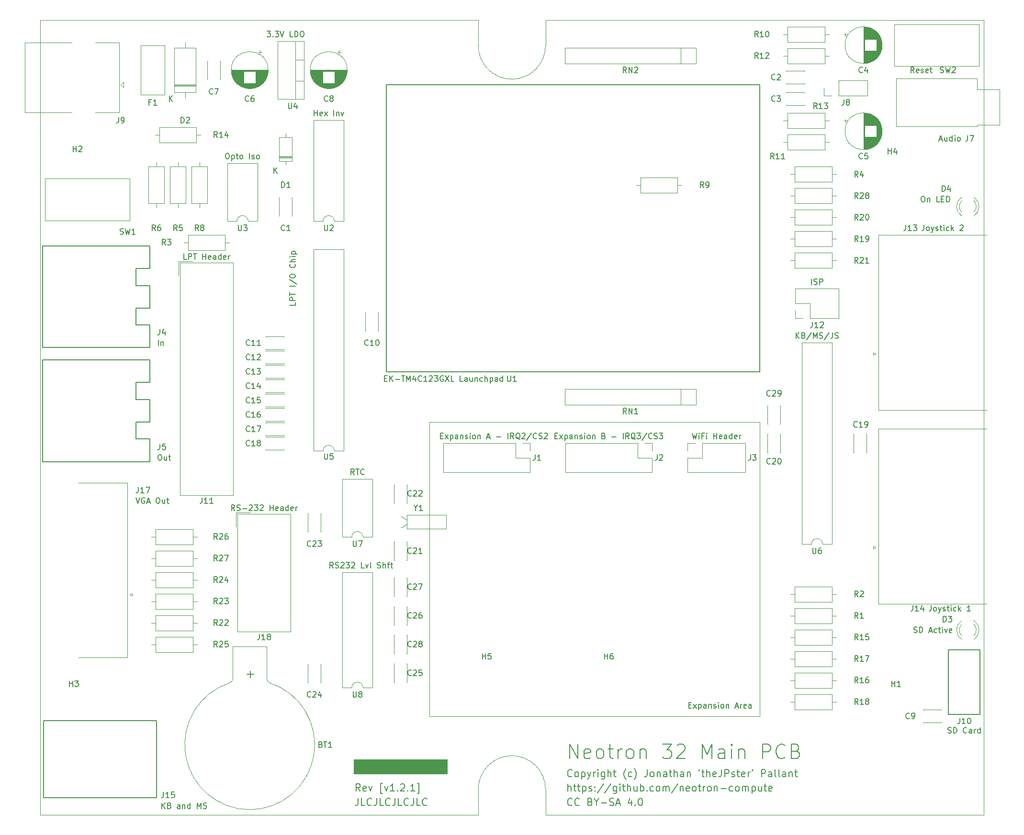
<source format=gbr>
G04 #@! TF.GenerationSoftware,KiCad,Pcbnew,5.0.1-33cea8e~67~ubuntu18.04.1*
G04 #@! TF.CreationDate,2020-01-20T06:57:41+00:00*
G04 #@! TF.ProjectId,neotron-32,6E656F74726F6E2D33322E6B69636164,[v1.2.1]*
G04 #@! TF.SameCoordinates,Original*
G04 #@! TF.FileFunction,Legend,Top*
G04 #@! TF.FilePolarity,Positive*
%FSLAX46Y46*%
G04 Gerber Fmt 4.6, Leading zero omitted, Abs format (unit mm)*
G04 Created by KiCad (PCBNEW 5.0.1-33cea8e~67~ubuntu18.04.1) date Mon Jan 20 06:57:41 2020*
%MOMM*%
%LPD*%
G01*
G04 APERTURE LIST*
%ADD10C,0.150000*%
%ADD11C,0.120000*%
%ADD12C,0.100000*%
%ADD13C,0.050000*%
G04 APERTURE END LIST*
D10*
X225456904Y-27122380D02*
X225123571Y-26646190D01*
X224885476Y-27122380D02*
X224885476Y-26122380D01*
X225266428Y-26122380D01*
X225361666Y-26170000D01*
X225409285Y-26217619D01*
X225456904Y-26312857D01*
X225456904Y-26455714D01*
X225409285Y-26550952D01*
X225361666Y-26598571D01*
X225266428Y-26646190D01*
X224885476Y-26646190D01*
X226266428Y-27074761D02*
X226171190Y-27122380D01*
X225980714Y-27122380D01*
X225885476Y-27074761D01*
X225837857Y-26979523D01*
X225837857Y-26598571D01*
X225885476Y-26503333D01*
X225980714Y-26455714D01*
X226171190Y-26455714D01*
X226266428Y-26503333D01*
X226314047Y-26598571D01*
X226314047Y-26693809D01*
X225837857Y-26789047D01*
X226695000Y-27074761D02*
X226790238Y-27122380D01*
X226980714Y-27122380D01*
X227075952Y-27074761D01*
X227123571Y-26979523D01*
X227123571Y-26931904D01*
X227075952Y-26836666D01*
X226980714Y-26789047D01*
X226837857Y-26789047D01*
X226742619Y-26741428D01*
X226695000Y-26646190D01*
X226695000Y-26598571D01*
X226742619Y-26503333D01*
X226837857Y-26455714D01*
X226980714Y-26455714D01*
X227075952Y-26503333D01*
X227933095Y-27074761D02*
X227837857Y-27122380D01*
X227647380Y-27122380D01*
X227552142Y-27074761D01*
X227504523Y-26979523D01*
X227504523Y-26598571D01*
X227552142Y-26503333D01*
X227647380Y-26455714D01*
X227837857Y-26455714D01*
X227933095Y-26503333D01*
X227980714Y-26598571D01*
X227980714Y-26693809D01*
X227504523Y-26789047D01*
X228266428Y-26455714D02*
X228647380Y-26455714D01*
X228409285Y-26122380D02*
X228409285Y-26979523D01*
X228456904Y-27074761D01*
X228552142Y-27122380D01*
X228647380Y-27122380D01*
X111014285Y-19772380D02*
X111633333Y-19772380D01*
X111300000Y-20153333D01*
X111442857Y-20153333D01*
X111538095Y-20200952D01*
X111585714Y-20248571D01*
X111633333Y-20343809D01*
X111633333Y-20581904D01*
X111585714Y-20677142D01*
X111538095Y-20724761D01*
X111442857Y-20772380D01*
X111157142Y-20772380D01*
X111061904Y-20724761D01*
X111014285Y-20677142D01*
X112061904Y-20677142D02*
X112109523Y-20724761D01*
X112061904Y-20772380D01*
X112014285Y-20724761D01*
X112061904Y-20677142D01*
X112061904Y-20772380D01*
X112442857Y-19772380D02*
X113061904Y-19772380D01*
X112728571Y-20153333D01*
X112871428Y-20153333D01*
X112966666Y-20200952D01*
X113014285Y-20248571D01*
X113061904Y-20343809D01*
X113061904Y-20581904D01*
X113014285Y-20677142D01*
X112966666Y-20724761D01*
X112871428Y-20772380D01*
X112585714Y-20772380D01*
X112490476Y-20724761D01*
X112442857Y-20677142D01*
X113347619Y-19772380D02*
X113680952Y-20772380D01*
X114014285Y-19772380D01*
X115585714Y-20772380D02*
X115109523Y-20772380D01*
X115109523Y-19772380D01*
X115919047Y-20772380D02*
X115919047Y-19772380D01*
X116157142Y-19772380D01*
X116300000Y-19820000D01*
X116395238Y-19915238D01*
X116442857Y-20010476D01*
X116490476Y-20200952D01*
X116490476Y-20343809D01*
X116442857Y-20534285D01*
X116395238Y-20629523D01*
X116300000Y-20724761D01*
X116157142Y-20772380D01*
X115919047Y-20772380D01*
X117109523Y-19772380D02*
X117300000Y-19772380D01*
X117395238Y-19820000D01*
X117490476Y-19915238D01*
X117538095Y-20105714D01*
X117538095Y-20439047D01*
X117490476Y-20629523D01*
X117395238Y-20724761D01*
X117300000Y-20772380D01*
X117109523Y-20772380D01*
X117014285Y-20724761D01*
X116919047Y-20629523D01*
X116871428Y-20439047D01*
X116871428Y-20105714D01*
X116919047Y-19915238D01*
X117014285Y-19820000D01*
X117109523Y-19772380D01*
X103918095Y-41362380D02*
X104108571Y-41362380D01*
X104203809Y-41410000D01*
X104299047Y-41505238D01*
X104346666Y-41695714D01*
X104346666Y-42029047D01*
X104299047Y-42219523D01*
X104203809Y-42314761D01*
X104108571Y-42362380D01*
X103918095Y-42362380D01*
X103822857Y-42314761D01*
X103727619Y-42219523D01*
X103680000Y-42029047D01*
X103680000Y-41695714D01*
X103727619Y-41505238D01*
X103822857Y-41410000D01*
X103918095Y-41362380D01*
X104775238Y-41695714D02*
X104775238Y-42695714D01*
X104775238Y-41743333D02*
X104870476Y-41695714D01*
X105060952Y-41695714D01*
X105156190Y-41743333D01*
X105203809Y-41790952D01*
X105251428Y-41886190D01*
X105251428Y-42171904D01*
X105203809Y-42267142D01*
X105156190Y-42314761D01*
X105060952Y-42362380D01*
X104870476Y-42362380D01*
X104775238Y-42314761D01*
X105537142Y-41695714D02*
X105918095Y-41695714D01*
X105680000Y-41362380D02*
X105680000Y-42219523D01*
X105727619Y-42314761D01*
X105822857Y-42362380D01*
X105918095Y-42362380D01*
X106394285Y-42362380D02*
X106299047Y-42314761D01*
X106251428Y-42267142D01*
X106203809Y-42171904D01*
X106203809Y-41886190D01*
X106251428Y-41790952D01*
X106299047Y-41743333D01*
X106394285Y-41695714D01*
X106537142Y-41695714D01*
X106632380Y-41743333D01*
X106680000Y-41790952D01*
X106727619Y-41886190D01*
X106727619Y-42171904D01*
X106680000Y-42267142D01*
X106632380Y-42314761D01*
X106537142Y-42362380D01*
X106394285Y-42362380D01*
X107918095Y-42362380D02*
X107918095Y-41362380D01*
X108346666Y-42314761D02*
X108441904Y-42362380D01*
X108632380Y-42362380D01*
X108727619Y-42314761D01*
X108775238Y-42219523D01*
X108775238Y-42171904D01*
X108727619Y-42076666D01*
X108632380Y-42029047D01*
X108489523Y-42029047D01*
X108394285Y-41981428D01*
X108346666Y-41886190D01*
X108346666Y-41838571D01*
X108394285Y-41743333D01*
X108489523Y-41695714D01*
X108632380Y-41695714D01*
X108727619Y-41743333D01*
X109346666Y-42362380D02*
X109251428Y-42314761D01*
X109203809Y-42267142D01*
X109156190Y-42171904D01*
X109156190Y-41886190D01*
X109203809Y-41790952D01*
X109251428Y-41743333D01*
X109346666Y-41695714D01*
X109489523Y-41695714D01*
X109584761Y-41743333D01*
X109632380Y-41790952D01*
X109680000Y-41886190D01*
X109680000Y-42171904D01*
X109632380Y-42267142D01*
X109584761Y-42314761D01*
X109489523Y-42362380D01*
X109346666Y-42362380D01*
X119348571Y-34742380D02*
X119348571Y-33742380D01*
X119348571Y-34218571D02*
X119920000Y-34218571D01*
X119920000Y-34742380D02*
X119920000Y-33742380D01*
X120777142Y-34694761D02*
X120681904Y-34742380D01*
X120491428Y-34742380D01*
X120396190Y-34694761D01*
X120348571Y-34599523D01*
X120348571Y-34218571D01*
X120396190Y-34123333D01*
X120491428Y-34075714D01*
X120681904Y-34075714D01*
X120777142Y-34123333D01*
X120824761Y-34218571D01*
X120824761Y-34313809D01*
X120348571Y-34409047D01*
X121158095Y-34742380D02*
X121681904Y-34075714D01*
X121158095Y-34075714D02*
X121681904Y-34742380D01*
X122824761Y-34742380D02*
X122824761Y-33742380D01*
X123300952Y-34075714D02*
X123300952Y-34742380D01*
X123300952Y-34170952D02*
X123348571Y-34123333D01*
X123443809Y-34075714D01*
X123586666Y-34075714D01*
X123681904Y-34123333D01*
X123729523Y-34218571D01*
X123729523Y-34742380D01*
X124110476Y-34075714D02*
X124348571Y-34742380D01*
X124586666Y-34075714D01*
X116022380Y-67761904D02*
X116022380Y-68238095D01*
X115022380Y-68238095D01*
X116022380Y-67428571D02*
X115022380Y-67428571D01*
X115022380Y-67047619D01*
X115070000Y-66952380D01*
X115117619Y-66904761D01*
X115212857Y-66857142D01*
X115355714Y-66857142D01*
X115450952Y-66904761D01*
X115498571Y-66952380D01*
X115546190Y-67047619D01*
X115546190Y-67428571D01*
X115022380Y-66571428D02*
X115022380Y-66000000D01*
X116022380Y-66285714D02*
X115022380Y-66285714D01*
X116022380Y-64904761D02*
X115022380Y-64904761D01*
X114974761Y-63714285D02*
X116260476Y-64571428D01*
X115022380Y-63190476D02*
X115022380Y-63000000D01*
X115070000Y-62904761D01*
X115165238Y-62809523D01*
X115355714Y-62761904D01*
X115689047Y-62761904D01*
X115879523Y-62809523D01*
X115974761Y-62904761D01*
X116022380Y-63000000D01*
X116022380Y-63190476D01*
X115974761Y-63285714D01*
X115879523Y-63380952D01*
X115689047Y-63428571D01*
X115355714Y-63428571D01*
X115165238Y-63380952D01*
X115070000Y-63285714D01*
X115022380Y-63190476D01*
X115927142Y-61000000D02*
X115974761Y-61047619D01*
X116022380Y-61190476D01*
X116022380Y-61285714D01*
X115974761Y-61428571D01*
X115879523Y-61523809D01*
X115784285Y-61571428D01*
X115593809Y-61619047D01*
X115450952Y-61619047D01*
X115260476Y-61571428D01*
X115165238Y-61523809D01*
X115070000Y-61428571D01*
X115022380Y-61285714D01*
X115022380Y-61190476D01*
X115070000Y-61047619D01*
X115117619Y-61000000D01*
X116022380Y-60571428D02*
X115022380Y-60571428D01*
X116022380Y-60142857D02*
X115498571Y-60142857D01*
X115403333Y-60190476D01*
X115355714Y-60285714D01*
X115355714Y-60428571D01*
X115403333Y-60523809D01*
X115450952Y-60571428D01*
X116022380Y-59666666D02*
X115355714Y-59666666D01*
X115022380Y-59666666D02*
X115070000Y-59714285D01*
X115117619Y-59666666D01*
X115070000Y-59619047D01*
X115022380Y-59666666D01*
X115117619Y-59666666D01*
X115355714Y-59190476D02*
X116355714Y-59190476D01*
X115403333Y-59190476D02*
X115355714Y-59095238D01*
X115355714Y-58904761D01*
X115403333Y-58809523D01*
X115450952Y-58761904D01*
X115546190Y-58714285D01*
X115831904Y-58714285D01*
X115927142Y-58761904D01*
X115974761Y-58809523D01*
X116022380Y-58904761D01*
X116022380Y-59095238D01*
X115974761Y-59190476D01*
X131787619Y-81208571D02*
X132120952Y-81208571D01*
X132263809Y-81732380D02*
X131787619Y-81732380D01*
X131787619Y-80732380D01*
X132263809Y-80732380D01*
X132692380Y-81732380D02*
X132692380Y-80732380D01*
X133263809Y-81732380D02*
X132835238Y-81160952D01*
X133263809Y-80732380D02*
X132692380Y-81303809D01*
X133692380Y-81351428D02*
X134454285Y-81351428D01*
X134787619Y-80732380D02*
X135359047Y-80732380D01*
X135073333Y-81732380D02*
X135073333Y-80732380D01*
X135692380Y-81732380D02*
X135692380Y-80732380D01*
X136025714Y-81446666D01*
X136359047Y-80732380D01*
X136359047Y-81732380D01*
X137263809Y-81065714D02*
X137263809Y-81732380D01*
X137025714Y-80684761D02*
X136787619Y-81399047D01*
X137406666Y-81399047D01*
X138359047Y-81637142D02*
X138311428Y-81684761D01*
X138168571Y-81732380D01*
X138073333Y-81732380D01*
X137930476Y-81684761D01*
X137835238Y-81589523D01*
X137787619Y-81494285D01*
X137740000Y-81303809D01*
X137740000Y-81160952D01*
X137787619Y-80970476D01*
X137835238Y-80875238D01*
X137930476Y-80780000D01*
X138073333Y-80732380D01*
X138168571Y-80732380D01*
X138311428Y-80780000D01*
X138359047Y-80827619D01*
X139311428Y-81732380D02*
X138740000Y-81732380D01*
X139025714Y-81732380D02*
X139025714Y-80732380D01*
X138930476Y-80875238D01*
X138835238Y-80970476D01*
X138740000Y-81018095D01*
X139692380Y-80827619D02*
X139740000Y-80780000D01*
X139835238Y-80732380D01*
X140073333Y-80732380D01*
X140168571Y-80780000D01*
X140216190Y-80827619D01*
X140263809Y-80922857D01*
X140263809Y-81018095D01*
X140216190Y-81160952D01*
X139644761Y-81732380D01*
X140263809Y-81732380D01*
X140597142Y-80732380D02*
X141216190Y-80732380D01*
X140882857Y-81113333D01*
X141025714Y-81113333D01*
X141120952Y-81160952D01*
X141168571Y-81208571D01*
X141216190Y-81303809D01*
X141216190Y-81541904D01*
X141168571Y-81637142D01*
X141120952Y-81684761D01*
X141025714Y-81732380D01*
X140740000Y-81732380D01*
X140644761Y-81684761D01*
X140597142Y-81637142D01*
X142168571Y-80780000D02*
X142073333Y-80732380D01*
X141930476Y-80732380D01*
X141787619Y-80780000D01*
X141692380Y-80875238D01*
X141644761Y-80970476D01*
X141597142Y-81160952D01*
X141597142Y-81303809D01*
X141644761Y-81494285D01*
X141692380Y-81589523D01*
X141787619Y-81684761D01*
X141930476Y-81732380D01*
X142025714Y-81732380D01*
X142168571Y-81684761D01*
X142216190Y-81637142D01*
X142216190Y-81303809D01*
X142025714Y-81303809D01*
X142549523Y-80732380D02*
X143216190Y-81732380D01*
X143216190Y-80732380D02*
X142549523Y-81732380D01*
X144073333Y-81732380D02*
X143597142Y-81732380D01*
X143597142Y-80732380D01*
X145644761Y-81732380D02*
X145168571Y-81732380D01*
X145168571Y-80732380D01*
X146406666Y-81732380D02*
X146406666Y-81208571D01*
X146359047Y-81113333D01*
X146263809Y-81065714D01*
X146073333Y-81065714D01*
X145978095Y-81113333D01*
X146406666Y-81684761D02*
X146311428Y-81732380D01*
X146073333Y-81732380D01*
X145978095Y-81684761D01*
X145930476Y-81589523D01*
X145930476Y-81494285D01*
X145978095Y-81399047D01*
X146073333Y-81351428D01*
X146311428Y-81351428D01*
X146406666Y-81303809D01*
X147311428Y-81065714D02*
X147311428Y-81732380D01*
X146882857Y-81065714D02*
X146882857Y-81589523D01*
X146930476Y-81684761D01*
X147025714Y-81732380D01*
X147168571Y-81732380D01*
X147263809Y-81684761D01*
X147311428Y-81637142D01*
X147787619Y-81065714D02*
X147787619Y-81732380D01*
X147787619Y-81160952D02*
X147835238Y-81113333D01*
X147930476Y-81065714D01*
X148073333Y-81065714D01*
X148168571Y-81113333D01*
X148216190Y-81208571D01*
X148216190Y-81732380D01*
X149120952Y-81684761D02*
X149025714Y-81732380D01*
X148835238Y-81732380D01*
X148740000Y-81684761D01*
X148692380Y-81637142D01*
X148644761Y-81541904D01*
X148644761Y-81256190D01*
X148692380Y-81160952D01*
X148740000Y-81113333D01*
X148835238Y-81065714D01*
X149025714Y-81065714D01*
X149120952Y-81113333D01*
X149549523Y-81732380D02*
X149549523Y-80732380D01*
X149978095Y-81732380D02*
X149978095Y-81208571D01*
X149930476Y-81113333D01*
X149835238Y-81065714D01*
X149692380Y-81065714D01*
X149597142Y-81113333D01*
X149549523Y-81160952D01*
X150454285Y-81065714D02*
X150454285Y-82065714D01*
X150454285Y-81113333D02*
X150549523Y-81065714D01*
X150740000Y-81065714D01*
X150835238Y-81113333D01*
X150882857Y-81160952D01*
X150930476Y-81256190D01*
X150930476Y-81541904D01*
X150882857Y-81637142D01*
X150835238Y-81684761D01*
X150740000Y-81732380D01*
X150549523Y-81732380D01*
X150454285Y-81684761D01*
X151787619Y-81732380D02*
X151787619Y-81208571D01*
X151740000Y-81113333D01*
X151644761Y-81065714D01*
X151454285Y-81065714D01*
X151359047Y-81113333D01*
X151787619Y-81684761D02*
X151692380Y-81732380D01*
X151454285Y-81732380D01*
X151359047Y-81684761D01*
X151311428Y-81589523D01*
X151311428Y-81494285D01*
X151359047Y-81399047D01*
X151454285Y-81351428D01*
X151692380Y-81351428D01*
X151787619Y-81303809D01*
X152692380Y-81732380D02*
X152692380Y-80732380D01*
X152692380Y-81684761D02*
X152597142Y-81732380D01*
X152406666Y-81732380D01*
X152311428Y-81684761D01*
X152263809Y-81637142D01*
X152216190Y-81541904D01*
X152216190Y-81256190D01*
X152263809Y-81160952D01*
X152311428Y-81113333D01*
X152406666Y-81065714D01*
X152597142Y-81065714D01*
X152692380Y-81113333D01*
X226949285Y-48982380D02*
X227139761Y-48982380D01*
X227235000Y-49030000D01*
X227330238Y-49125238D01*
X227377857Y-49315714D01*
X227377857Y-49649047D01*
X227330238Y-49839523D01*
X227235000Y-49934761D01*
X227139761Y-49982380D01*
X226949285Y-49982380D01*
X226854047Y-49934761D01*
X226758809Y-49839523D01*
X226711190Y-49649047D01*
X226711190Y-49315714D01*
X226758809Y-49125238D01*
X226854047Y-49030000D01*
X226949285Y-48982380D01*
X227806428Y-49315714D02*
X227806428Y-49982380D01*
X227806428Y-49410952D02*
X227854047Y-49363333D01*
X227949285Y-49315714D01*
X228092142Y-49315714D01*
X228187380Y-49363333D01*
X228235000Y-49458571D01*
X228235000Y-49982380D01*
X229949285Y-49982380D02*
X229473095Y-49982380D01*
X229473095Y-48982380D01*
X230282619Y-49458571D02*
X230615952Y-49458571D01*
X230758809Y-49982380D02*
X230282619Y-49982380D01*
X230282619Y-48982380D01*
X230758809Y-48982380D01*
X231187380Y-49982380D02*
X231187380Y-48982380D01*
X231425476Y-48982380D01*
X231568333Y-49030000D01*
X231663571Y-49125238D01*
X231711190Y-49220476D01*
X231758809Y-49410952D01*
X231758809Y-49553809D01*
X231711190Y-49744285D01*
X231663571Y-49839523D01*
X231568333Y-49934761D01*
X231425476Y-49982380D01*
X231187380Y-49982380D01*
X225407738Y-126134761D02*
X225550595Y-126182380D01*
X225788690Y-126182380D01*
X225883928Y-126134761D01*
X225931547Y-126087142D01*
X225979166Y-125991904D01*
X225979166Y-125896666D01*
X225931547Y-125801428D01*
X225883928Y-125753809D01*
X225788690Y-125706190D01*
X225598214Y-125658571D01*
X225502976Y-125610952D01*
X225455357Y-125563333D01*
X225407738Y-125468095D01*
X225407738Y-125372857D01*
X225455357Y-125277619D01*
X225502976Y-125230000D01*
X225598214Y-125182380D01*
X225836309Y-125182380D01*
X225979166Y-125230000D01*
X226407738Y-126182380D02*
X226407738Y-125182380D01*
X226645833Y-125182380D01*
X226788690Y-125230000D01*
X226883928Y-125325238D01*
X226931547Y-125420476D01*
X226979166Y-125610952D01*
X226979166Y-125753809D01*
X226931547Y-125944285D01*
X226883928Y-126039523D01*
X226788690Y-126134761D01*
X226645833Y-126182380D01*
X226407738Y-126182380D01*
X228122023Y-125896666D02*
X228598214Y-125896666D01*
X228026785Y-126182380D02*
X228360119Y-125182380D01*
X228693452Y-126182380D01*
X229455357Y-126134761D02*
X229360119Y-126182380D01*
X229169642Y-126182380D01*
X229074404Y-126134761D01*
X229026785Y-126087142D01*
X228979166Y-125991904D01*
X228979166Y-125706190D01*
X229026785Y-125610952D01*
X229074404Y-125563333D01*
X229169642Y-125515714D01*
X229360119Y-125515714D01*
X229455357Y-125563333D01*
X229741071Y-125515714D02*
X230122023Y-125515714D01*
X229883928Y-125182380D02*
X229883928Y-126039523D01*
X229931547Y-126134761D01*
X230026785Y-126182380D01*
X230122023Y-126182380D01*
X230455357Y-126182380D02*
X230455357Y-125515714D01*
X230455357Y-125182380D02*
X230407738Y-125230000D01*
X230455357Y-125277619D01*
X230502976Y-125230000D01*
X230455357Y-125182380D01*
X230455357Y-125277619D01*
X230836309Y-125515714D02*
X231074404Y-126182380D01*
X231312500Y-125515714D01*
X232074404Y-126134761D02*
X231979166Y-126182380D01*
X231788690Y-126182380D01*
X231693452Y-126134761D01*
X231645833Y-126039523D01*
X231645833Y-125658571D01*
X231693452Y-125563333D01*
X231788690Y-125515714D01*
X231979166Y-125515714D01*
X232074404Y-125563333D01*
X232122023Y-125658571D01*
X232122023Y-125753809D01*
X231645833Y-125849047D01*
X204565714Y-74112380D02*
X204565714Y-73112380D01*
X205137142Y-74112380D02*
X204708571Y-73540952D01*
X205137142Y-73112380D02*
X204565714Y-73683809D01*
X205899047Y-73588571D02*
X206041904Y-73636190D01*
X206089523Y-73683809D01*
X206137142Y-73779047D01*
X206137142Y-73921904D01*
X206089523Y-74017142D01*
X206041904Y-74064761D01*
X205946666Y-74112380D01*
X205565714Y-74112380D01*
X205565714Y-73112380D01*
X205899047Y-73112380D01*
X205994285Y-73160000D01*
X206041904Y-73207619D01*
X206089523Y-73302857D01*
X206089523Y-73398095D01*
X206041904Y-73493333D01*
X205994285Y-73540952D01*
X205899047Y-73588571D01*
X205565714Y-73588571D01*
X207280000Y-73064761D02*
X206422857Y-74350476D01*
X207613333Y-74112380D02*
X207613333Y-73112380D01*
X207946666Y-73826666D01*
X208280000Y-73112380D01*
X208280000Y-74112380D01*
X208708571Y-74064761D02*
X208851428Y-74112380D01*
X209089523Y-74112380D01*
X209184761Y-74064761D01*
X209232380Y-74017142D01*
X209280000Y-73921904D01*
X209280000Y-73826666D01*
X209232380Y-73731428D01*
X209184761Y-73683809D01*
X209089523Y-73636190D01*
X208899047Y-73588571D01*
X208803809Y-73540952D01*
X208756190Y-73493333D01*
X208708571Y-73398095D01*
X208708571Y-73302857D01*
X208756190Y-73207619D01*
X208803809Y-73160000D01*
X208899047Y-73112380D01*
X209137142Y-73112380D01*
X209280000Y-73160000D01*
X210422857Y-73064761D02*
X209565714Y-74350476D01*
X211041904Y-73112380D02*
X211041904Y-73826666D01*
X210994285Y-73969523D01*
X210899047Y-74064761D01*
X210756190Y-74112380D01*
X210660952Y-74112380D01*
X211470476Y-74064761D02*
X211613333Y-74112380D01*
X211851428Y-74112380D01*
X211946666Y-74064761D01*
X211994285Y-74017142D01*
X212041904Y-73921904D01*
X212041904Y-73826666D01*
X211994285Y-73731428D01*
X211946666Y-73683809D01*
X211851428Y-73636190D01*
X211660952Y-73588571D01*
X211565714Y-73540952D01*
X211518095Y-73493333D01*
X211470476Y-73398095D01*
X211470476Y-73302857D01*
X211518095Y-73207619D01*
X211565714Y-73160000D01*
X211660952Y-73112380D01*
X211899047Y-73112380D01*
X212041904Y-73160000D01*
X185611190Y-138993571D02*
X185944523Y-138993571D01*
X186087380Y-139517380D02*
X185611190Y-139517380D01*
X185611190Y-138517380D01*
X186087380Y-138517380D01*
X186420714Y-139517380D02*
X186944523Y-138850714D01*
X186420714Y-138850714D02*
X186944523Y-139517380D01*
X187325476Y-138850714D02*
X187325476Y-139850714D01*
X187325476Y-138898333D02*
X187420714Y-138850714D01*
X187611190Y-138850714D01*
X187706428Y-138898333D01*
X187754047Y-138945952D01*
X187801666Y-139041190D01*
X187801666Y-139326904D01*
X187754047Y-139422142D01*
X187706428Y-139469761D01*
X187611190Y-139517380D01*
X187420714Y-139517380D01*
X187325476Y-139469761D01*
X188658809Y-139517380D02*
X188658809Y-138993571D01*
X188611190Y-138898333D01*
X188515952Y-138850714D01*
X188325476Y-138850714D01*
X188230238Y-138898333D01*
X188658809Y-139469761D02*
X188563571Y-139517380D01*
X188325476Y-139517380D01*
X188230238Y-139469761D01*
X188182619Y-139374523D01*
X188182619Y-139279285D01*
X188230238Y-139184047D01*
X188325476Y-139136428D01*
X188563571Y-139136428D01*
X188658809Y-139088809D01*
X189135000Y-138850714D02*
X189135000Y-139517380D01*
X189135000Y-138945952D02*
X189182619Y-138898333D01*
X189277857Y-138850714D01*
X189420714Y-138850714D01*
X189515952Y-138898333D01*
X189563571Y-138993571D01*
X189563571Y-139517380D01*
X189992142Y-139469761D02*
X190087380Y-139517380D01*
X190277857Y-139517380D01*
X190373095Y-139469761D01*
X190420714Y-139374523D01*
X190420714Y-139326904D01*
X190373095Y-139231666D01*
X190277857Y-139184047D01*
X190135000Y-139184047D01*
X190039761Y-139136428D01*
X189992142Y-139041190D01*
X189992142Y-138993571D01*
X190039761Y-138898333D01*
X190135000Y-138850714D01*
X190277857Y-138850714D01*
X190373095Y-138898333D01*
X190849285Y-139517380D02*
X190849285Y-138850714D01*
X190849285Y-138517380D02*
X190801666Y-138565000D01*
X190849285Y-138612619D01*
X190896904Y-138565000D01*
X190849285Y-138517380D01*
X190849285Y-138612619D01*
X191468333Y-139517380D02*
X191373095Y-139469761D01*
X191325476Y-139422142D01*
X191277857Y-139326904D01*
X191277857Y-139041190D01*
X191325476Y-138945952D01*
X191373095Y-138898333D01*
X191468333Y-138850714D01*
X191611190Y-138850714D01*
X191706428Y-138898333D01*
X191754047Y-138945952D01*
X191801666Y-139041190D01*
X191801666Y-139326904D01*
X191754047Y-139422142D01*
X191706428Y-139469761D01*
X191611190Y-139517380D01*
X191468333Y-139517380D01*
X192230238Y-138850714D02*
X192230238Y-139517380D01*
X192230238Y-138945952D02*
X192277857Y-138898333D01*
X192373095Y-138850714D01*
X192515952Y-138850714D01*
X192611190Y-138898333D01*
X192658809Y-138993571D01*
X192658809Y-139517380D01*
X193849285Y-139231666D02*
X194325476Y-139231666D01*
X193754047Y-139517380D02*
X194087380Y-138517380D01*
X194420714Y-139517380D01*
X194754047Y-139517380D02*
X194754047Y-138850714D01*
X194754047Y-139041190D02*
X194801666Y-138945952D01*
X194849285Y-138898333D01*
X194944523Y-138850714D01*
X195039761Y-138850714D01*
X195754047Y-139469761D02*
X195658809Y-139517380D01*
X195468333Y-139517380D01*
X195373095Y-139469761D01*
X195325476Y-139374523D01*
X195325476Y-138993571D01*
X195373095Y-138898333D01*
X195468333Y-138850714D01*
X195658809Y-138850714D01*
X195754047Y-138898333D01*
X195801666Y-138993571D01*
X195801666Y-139088809D01*
X195325476Y-139184047D01*
X196658809Y-139517380D02*
X196658809Y-138993571D01*
X196611190Y-138898333D01*
X196515952Y-138850714D01*
X196325476Y-138850714D01*
X196230238Y-138898333D01*
X196658809Y-139469761D02*
X196563571Y-139517380D01*
X196325476Y-139517380D01*
X196230238Y-139469761D01*
X196182619Y-139374523D01*
X196182619Y-139279285D01*
X196230238Y-139184047D01*
X196325476Y-139136428D01*
X196563571Y-139136428D01*
X196658809Y-139088809D01*
D11*
X198120000Y-88900000D02*
X139700000Y-88900000D01*
X198120000Y-140970000D02*
X198120000Y-88900000D01*
X139700000Y-140970000D02*
X198120000Y-140970000D01*
X139700000Y-88900000D02*
X139700000Y-140970000D01*
D10*
X122730238Y-114752380D02*
X122396904Y-114276190D01*
X122158809Y-114752380D02*
X122158809Y-113752380D01*
X122539761Y-113752380D01*
X122635000Y-113800000D01*
X122682619Y-113847619D01*
X122730238Y-113942857D01*
X122730238Y-114085714D01*
X122682619Y-114180952D01*
X122635000Y-114228571D01*
X122539761Y-114276190D01*
X122158809Y-114276190D01*
X123111190Y-114704761D02*
X123254047Y-114752380D01*
X123492142Y-114752380D01*
X123587380Y-114704761D01*
X123635000Y-114657142D01*
X123682619Y-114561904D01*
X123682619Y-114466666D01*
X123635000Y-114371428D01*
X123587380Y-114323809D01*
X123492142Y-114276190D01*
X123301666Y-114228571D01*
X123206428Y-114180952D01*
X123158809Y-114133333D01*
X123111190Y-114038095D01*
X123111190Y-113942857D01*
X123158809Y-113847619D01*
X123206428Y-113800000D01*
X123301666Y-113752380D01*
X123539761Y-113752380D01*
X123682619Y-113800000D01*
X124063571Y-113847619D02*
X124111190Y-113800000D01*
X124206428Y-113752380D01*
X124444523Y-113752380D01*
X124539761Y-113800000D01*
X124587380Y-113847619D01*
X124635000Y-113942857D01*
X124635000Y-114038095D01*
X124587380Y-114180952D01*
X124015952Y-114752380D01*
X124635000Y-114752380D01*
X124968333Y-113752380D02*
X125587380Y-113752380D01*
X125254047Y-114133333D01*
X125396904Y-114133333D01*
X125492142Y-114180952D01*
X125539761Y-114228571D01*
X125587380Y-114323809D01*
X125587380Y-114561904D01*
X125539761Y-114657142D01*
X125492142Y-114704761D01*
X125396904Y-114752380D01*
X125111190Y-114752380D01*
X125015952Y-114704761D01*
X124968333Y-114657142D01*
X125968333Y-113847619D02*
X126015952Y-113800000D01*
X126111190Y-113752380D01*
X126349285Y-113752380D01*
X126444523Y-113800000D01*
X126492142Y-113847619D01*
X126539761Y-113942857D01*
X126539761Y-114038095D01*
X126492142Y-114180952D01*
X125920714Y-114752380D01*
X126539761Y-114752380D01*
X128206428Y-114752380D02*
X127730238Y-114752380D01*
X127730238Y-113752380D01*
X128444523Y-114085714D02*
X128682619Y-114752380D01*
X128920714Y-114085714D01*
X129444523Y-114752380D02*
X129349285Y-114704761D01*
X129301666Y-114609523D01*
X129301666Y-113752380D01*
X130539761Y-114704761D02*
X130682619Y-114752380D01*
X130920714Y-114752380D01*
X131015952Y-114704761D01*
X131063571Y-114657142D01*
X131111190Y-114561904D01*
X131111190Y-114466666D01*
X131063571Y-114371428D01*
X131015952Y-114323809D01*
X130920714Y-114276190D01*
X130730238Y-114228571D01*
X130635000Y-114180952D01*
X130587380Y-114133333D01*
X130539761Y-114038095D01*
X130539761Y-113942857D01*
X130587380Y-113847619D01*
X130635000Y-113800000D01*
X130730238Y-113752380D01*
X130968333Y-113752380D01*
X131111190Y-113800000D01*
X131539761Y-114752380D02*
X131539761Y-113752380D01*
X131968333Y-114752380D02*
X131968333Y-114228571D01*
X131920714Y-114133333D01*
X131825476Y-114085714D01*
X131682619Y-114085714D01*
X131587380Y-114133333D01*
X131539761Y-114180952D01*
X132301666Y-114085714D02*
X132682619Y-114085714D01*
X132444523Y-114752380D02*
X132444523Y-113895238D01*
X132492142Y-113800000D01*
X132587380Y-113752380D01*
X132682619Y-113752380D01*
X132873095Y-114085714D02*
X133254047Y-114085714D01*
X133015952Y-113752380D02*
X133015952Y-114609523D01*
X133063571Y-114704761D01*
X133158809Y-114752380D01*
X133254047Y-114752380D01*
X207303809Y-64587380D02*
X207303809Y-63587380D01*
X207732380Y-64539761D02*
X207875238Y-64587380D01*
X208113333Y-64587380D01*
X208208571Y-64539761D01*
X208256190Y-64492142D01*
X208303809Y-64396904D01*
X208303809Y-64301666D01*
X208256190Y-64206428D01*
X208208571Y-64158809D01*
X208113333Y-64111190D01*
X207922857Y-64063571D01*
X207827619Y-64015952D01*
X207780000Y-63968333D01*
X207732380Y-63873095D01*
X207732380Y-63777857D01*
X207780000Y-63682619D01*
X207827619Y-63635000D01*
X207922857Y-63587380D01*
X208160952Y-63587380D01*
X208303809Y-63635000D01*
X208732380Y-64587380D02*
X208732380Y-63587380D01*
X209113333Y-63587380D01*
X209208571Y-63635000D01*
X209256190Y-63682619D01*
X209303809Y-63777857D01*
X209303809Y-63920714D01*
X209256190Y-64015952D01*
X209208571Y-64063571D01*
X209113333Y-64111190D01*
X208732380Y-64111190D01*
X231434047Y-143914761D02*
X231576904Y-143962380D01*
X231815000Y-143962380D01*
X231910238Y-143914761D01*
X231957857Y-143867142D01*
X232005476Y-143771904D01*
X232005476Y-143676666D01*
X231957857Y-143581428D01*
X231910238Y-143533809D01*
X231815000Y-143486190D01*
X231624523Y-143438571D01*
X231529285Y-143390952D01*
X231481666Y-143343333D01*
X231434047Y-143248095D01*
X231434047Y-143152857D01*
X231481666Y-143057619D01*
X231529285Y-143010000D01*
X231624523Y-142962380D01*
X231862619Y-142962380D01*
X232005476Y-143010000D01*
X232434047Y-143962380D02*
X232434047Y-142962380D01*
X232672142Y-142962380D01*
X232815000Y-143010000D01*
X232910238Y-143105238D01*
X232957857Y-143200476D01*
X233005476Y-143390952D01*
X233005476Y-143533809D01*
X232957857Y-143724285D01*
X232910238Y-143819523D01*
X232815000Y-143914761D01*
X232672142Y-143962380D01*
X232434047Y-143962380D01*
X234767380Y-143867142D02*
X234719761Y-143914761D01*
X234576904Y-143962380D01*
X234481666Y-143962380D01*
X234338809Y-143914761D01*
X234243571Y-143819523D01*
X234195952Y-143724285D01*
X234148333Y-143533809D01*
X234148333Y-143390952D01*
X234195952Y-143200476D01*
X234243571Y-143105238D01*
X234338809Y-143010000D01*
X234481666Y-142962380D01*
X234576904Y-142962380D01*
X234719761Y-143010000D01*
X234767380Y-143057619D01*
X235624523Y-143962380D02*
X235624523Y-143438571D01*
X235576904Y-143343333D01*
X235481666Y-143295714D01*
X235291190Y-143295714D01*
X235195952Y-143343333D01*
X235624523Y-143914761D02*
X235529285Y-143962380D01*
X235291190Y-143962380D01*
X235195952Y-143914761D01*
X235148333Y-143819523D01*
X235148333Y-143724285D01*
X235195952Y-143629047D01*
X235291190Y-143581428D01*
X235529285Y-143581428D01*
X235624523Y-143533809D01*
X236100714Y-143962380D02*
X236100714Y-143295714D01*
X236100714Y-143486190D02*
X236148333Y-143390952D01*
X236195952Y-143343333D01*
X236291190Y-143295714D01*
X236386428Y-143295714D01*
X237148333Y-143962380D02*
X237148333Y-142962380D01*
X237148333Y-143914761D02*
X237053095Y-143962380D01*
X236862619Y-143962380D01*
X236767380Y-143914761D01*
X236719761Y-143867142D01*
X236672142Y-143771904D01*
X236672142Y-143486190D01*
X236719761Y-143390952D01*
X236767380Y-143343333D01*
X236862619Y-143295714D01*
X237053095Y-143295714D01*
X237148333Y-143343333D01*
X164229880Y-154244523D02*
X164229880Y-152974523D01*
X164774166Y-154244523D02*
X164774166Y-153579285D01*
X164713690Y-153458333D01*
X164592738Y-153397857D01*
X164411309Y-153397857D01*
X164290357Y-153458333D01*
X164229880Y-153518809D01*
X165197500Y-153397857D02*
X165681309Y-153397857D01*
X165378928Y-152974523D02*
X165378928Y-154063095D01*
X165439404Y-154184047D01*
X165560357Y-154244523D01*
X165681309Y-154244523D01*
X165923214Y-153397857D02*
X166407023Y-153397857D01*
X166104642Y-152974523D02*
X166104642Y-154063095D01*
X166165119Y-154184047D01*
X166286071Y-154244523D01*
X166407023Y-154244523D01*
X166830357Y-153397857D02*
X166830357Y-154667857D01*
X166830357Y-153458333D02*
X166951309Y-153397857D01*
X167193214Y-153397857D01*
X167314166Y-153458333D01*
X167374642Y-153518809D01*
X167435119Y-153639761D01*
X167435119Y-154002619D01*
X167374642Y-154123571D01*
X167314166Y-154184047D01*
X167193214Y-154244523D01*
X166951309Y-154244523D01*
X166830357Y-154184047D01*
X167918928Y-154184047D02*
X168039880Y-154244523D01*
X168281785Y-154244523D01*
X168402738Y-154184047D01*
X168463214Y-154063095D01*
X168463214Y-154002619D01*
X168402738Y-153881666D01*
X168281785Y-153821190D01*
X168100357Y-153821190D01*
X167979404Y-153760714D01*
X167918928Y-153639761D01*
X167918928Y-153579285D01*
X167979404Y-153458333D01*
X168100357Y-153397857D01*
X168281785Y-153397857D01*
X168402738Y-153458333D01*
X169007500Y-154123571D02*
X169067976Y-154184047D01*
X169007500Y-154244523D01*
X168947023Y-154184047D01*
X169007500Y-154123571D01*
X169007500Y-154244523D01*
X169007500Y-153458333D02*
X169067976Y-153518809D01*
X169007500Y-153579285D01*
X168947023Y-153518809D01*
X169007500Y-153458333D01*
X169007500Y-153579285D01*
X170519404Y-152914047D02*
X169430833Y-154546904D01*
X171849880Y-152914047D02*
X170761309Y-154546904D01*
X172817500Y-153397857D02*
X172817500Y-154425952D01*
X172757023Y-154546904D01*
X172696547Y-154607380D01*
X172575595Y-154667857D01*
X172394166Y-154667857D01*
X172273214Y-154607380D01*
X172817500Y-154184047D02*
X172696547Y-154244523D01*
X172454642Y-154244523D01*
X172333690Y-154184047D01*
X172273214Y-154123571D01*
X172212738Y-154002619D01*
X172212738Y-153639761D01*
X172273214Y-153518809D01*
X172333690Y-153458333D01*
X172454642Y-153397857D01*
X172696547Y-153397857D01*
X172817500Y-153458333D01*
X173422261Y-154244523D02*
X173422261Y-153397857D01*
X173422261Y-152974523D02*
X173361785Y-153035000D01*
X173422261Y-153095476D01*
X173482738Y-153035000D01*
X173422261Y-152974523D01*
X173422261Y-153095476D01*
X173845595Y-153397857D02*
X174329404Y-153397857D01*
X174027023Y-152974523D02*
X174027023Y-154063095D01*
X174087500Y-154184047D01*
X174208452Y-154244523D01*
X174329404Y-154244523D01*
X174752738Y-154244523D02*
X174752738Y-152974523D01*
X175297023Y-154244523D02*
X175297023Y-153579285D01*
X175236547Y-153458333D01*
X175115595Y-153397857D01*
X174934166Y-153397857D01*
X174813214Y-153458333D01*
X174752738Y-153518809D01*
X176446071Y-153397857D02*
X176446071Y-154244523D01*
X175901785Y-153397857D02*
X175901785Y-154063095D01*
X175962261Y-154184047D01*
X176083214Y-154244523D01*
X176264642Y-154244523D01*
X176385595Y-154184047D01*
X176446071Y-154123571D01*
X177050833Y-154244523D02*
X177050833Y-152974523D01*
X177050833Y-153458333D02*
X177171785Y-153397857D01*
X177413690Y-153397857D01*
X177534642Y-153458333D01*
X177595119Y-153518809D01*
X177655595Y-153639761D01*
X177655595Y-154002619D01*
X177595119Y-154123571D01*
X177534642Y-154184047D01*
X177413690Y-154244523D01*
X177171785Y-154244523D01*
X177050833Y-154184047D01*
X178199880Y-154123571D02*
X178260357Y-154184047D01*
X178199880Y-154244523D01*
X178139404Y-154184047D01*
X178199880Y-154123571D01*
X178199880Y-154244523D01*
X179348928Y-154184047D02*
X179227976Y-154244523D01*
X178986071Y-154244523D01*
X178865119Y-154184047D01*
X178804642Y-154123571D01*
X178744166Y-154002619D01*
X178744166Y-153639761D01*
X178804642Y-153518809D01*
X178865119Y-153458333D01*
X178986071Y-153397857D01*
X179227976Y-153397857D01*
X179348928Y-153458333D01*
X180074642Y-154244523D02*
X179953690Y-154184047D01*
X179893214Y-154123571D01*
X179832738Y-154002619D01*
X179832738Y-153639761D01*
X179893214Y-153518809D01*
X179953690Y-153458333D01*
X180074642Y-153397857D01*
X180256071Y-153397857D01*
X180377023Y-153458333D01*
X180437500Y-153518809D01*
X180497976Y-153639761D01*
X180497976Y-154002619D01*
X180437500Y-154123571D01*
X180377023Y-154184047D01*
X180256071Y-154244523D01*
X180074642Y-154244523D01*
X181042261Y-154244523D02*
X181042261Y-153397857D01*
X181042261Y-153518809D02*
X181102738Y-153458333D01*
X181223690Y-153397857D01*
X181405119Y-153397857D01*
X181526071Y-153458333D01*
X181586547Y-153579285D01*
X181586547Y-154244523D01*
X181586547Y-153579285D02*
X181647023Y-153458333D01*
X181767976Y-153397857D01*
X181949404Y-153397857D01*
X182070357Y-153458333D01*
X182130833Y-153579285D01*
X182130833Y-154244523D01*
X183642738Y-152914047D02*
X182554166Y-154546904D01*
X184066071Y-153397857D02*
X184066071Y-154244523D01*
X184066071Y-153518809D02*
X184126547Y-153458333D01*
X184247500Y-153397857D01*
X184428928Y-153397857D01*
X184549880Y-153458333D01*
X184610357Y-153579285D01*
X184610357Y-154244523D01*
X185698928Y-154184047D02*
X185577976Y-154244523D01*
X185336071Y-154244523D01*
X185215119Y-154184047D01*
X185154642Y-154063095D01*
X185154642Y-153579285D01*
X185215119Y-153458333D01*
X185336071Y-153397857D01*
X185577976Y-153397857D01*
X185698928Y-153458333D01*
X185759404Y-153579285D01*
X185759404Y-153700238D01*
X185154642Y-153821190D01*
X186485119Y-154244523D02*
X186364166Y-154184047D01*
X186303690Y-154123571D01*
X186243214Y-154002619D01*
X186243214Y-153639761D01*
X186303690Y-153518809D01*
X186364166Y-153458333D01*
X186485119Y-153397857D01*
X186666547Y-153397857D01*
X186787500Y-153458333D01*
X186847976Y-153518809D01*
X186908452Y-153639761D01*
X186908452Y-154002619D01*
X186847976Y-154123571D01*
X186787500Y-154184047D01*
X186666547Y-154244523D01*
X186485119Y-154244523D01*
X187271309Y-153397857D02*
X187755119Y-153397857D01*
X187452738Y-152974523D02*
X187452738Y-154063095D01*
X187513214Y-154184047D01*
X187634166Y-154244523D01*
X187755119Y-154244523D01*
X188178452Y-154244523D02*
X188178452Y-153397857D01*
X188178452Y-153639761D02*
X188238928Y-153518809D01*
X188299404Y-153458333D01*
X188420357Y-153397857D01*
X188541309Y-153397857D01*
X189146071Y-154244523D02*
X189025119Y-154184047D01*
X188964642Y-154123571D01*
X188904166Y-154002619D01*
X188904166Y-153639761D01*
X188964642Y-153518809D01*
X189025119Y-153458333D01*
X189146071Y-153397857D01*
X189327500Y-153397857D01*
X189448452Y-153458333D01*
X189508928Y-153518809D01*
X189569404Y-153639761D01*
X189569404Y-154002619D01*
X189508928Y-154123571D01*
X189448452Y-154184047D01*
X189327500Y-154244523D01*
X189146071Y-154244523D01*
X190113690Y-153397857D02*
X190113690Y-154244523D01*
X190113690Y-153518809D02*
X190174166Y-153458333D01*
X190295119Y-153397857D01*
X190476547Y-153397857D01*
X190597500Y-153458333D01*
X190657976Y-153579285D01*
X190657976Y-154244523D01*
X191262738Y-153760714D02*
X192230357Y-153760714D01*
X193379404Y-154184047D02*
X193258452Y-154244523D01*
X193016547Y-154244523D01*
X192895595Y-154184047D01*
X192835119Y-154123571D01*
X192774642Y-154002619D01*
X192774642Y-153639761D01*
X192835119Y-153518809D01*
X192895595Y-153458333D01*
X193016547Y-153397857D01*
X193258452Y-153397857D01*
X193379404Y-153458333D01*
X194105119Y-154244523D02*
X193984166Y-154184047D01*
X193923690Y-154123571D01*
X193863214Y-154002619D01*
X193863214Y-153639761D01*
X193923690Y-153518809D01*
X193984166Y-153458333D01*
X194105119Y-153397857D01*
X194286547Y-153397857D01*
X194407500Y-153458333D01*
X194467976Y-153518809D01*
X194528452Y-153639761D01*
X194528452Y-154002619D01*
X194467976Y-154123571D01*
X194407500Y-154184047D01*
X194286547Y-154244523D01*
X194105119Y-154244523D01*
X195072738Y-154244523D02*
X195072738Y-153397857D01*
X195072738Y-153518809D02*
X195133214Y-153458333D01*
X195254166Y-153397857D01*
X195435595Y-153397857D01*
X195556547Y-153458333D01*
X195617023Y-153579285D01*
X195617023Y-154244523D01*
X195617023Y-153579285D02*
X195677500Y-153458333D01*
X195798452Y-153397857D01*
X195979880Y-153397857D01*
X196100833Y-153458333D01*
X196161309Y-153579285D01*
X196161309Y-154244523D01*
X196766071Y-153397857D02*
X196766071Y-154667857D01*
X196766071Y-153458333D02*
X196887023Y-153397857D01*
X197128928Y-153397857D01*
X197249880Y-153458333D01*
X197310357Y-153518809D01*
X197370833Y-153639761D01*
X197370833Y-154002619D01*
X197310357Y-154123571D01*
X197249880Y-154184047D01*
X197128928Y-154244523D01*
X196887023Y-154244523D01*
X196766071Y-154184047D01*
X198459404Y-153397857D02*
X198459404Y-154244523D01*
X197915119Y-153397857D02*
X197915119Y-154063095D01*
X197975595Y-154184047D01*
X198096547Y-154244523D01*
X198277976Y-154244523D01*
X198398928Y-154184047D01*
X198459404Y-154123571D01*
X198882738Y-153397857D02*
X199366547Y-153397857D01*
X199064166Y-152974523D02*
X199064166Y-154063095D01*
X199124642Y-154184047D01*
X199245595Y-154244523D01*
X199366547Y-154244523D01*
X200273690Y-154184047D02*
X200152738Y-154244523D01*
X199910833Y-154244523D01*
X199789880Y-154184047D01*
X199729404Y-154063095D01*
X199729404Y-153579285D01*
X199789880Y-153458333D01*
X199910833Y-153397857D01*
X200152738Y-153397857D01*
X200273690Y-153458333D01*
X200334166Y-153579285D01*
X200334166Y-153700238D01*
X199729404Y-153821190D01*
X164955595Y-156663571D02*
X164895119Y-156724047D01*
X164713690Y-156784523D01*
X164592738Y-156784523D01*
X164411309Y-156724047D01*
X164290357Y-156603095D01*
X164229880Y-156482142D01*
X164169404Y-156240238D01*
X164169404Y-156058809D01*
X164229880Y-155816904D01*
X164290357Y-155695952D01*
X164411309Y-155575000D01*
X164592738Y-155514523D01*
X164713690Y-155514523D01*
X164895119Y-155575000D01*
X164955595Y-155635476D01*
X166225595Y-156663571D02*
X166165119Y-156724047D01*
X165983690Y-156784523D01*
X165862738Y-156784523D01*
X165681309Y-156724047D01*
X165560357Y-156603095D01*
X165499880Y-156482142D01*
X165439404Y-156240238D01*
X165439404Y-156058809D01*
X165499880Y-155816904D01*
X165560357Y-155695952D01*
X165681309Y-155575000D01*
X165862738Y-155514523D01*
X165983690Y-155514523D01*
X166165119Y-155575000D01*
X166225595Y-155635476D01*
X168160833Y-156119285D02*
X168342261Y-156179761D01*
X168402738Y-156240238D01*
X168463214Y-156361190D01*
X168463214Y-156542619D01*
X168402738Y-156663571D01*
X168342261Y-156724047D01*
X168221309Y-156784523D01*
X167737500Y-156784523D01*
X167737500Y-155514523D01*
X168160833Y-155514523D01*
X168281785Y-155575000D01*
X168342261Y-155635476D01*
X168402738Y-155756428D01*
X168402738Y-155877380D01*
X168342261Y-155998333D01*
X168281785Y-156058809D01*
X168160833Y-156119285D01*
X167737500Y-156119285D01*
X169249404Y-156179761D02*
X169249404Y-156784523D01*
X168826071Y-155514523D02*
X169249404Y-156179761D01*
X169672738Y-155514523D01*
X170096071Y-156300714D02*
X171063690Y-156300714D01*
X171607976Y-156724047D02*
X171789404Y-156784523D01*
X172091785Y-156784523D01*
X172212738Y-156724047D01*
X172273214Y-156663571D01*
X172333690Y-156542619D01*
X172333690Y-156421666D01*
X172273214Y-156300714D01*
X172212738Y-156240238D01*
X172091785Y-156179761D01*
X171849880Y-156119285D01*
X171728928Y-156058809D01*
X171668452Y-155998333D01*
X171607976Y-155877380D01*
X171607976Y-155756428D01*
X171668452Y-155635476D01*
X171728928Y-155575000D01*
X171849880Y-155514523D01*
X172152261Y-155514523D01*
X172333690Y-155575000D01*
X172817500Y-156421666D02*
X173422261Y-156421666D01*
X172696547Y-156784523D02*
X173119880Y-155514523D01*
X173543214Y-156784523D01*
X175478452Y-155937857D02*
X175478452Y-156784523D01*
X175176071Y-155454047D02*
X174873690Y-156361190D01*
X175659880Y-156361190D01*
X176143690Y-156663571D02*
X176204166Y-156724047D01*
X176143690Y-156784523D01*
X176083214Y-156724047D01*
X176143690Y-156663571D01*
X176143690Y-156784523D01*
X176990357Y-155514523D02*
X177111309Y-155514523D01*
X177232261Y-155575000D01*
X177292738Y-155635476D01*
X177353214Y-155756428D01*
X177413690Y-155998333D01*
X177413690Y-156300714D01*
X177353214Y-156542619D01*
X177292738Y-156663571D01*
X177232261Y-156724047D01*
X177111309Y-156784523D01*
X176990357Y-156784523D01*
X176869404Y-156724047D01*
X176808928Y-156663571D01*
X176748452Y-156542619D01*
X176687976Y-156300714D01*
X176687976Y-155998333D01*
X176748452Y-155756428D01*
X176808928Y-155635476D01*
X176869404Y-155575000D01*
X176990357Y-155514523D01*
D12*
G36*
X142875000Y-151130000D02*
X126365000Y-151130000D01*
X126365000Y-148590000D01*
X142875000Y-148590000D01*
X142875000Y-151130000D01*
G37*
X142875000Y-151130000D02*
X126365000Y-151130000D01*
X126365000Y-148590000D01*
X142875000Y-148590000D01*
X142875000Y-151130000D01*
D10*
X127127738Y-155514523D02*
X127127738Y-156421666D01*
X127067261Y-156603095D01*
X126946309Y-156724047D01*
X126764880Y-156784523D01*
X126643928Y-156784523D01*
X128337261Y-156784523D02*
X127732500Y-156784523D01*
X127732500Y-155514523D01*
X129486309Y-156663571D02*
X129425833Y-156724047D01*
X129244404Y-156784523D01*
X129123452Y-156784523D01*
X128942023Y-156724047D01*
X128821071Y-156603095D01*
X128760595Y-156482142D01*
X128700119Y-156240238D01*
X128700119Y-156058809D01*
X128760595Y-155816904D01*
X128821071Y-155695952D01*
X128942023Y-155575000D01*
X129123452Y-155514523D01*
X129244404Y-155514523D01*
X129425833Y-155575000D01*
X129486309Y-155635476D01*
X130393452Y-155514523D02*
X130393452Y-156421666D01*
X130332976Y-156603095D01*
X130212023Y-156724047D01*
X130030595Y-156784523D01*
X129909642Y-156784523D01*
X131602976Y-156784523D02*
X130998214Y-156784523D01*
X130998214Y-155514523D01*
X132752023Y-156663571D02*
X132691547Y-156724047D01*
X132510119Y-156784523D01*
X132389166Y-156784523D01*
X132207738Y-156724047D01*
X132086785Y-156603095D01*
X132026309Y-156482142D01*
X131965833Y-156240238D01*
X131965833Y-156058809D01*
X132026309Y-155816904D01*
X132086785Y-155695952D01*
X132207738Y-155575000D01*
X132389166Y-155514523D01*
X132510119Y-155514523D01*
X132691547Y-155575000D01*
X132752023Y-155635476D01*
X133659166Y-155514523D02*
X133659166Y-156421666D01*
X133598690Y-156603095D01*
X133477738Y-156724047D01*
X133296309Y-156784523D01*
X133175357Y-156784523D01*
X134868690Y-156784523D02*
X134263928Y-156784523D01*
X134263928Y-155514523D01*
X136017738Y-156663571D02*
X135957261Y-156724047D01*
X135775833Y-156784523D01*
X135654880Y-156784523D01*
X135473452Y-156724047D01*
X135352500Y-156603095D01*
X135292023Y-156482142D01*
X135231547Y-156240238D01*
X135231547Y-156058809D01*
X135292023Y-155816904D01*
X135352500Y-155695952D01*
X135473452Y-155575000D01*
X135654880Y-155514523D01*
X135775833Y-155514523D01*
X135957261Y-155575000D01*
X136017738Y-155635476D01*
X136924880Y-155514523D02*
X136924880Y-156421666D01*
X136864404Y-156603095D01*
X136743452Y-156724047D01*
X136562023Y-156784523D01*
X136441071Y-156784523D01*
X138134404Y-156784523D02*
X137529642Y-156784523D01*
X137529642Y-155514523D01*
X139283452Y-156663571D02*
X139222976Y-156724047D01*
X139041547Y-156784523D01*
X138920595Y-156784523D01*
X138739166Y-156724047D01*
X138618214Y-156603095D01*
X138557738Y-156482142D01*
X138497261Y-156240238D01*
X138497261Y-156058809D01*
X138557738Y-155816904D01*
X138618214Y-155695952D01*
X138739166Y-155575000D01*
X138920595Y-155514523D01*
X139041547Y-155514523D01*
X139222976Y-155575000D01*
X139283452Y-155635476D01*
X127490595Y-154244523D02*
X127067261Y-153639761D01*
X126764880Y-154244523D02*
X126764880Y-152974523D01*
X127248690Y-152974523D01*
X127369642Y-153035000D01*
X127430119Y-153095476D01*
X127490595Y-153216428D01*
X127490595Y-153397857D01*
X127430119Y-153518809D01*
X127369642Y-153579285D01*
X127248690Y-153639761D01*
X126764880Y-153639761D01*
X128518690Y-154184047D02*
X128397738Y-154244523D01*
X128155833Y-154244523D01*
X128034880Y-154184047D01*
X127974404Y-154063095D01*
X127974404Y-153579285D01*
X128034880Y-153458333D01*
X128155833Y-153397857D01*
X128397738Y-153397857D01*
X128518690Y-153458333D01*
X128579166Y-153579285D01*
X128579166Y-153700238D01*
X127974404Y-153821190D01*
X129002500Y-153397857D02*
X129304880Y-154244523D01*
X129607261Y-153397857D01*
X131421547Y-154667857D02*
X131119166Y-154667857D01*
X131119166Y-152853571D01*
X131421547Y-152853571D01*
X131784404Y-153397857D02*
X132086785Y-154244523D01*
X132389166Y-153397857D01*
X133538214Y-154244523D02*
X132812500Y-154244523D01*
X133175357Y-154244523D02*
X133175357Y-152974523D01*
X133054404Y-153155952D01*
X132933452Y-153276904D01*
X132812500Y-153337380D01*
X134082500Y-154123571D02*
X134142976Y-154184047D01*
X134082500Y-154244523D01*
X134022023Y-154184047D01*
X134082500Y-154123571D01*
X134082500Y-154244523D01*
X134626785Y-153095476D02*
X134687261Y-153035000D01*
X134808214Y-152974523D01*
X135110595Y-152974523D01*
X135231547Y-153035000D01*
X135292023Y-153095476D01*
X135352500Y-153216428D01*
X135352500Y-153337380D01*
X135292023Y-153518809D01*
X134566309Y-154244523D01*
X135352500Y-154244523D01*
X135896785Y-154123571D02*
X135957261Y-154184047D01*
X135896785Y-154244523D01*
X135836309Y-154184047D01*
X135896785Y-154123571D01*
X135896785Y-154244523D01*
X137166785Y-154244523D02*
X136441071Y-154244523D01*
X136803928Y-154244523D02*
X136803928Y-152974523D01*
X136682976Y-153155952D01*
X136562023Y-153276904D01*
X136441071Y-153337380D01*
X137590119Y-154667857D02*
X137892500Y-154667857D01*
X137892500Y-152853571D01*
X137590119Y-152853571D01*
X164955595Y-151583571D02*
X164895119Y-151644047D01*
X164713690Y-151704523D01*
X164592738Y-151704523D01*
X164411309Y-151644047D01*
X164290357Y-151523095D01*
X164229880Y-151402142D01*
X164169404Y-151160238D01*
X164169404Y-150978809D01*
X164229880Y-150736904D01*
X164290357Y-150615952D01*
X164411309Y-150495000D01*
X164592738Y-150434523D01*
X164713690Y-150434523D01*
X164895119Y-150495000D01*
X164955595Y-150555476D01*
X165681309Y-151704523D02*
X165560357Y-151644047D01*
X165499880Y-151583571D01*
X165439404Y-151462619D01*
X165439404Y-151099761D01*
X165499880Y-150978809D01*
X165560357Y-150918333D01*
X165681309Y-150857857D01*
X165862738Y-150857857D01*
X165983690Y-150918333D01*
X166044166Y-150978809D01*
X166104642Y-151099761D01*
X166104642Y-151462619D01*
X166044166Y-151583571D01*
X165983690Y-151644047D01*
X165862738Y-151704523D01*
X165681309Y-151704523D01*
X166648928Y-150857857D02*
X166648928Y-152127857D01*
X166648928Y-150918333D02*
X166769880Y-150857857D01*
X167011785Y-150857857D01*
X167132738Y-150918333D01*
X167193214Y-150978809D01*
X167253690Y-151099761D01*
X167253690Y-151462619D01*
X167193214Y-151583571D01*
X167132738Y-151644047D01*
X167011785Y-151704523D01*
X166769880Y-151704523D01*
X166648928Y-151644047D01*
X167677023Y-150857857D02*
X167979404Y-151704523D01*
X168281785Y-150857857D02*
X167979404Y-151704523D01*
X167858452Y-152006904D01*
X167797976Y-152067380D01*
X167677023Y-152127857D01*
X168765595Y-151704523D02*
X168765595Y-150857857D01*
X168765595Y-151099761D02*
X168826071Y-150978809D01*
X168886547Y-150918333D01*
X169007500Y-150857857D01*
X169128452Y-150857857D01*
X169551785Y-151704523D02*
X169551785Y-150857857D01*
X169551785Y-150434523D02*
X169491309Y-150495000D01*
X169551785Y-150555476D01*
X169612261Y-150495000D01*
X169551785Y-150434523D01*
X169551785Y-150555476D01*
X170700833Y-150857857D02*
X170700833Y-151885952D01*
X170640357Y-152006904D01*
X170579880Y-152067380D01*
X170458928Y-152127857D01*
X170277500Y-152127857D01*
X170156547Y-152067380D01*
X170700833Y-151644047D02*
X170579880Y-151704523D01*
X170337976Y-151704523D01*
X170217023Y-151644047D01*
X170156547Y-151583571D01*
X170096071Y-151462619D01*
X170096071Y-151099761D01*
X170156547Y-150978809D01*
X170217023Y-150918333D01*
X170337976Y-150857857D01*
X170579880Y-150857857D01*
X170700833Y-150918333D01*
X171305595Y-151704523D02*
X171305595Y-150434523D01*
X171849880Y-151704523D02*
X171849880Y-151039285D01*
X171789404Y-150918333D01*
X171668452Y-150857857D01*
X171487023Y-150857857D01*
X171366071Y-150918333D01*
X171305595Y-150978809D01*
X172273214Y-150857857D02*
X172757023Y-150857857D01*
X172454642Y-150434523D02*
X172454642Y-151523095D01*
X172515119Y-151644047D01*
X172636071Y-151704523D01*
X172757023Y-151704523D01*
X174510833Y-152188333D02*
X174450357Y-152127857D01*
X174329404Y-151946428D01*
X174268928Y-151825476D01*
X174208452Y-151644047D01*
X174147976Y-151341666D01*
X174147976Y-151099761D01*
X174208452Y-150797380D01*
X174268928Y-150615952D01*
X174329404Y-150495000D01*
X174450357Y-150313571D01*
X174510833Y-150253095D01*
X175538928Y-151644047D02*
X175417976Y-151704523D01*
X175176071Y-151704523D01*
X175055119Y-151644047D01*
X174994642Y-151583571D01*
X174934166Y-151462619D01*
X174934166Y-151099761D01*
X174994642Y-150978809D01*
X175055119Y-150918333D01*
X175176071Y-150857857D01*
X175417976Y-150857857D01*
X175538928Y-150918333D01*
X175962261Y-152188333D02*
X176022738Y-152127857D01*
X176143690Y-151946428D01*
X176204166Y-151825476D01*
X176264642Y-151644047D01*
X176325119Y-151341666D01*
X176325119Y-151099761D01*
X176264642Y-150797380D01*
X176204166Y-150615952D01*
X176143690Y-150495000D01*
X176022738Y-150313571D01*
X175962261Y-150253095D01*
X178260357Y-150434523D02*
X178260357Y-151341666D01*
X178199880Y-151523095D01*
X178078928Y-151644047D01*
X177897500Y-151704523D01*
X177776547Y-151704523D01*
X179046547Y-151704523D02*
X178925595Y-151644047D01*
X178865119Y-151583571D01*
X178804642Y-151462619D01*
X178804642Y-151099761D01*
X178865119Y-150978809D01*
X178925595Y-150918333D01*
X179046547Y-150857857D01*
X179227976Y-150857857D01*
X179348928Y-150918333D01*
X179409404Y-150978809D01*
X179469880Y-151099761D01*
X179469880Y-151462619D01*
X179409404Y-151583571D01*
X179348928Y-151644047D01*
X179227976Y-151704523D01*
X179046547Y-151704523D01*
X180014166Y-150857857D02*
X180014166Y-151704523D01*
X180014166Y-150978809D02*
X180074642Y-150918333D01*
X180195595Y-150857857D01*
X180377023Y-150857857D01*
X180497976Y-150918333D01*
X180558452Y-151039285D01*
X180558452Y-151704523D01*
X181707500Y-151704523D02*
X181707500Y-151039285D01*
X181647023Y-150918333D01*
X181526071Y-150857857D01*
X181284166Y-150857857D01*
X181163214Y-150918333D01*
X181707500Y-151644047D02*
X181586547Y-151704523D01*
X181284166Y-151704523D01*
X181163214Y-151644047D01*
X181102738Y-151523095D01*
X181102738Y-151402142D01*
X181163214Y-151281190D01*
X181284166Y-151220714D01*
X181586547Y-151220714D01*
X181707500Y-151160238D01*
X182130833Y-150857857D02*
X182614642Y-150857857D01*
X182312261Y-150434523D02*
X182312261Y-151523095D01*
X182372738Y-151644047D01*
X182493690Y-151704523D01*
X182614642Y-151704523D01*
X183037976Y-151704523D02*
X183037976Y-150434523D01*
X183582261Y-151704523D02*
X183582261Y-151039285D01*
X183521785Y-150918333D01*
X183400833Y-150857857D01*
X183219404Y-150857857D01*
X183098452Y-150918333D01*
X183037976Y-150978809D01*
X184731309Y-151704523D02*
X184731309Y-151039285D01*
X184670833Y-150918333D01*
X184549880Y-150857857D01*
X184307976Y-150857857D01*
X184187023Y-150918333D01*
X184731309Y-151644047D02*
X184610357Y-151704523D01*
X184307976Y-151704523D01*
X184187023Y-151644047D01*
X184126547Y-151523095D01*
X184126547Y-151402142D01*
X184187023Y-151281190D01*
X184307976Y-151220714D01*
X184610357Y-151220714D01*
X184731309Y-151160238D01*
X185336071Y-150857857D02*
X185336071Y-151704523D01*
X185336071Y-150978809D02*
X185396547Y-150918333D01*
X185517500Y-150857857D01*
X185698928Y-150857857D01*
X185819880Y-150918333D01*
X185880357Y-151039285D01*
X185880357Y-151704523D01*
X187513214Y-150434523D02*
X187392261Y-150676428D01*
X187876071Y-150857857D02*
X188359880Y-150857857D01*
X188057500Y-150434523D02*
X188057500Y-151523095D01*
X188117976Y-151644047D01*
X188238928Y-151704523D01*
X188359880Y-151704523D01*
X188783214Y-151704523D02*
X188783214Y-150434523D01*
X189327500Y-151704523D02*
X189327500Y-151039285D01*
X189267023Y-150918333D01*
X189146071Y-150857857D01*
X188964642Y-150857857D01*
X188843690Y-150918333D01*
X188783214Y-150978809D01*
X190416071Y-151644047D02*
X190295119Y-151704523D01*
X190053214Y-151704523D01*
X189932261Y-151644047D01*
X189871785Y-151523095D01*
X189871785Y-151039285D01*
X189932261Y-150918333D01*
X190053214Y-150857857D01*
X190295119Y-150857857D01*
X190416071Y-150918333D01*
X190476547Y-151039285D01*
X190476547Y-151160238D01*
X189871785Y-151281190D01*
X191383690Y-150434523D02*
X191383690Y-151341666D01*
X191323214Y-151523095D01*
X191202261Y-151644047D01*
X191020833Y-151704523D01*
X190899880Y-151704523D01*
X191988452Y-151704523D02*
X191988452Y-150434523D01*
X192472261Y-150434523D01*
X192593214Y-150495000D01*
X192653690Y-150555476D01*
X192714166Y-150676428D01*
X192714166Y-150857857D01*
X192653690Y-150978809D01*
X192593214Y-151039285D01*
X192472261Y-151099761D01*
X191988452Y-151099761D01*
X193197976Y-151644047D02*
X193318928Y-151704523D01*
X193560833Y-151704523D01*
X193681785Y-151644047D01*
X193742261Y-151523095D01*
X193742261Y-151462619D01*
X193681785Y-151341666D01*
X193560833Y-151281190D01*
X193379404Y-151281190D01*
X193258452Y-151220714D01*
X193197976Y-151099761D01*
X193197976Y-151039285D01*
X193258452Y-150918333D01*
X193379404Y-150857857D01*
X193560833Y-150857857D01*
X193681785Y-150918333D01*
X194105119Y-150857857D02*
X194588928Y-150857857D01*
X194286547Y-150434523D02*
X194286547Y-151523095D01*
X194347023Y-151644047D01*
X194467976Y-151704523D01*
X194588928Y-151704523D01*
X195496071Y-151644047D02*
X195375119Y-151704523D01*
X195133214Y-151704523D01*
X195012261Y-151644047D01*
X194951785Y-151523095D01*
X194951785Y-151039285D01*
X195012261Y-150918333D01*
X195133214Y-150857857D01*
X195375119Y-150857857D01*
X195496071Y-150918333D01*
X195556547Y-151039285D01*
X195556547Y-151160238D01*
X194951785Y-151281190D01*
X196100833Y-151704523D02*
X196100833Y-150857857D01*
X196100833Y-151099761D02*
X196161309Y-150978809D01*
X196221785Y-150918333D01*
X196342738Y-150857857D01*
X196463690Y-150857857D01*
X196947500Y-150434523D02*
X196826547Y-150676428D01*
X198459404Y-151704523D02*
X198459404Y-150434523D01*
X198943214Y-150434523D01*
X199064166Y-150495000D01*
X199124642Y-150555476D01*
X199185119Y-150676428D01*
X199185119Y-150857857D01*
X199124642Y-150978809D01*
X199064166Y-151039285D01*
X198943214Y-151099761D01*
X198459404Y-151099761D01*
X200273690Y-151704523D02*
X200273690Y-151039285D01*
X200213214Y-150918333D01*
X200092261Y-150857857D01*
X199850357Y-150857857D01*
X199729404Y-150918333D01*
X200273690Y-151644047D02*
X200152738Y-151704523D01*
X199850357Y-151704523D01*
X199729404Y-151644047D01*
X199668928Y-151523095D01*
X199668928Y-151402142D01*
X199729404Y-151281190D01*
X199850357Y-151220714D01*
X200152738Y-151220714D01*
X200273690Y-151160238D01*
X201059880Y-151704523D02*
X200938928Y-151644047D01*
X200878452Y-151523095D01*
X200878452Y-150434523D01*
X201725119Y-151704523D02*
X201604166Y-151644047D01*
X201543690Y-151523095D01*
X201543690Y-150434523D01*
X202753214Y-151704523D02*
X202753214Y-151039285D01*
X202692738Y-150918333D01*
X202571785Y-150857857D01*
X202329880Y-150857857D01*
X202208928Y-150918333D01*
X202753214Y-151644047D02*
X202632261Y-151704523D01*
X202329880Y-151704523D01*
X202208928Y-151644047D01*
X202148452Y-151523095D01*
X202148452Y-151402142D01*
X202208928Y-151281190D01*
X202329880Y-151220714D01*
X202632261Y-151220714D01*
X202753214Y-151160238D01*
X203357976Y-150857857D02*
X203357976Y-151704523D01*
X203357976Y-150978809D02*
X203418452Y-150918333D01*
X203539404Y-150857857D01*
X203720833Y-150857857D01*
X203841785Y-150918333D01*
X203902261Y-151039285D01*
X203902261Y-151704523D01*
X204325595Y-150857857D02*
X204809404Y-150857857D01*
X204507023Y-150434523D02*
X204507023Y-151523095D01*
X204567500Y-151644047D01*
X204688452Y-151704523D01*
X204809404Y-151704523D01*
X164532261Y-148469047D02*
X164532261Y-145929047D01*
X165983690Y-148469047D01*
X165983690Y-145929047D01*
X168160833Y-148348095D02*
X167918928Y-148469047D01*
X167435119Y-148469047D01*
X167193214Y-148348095D01*
X167072261Y-148106190D01*
X167072261Y-147138571D01*
X167193214Y-146896666D01*
X167435119Y-146775714D01*
X167918928Y-146775714D01*
X168160833Y-146896666D01*
X168281785Y-147138571D01*
X168281785Y-147380476D01*
X167072261Y-147622380D01*
X169733214Y-148469047D02*
X169491309Y-148348095D01*
X169370357Y-148227142D01*
X169249404Y-147985238D01*
X169249404Y-147259523D01*
X169370357Y-147017619D01*
X169491309Y-146896666D01*
X169733214Y-146775714D01*
X170096071Y-146775714D01*
X170337976Y-146896666D01*
X170458928Y-147017619D01*
X170579880Y-147259523D01*
X170579880Y-147985238D01*
X170458928Y-148227142D01*
X170337976Y-148348095D01*
X170096071Y-148469047D01*
X169733214Y-148469047D01*
X171305595Y-146775714D02*
X172273214Y-146775714D01*
X171668452Y-145929047D02*
X171668452Y-148106190D01*
X171789404Y-148348095D01*
X172031309Y-148469047D01*
X172273214Y-148469047D01*
X173119880Y-148469047D02*
X173119880Y-146775714D01*
X173119880Y-147259523D02*
X173240833Y-147017619D01*
X173361785Y-146896666D01*
X173603690Y-146775714D01*
X173845595Y-146775714D01*
X175055119Y-148469047D02*
X174813214Y-148348095D01*
X174692261Y-148227142D01*
X174571309Y-147985238D01*
X174571309Y-147259523D01*
X174692261Y-147017619D01*
X174813214Y-146896666D01*
X175055119Y-146775714D01*
X175417976Y-146775714D01*
X175659880Y-146896666D01*
X175780833Y-147017619D01*
X175901785Y-147259523D01*
X175901785Y-147985238D01*
X175780833Y-148227142D01*
X175659880Y-148348095D01*
X175417976Y-148469047D01*
X175055119Y-148469047D01*
X176990357Y-146775714D02*
X176990357Y-148469047D01*
X176990357Y-147017619D02*
X177111309Y-146896666D01*
X177353214Y-146775714D01*
X177716071Y-146775714D01*
X177957976Y-146896666D01*
X178078928Y-147138571D01*
X178078928Y-148469047D01*
X180981785Y-145929047D02*
X182554166Y-145929047D01*
X181707500Y-146896666D01*
X182070357Y-146896666D01*
X182312261Y-147017619D01*
X182433214Y-147138571D01*
X182554166Y-147380476D01*
X182554166Y-147985238D01*
X182433214Y-148227142D01*
X182312261Y-148348095D01*
X182070357Y-148469047D01*
X181344642Y-148469047D01*
X181102738Y-148348095D01*
X180981785Y-148227142D01*
X183521785Y-146170952D02*
X183642738Y-146050000D01*
X183884642Y-145929047D01*
X184489404Y-145929047D01*
X184731309Y-146050000D01*
X184852261Y-146170952D01*
X184973214Y-146412857D01*
X184973214Y-146654761D01*
X184852261Y-147017619D01*
X183400833Y-148469047D01*
X184973214Y-148469047D01*
X187997023Y-148469047D02*
X187997023Y-145929047D01*
X188843690Y-147743333D01*
X189690357Y-145929047D01*
X189690357Y-148469047D01*
X191988452Y-148469047D02*
X191988452Y-147138571D01*
X191867500Y-146896666D01*
X191625595Y-146775714D01*
X191141785Y-146775714D01*
X190899880Y-146896666D01*
X191988452Y-148348095D02*
X191746547Y-148469047D01*
X191141785Y-148469047D01*
X190899880Y-148348095D01*
X190778928Y-148106190D01*
X190778928Y-147864285D01*
X190899880Y-147622380D01*
X191141785Y-147501428D01*
X191746547Y-147501428D01*
X191988452Y-147380476D01*
X193197976Y-148469047D02*
X193197976Y-146775714D01*
X193197976Y-145929047D02*
X193077023Y-146050000D01*
X193197976Y-146170952D01*
X193318928Y-146050000D01*
X193197976Y-145929047D01*
X193197976Y-146170952D01*
X194407500Y-146775714D02*
X194407500Y-148469047D01*
X194407500Y-147017619D02*
X194528452Y-146896666D01*
X194770357Y-146775714D01*
X195133214Y-146775714D01*
X195375119Y-146896666D01*
X195496071Y-147138571D01*
X195496071Y-148469047D01*
X198640833Y-148469047D02*
X198640833Y-145929047D01*
X199608452Y-145929047D01*
X199850357Y-146050000D01*
X199971309Y-146170952D01*
X200092261Y-146412857D01*
X200092261Y-146775714D01*
X199971309Y-147017619D01*
X199850357Y-147138571D01*
X199608452Y-147259523D01*
X198640833Y-147259523D01*
X202632261Y-148227142D02*
X202511309Y-148348095D01*
X202148452Y-148469047D01*
X201906547Y-148469047D01*
X201543690Y-148348095D01*
X201301785Y-148106190D01*
X201180833Y-147864285D01*
X201059880Y-147380476D01*
X201059880Y-147017619D01*
X201180833Y-146533809D01*
X201301785Y-146291904D01*
X201543690Y-146050000D01*
X201906547Y-145929047D01*
X202148452Y-145929047D01*
X202511309Y-146050000D01*
X202632261Y-146170952D01*
X204567500Y-147138571D02*
X204930357Y-147259523D01*
X205051309Y-147380476D01*
X205172261Y-147622380D01*
X205172261Y-147985238D01*
X205051309Y-148227142D01*
X204930357Y-148348095D01*
X204688452Y-148469047D01*
X203720833Y-148469047D01*
X203720833Y-145929047D01*
X204567500Y-145929047D01*
X204809404Y-146050000D01*
X204930357Y-146170952D01*
X205051309Y-146412857D01*
X205051309Y-146654761D01*
X204930357Y-146896666D01*
X204809404Y-147017619D01*
X204567500Y-147138571D01*
X203720833Y-147138571D01*
X161950000Y-91368571D02*
X162283333Y-91368571D01*
X162426190Y-91892380D02*
X161950000Y-91892380D01*
X161950000Y-90892380D01*
X162426190Y-90892380D01*
X162759523Y-91892380D02*
X163283333Y-91225714D01*
X162759523Y-91225714D02*
X163283333Y-91892380D01*
X163664285Y-91225714D02*
X163664285Y-92225714D01*
X163664285Y-91273333D02*
X163759523Y-91225714D01*
X163950000Y-91225714D01*
X164045238Y-91273333D01*
X164092857Y-91320952D01*
X164140476Y-91416190D01*
X164140476Y-91701904D01*
X164092857Y-91797142D01*
X164045238Y-91844761D01*
X163950000Y-91892380D01*
X163759523Y-91892380D01*
X163664285Y-91844761D01*
X164997619Y-91892380D02*
X164997619Y-91368571D01*
X164950000Y-91273333D01*
X164854761Y-91225714D01*
X164664285Y-91225714D01*
X164569047Y-91273333D01*
X164997619Y-91844761D02*
X164902380Y-91892380D01*
X164664285Y-91892380D01*
X164569047Y-91844761D01*
X164521428Y-91749523D01*
X164521428Y-91654285D01*
X164569047Y-91559047D01*
X164664285Y-91511428D01*
X164902380Y-91511428D01*
X164997619Y-91463809D01*
X165473809Y-91225714D02*
X165473809Y-91892380D01*
X165473809Y-91320952D02*
X165521428Y-91273333D01*
X165616666Y-91225714D01*
X165759523Y-91225714D01*
X165854761Y-91273333D01*
X165902380Y-91368571D01*
X165902380Y-91892380D01*
X166330952Y-91844761D02*
X166426190Y-91892380D01*
X166616666Y-91892380D01*
X166711904Y-91844761D01*
X166759523Y-91749523D01*
X166759523Y-91701904D01*
X166711904Y-91606666D01*
X166616666Y-91559047D01*
X166473809Y-91559047D01*
X166378571Y-91511428D01*
X166330952Y-91416190D01*
X166330952Y-91368571D01*
X166378571Y-91273333D01*
X166473809Y-91225714D01*
X166616666Y-91225714D01*
X166711904Y-91273333D01*
X167188095Y-91892380D02*
X167188095Y-91225714D01*
X167188095Y-90892380D02*
X167140476Y-90940000D01*
X167188095Y-90987619D01*
X167235714Y-90940000D01*
X167188095Y-90892380D01*
X167188095Y-90987619D01*
X167807142Y-91892380D02*
X167711904Y-91844761D01*
X167664285Y-91797142D01*
X167616666Y-91701904D01*
X167616666Y-91416190D01*
X167664285Y-91320952D01*
X167711904Y-91273333D01*
X167807142Y-91225714D01*
X167950000Y-91225714D01*
X168045238Y-91273333D01*
X168092857Y-91320952D01*
X168140476Y-91416190D01*
X168140476Y-91701904D01*
X168092857Y-91797142D01*
X168045238Y-91844761D01*
X167950000Y-91892380D01*
X167807142Y-91892380D01*
X168569047Y-91225714D02*
X168569047Y-91892380D01*
X168569047Y-91320952D02*
X168616666Y-91273333D01*
X168711904Y-91225714D01*
X168854761Y-91225714D01*
X168950000Y-91273333D01*
X168997619Y-91368571D01*
X168997619Y-91892380D01*
X170569047Y-91368571D02*
X170711904Y-91416190D01*
X170759523Y-91463809D01*
X170807142Y-91559047D01*
X170807142Y-91701904D01*
X170759523Y-91797142D01*
X170711904Y-91844761D01*
X170616666Y-91892380D01*
X170235714Y-91892380D01*
X170235714Y-90892380D01*
X170569047Y-90892380D01*
X170664285Y-90940000D01*
X170711904Y-90987619D01*
X170759523Y-91082857D01*
X170759523Y-91178095D01*
X170711904Y-91273333D01*
X170664285Y-91320952D01*
X170569047Y-91368571D01*
X170235714Y-91368571D01*
X171997619Y-91511428D02*
X172759523Y-91511428D01*
X173997619Y-91892380D02*
X173997619Y-90892380D01*
X175045238Y-91892380D02*
X174711904Y-91416190D01*
X174473809Y-91892380D02*
X174473809Y-90892380D01*
X174854761Y-90892380D01*
X174950000Y-90940000D01*
X174997619Y-90987619D01*
X175045238Y-91082857D01*
X175045238Y-91225714D01*
X174997619Y-91320952D01*
X174950000Y-91368571D01*
X174854761Y-91416190D01*
X174473809Y-91416190D01*
X176140476Y-91987619D02*
X176045238Y-91940000D01*
X175950000Y-91844761D01*
X175807142Y-91701904D01*
X175711904Y-91654285D01*
X175616666Y-91654285D01*
X175664285Y-91892380D02*
X175569047Y-91844761D01*
X175473809Y-91749523D01*
X175426190Y-91559047D01*
X175426190Y-91225714D01*
X175473809Y-91035238D01*
X175569047Y-90940000D01*
X175664285Y-90892380D01*
X175854761Y-90892380D01*
X175950000Y-90940000D01*
X176045238Y-91035238D01*
X176092857Y-91225714D01*
X176092857Y-91559047D01*
X176045238Y-91749523D01*
X175950000Y-91844761D01*
X175854761Y-91892380D01*
X175664285Y-91892380D01*
X176426190Y-90892380D02*
X177045238Y-90892380D01*
X176711904Y-91273333D01*
X176854761Y-91273333D01*
X176950000Y-91320952D01*
X176997619Y-91368571D01*
X177045238Y-91463809D01*
X177045238Y-91701904D01*
X176997619Y-91797142D01*
X176950000Y-91844761D01*
X176854761Y-91892380D01*
X176569047Y-91892380D01*
X176473809Y-91844761D01*
X176426190Y-91797142D01*
X178188095Y-90844761D02*
X177330952Y-92130476D01*
X179092857Y-91797142D02*
X179045238Y-91844761D01*
X178902380Y-91892380D01*
X178807142Y-91892380D01*
X178664285Y-91844761D01*
X178569047Y-91749523D01*
X178521428Y-91654285D01*
X178473809Y-91463809D01*
X178473809Y-91320952D01*
X178521428Y-91130476D01*
X178569047Y-91035238D01*
X178664285Y-90940000D01*
X178807142Y-90892380D01*
X178902380Y-90892380D01*
X179045238Y-90940000D01*
X179092857Y-90987619D01*
X179473809Y-91844761D02*
X179616666Y-91892380D01*
X179854761Y-91892380D01*
X179950000Y-91844761D01*
X179997619Y-91797142D01*
X180045238Y-91701904D01*
X180045238Y-91606666D01*
X179997619Y-91511428D01*
X179950000Y-91463809D01*
X179854761Y-91416190D01*
X179664285Y-91368571D01*
X179569047Y-91320952D01*
X179521428Y-91273333D01*
X179473809Y-91178095D01*
X179473809Y-91082857D01*
X179521428Y-90987619D01*
X179569047Y-90940000D01*
X179664285Y-90892380D01*
X179902380Y-90892380D01*
X180045238Y-90940000D01*
X180378571Y-90892380D02*
X180997619Y-90892380D01*
X180664285Y-91273333D01*
X180807142Y-91273333D01*
X180902380Y-91320952D01*
X180950000Y-91368571D01*
X180997619Y-91463809D01*
X180997619Y-91701904D01*
X180950000Y-91797142D01*
X180902380Y-91844761D01*
X180807142Y-91892380D01*
X180521428Y-91892380D01*
X180426190Y-91844761D01*
X180378571Y-91797142D01*
X141701428Y-91368571D02*
X142034761Y-91368571D01*
X142177619Y-91892380D02*
X141701428Y-91892380D01*
X141701428Y-90892380D01*
X142177619Y-90892380D01*
X142510952Y-91892380D02*
X143034761Y-91225714D01*
X142510952Y-91225714D02*
X143034761Y-91892380D01*
X143415714Y-91225714D02*
X143415714Y-92225714D01*
X143415714Y-91273333D02*
X143510952Y-91225714D01*
X143701428Y-91225714D01*
X143796666Y-91273333D01*
X143844285Y-91320952D01*
X143891904Y-91416190D01*
X143891904Y-91701904D01*
X143844285Y-91797142D01*
X143796666Y-91844761D01*
X143701428Y-91892380D01*
X143510952Y-91892380D01*
X143415714Y-91844761D01*
X144749047Y-91892380D02*
X144749047Y-91368571D01*
X144701428Y-91273333D01*
X144606190Y-91225714D01*
X144415714Y-91225714D01*
X144320476Y-91273333D01*
X144749047Y-91844761D02*
X144653809Y-91892380D01*
X144415714Y-91892380D01*
X144320476Y-91844761D01*
X144272857Y-91749523D01*
X144272857Y-91654285D01*
X144320476Y-91559047D01*
X144415714Y-91511428D01*
X144653809Y-91511428D01*
X144749047Y-91463809D01*
X145225238Y-91225714D02*
X145225238Y-91892380D01*
X145225238Y-91320952D02*
X145272857Y-91273333D01*
X145368095Y-91225714D01*
X145510952Y-91225714D01*
X145606190Y-91273333D01*
X145653809Y-91368571D01*
X145653809Y-91892380D01*
X146082380Y-91844761D02*
X146177619Y-91892380D01*
X146368095Y-91892380D01*
X146463333Y-91844761D01*
X146510952Y-91749523D01*
X146510952Y-91701904D01*
X146463333Y-91606666D01*
X146368095Y-91559047D01*
X146225238Y-91559047D01*
X146130000Y-91511428D01*
X146082380Y-91416190D01*
X146082380Y-91368571D01*
X146130000Y-91273333D01*
X146225238Y-91225714D01*
X146368095Y-91225714D01*
X146463333Y-91273333D01*
X146939523Y-91892380D02*
X146939523Y-91225714D01*
X146939523Y-90892380D02*
X146891904Y-90940000D01*
X146939523Y-90987619D01*
X146987142Y-90940000D01*
X146939523Y-90892380D01*
X146939523Y-90987619D01*
X147558571Y-91892380D02*
X147463333Y-91844761D01*
X147415714Y-91797142D01*
X147368095Y-91701904D01*
X147368095Y-91416190D01*
X147415714Y-91320952D01*
X147463333Y-91273333D01*
X147558571Y-91225714D01*
X147701428Y-91225714D01*
X147796666Y-91273333D01*
X147844285Y-91320952D01*
X147891904Y-91416190D01*
X147891904Y-91701904D01*
X147844285Y-91797142D01*
X147796666Y-91844761D01*
X147701428Y-91892380D01*
X147558571Y-91892380D01*
X148320476Y-91225714D02*
X148320476Y-91892380D01*
X148320476Y-91320952D02*
X148368095Y-91273333D01*
X148463333Y-91225714D01*
X148606190Y-91225714D01*
X148701428Y-91273333D01*
X148749047Y-91368571D01*
X148749047Y-91892380D01*
X149939523Y-91606666D02*
X150415714Y-91606666D01*
X149844285Y-91892380D02*
X150177619Y-90892380D01*
X150510952Y-91892380D01*
X151606190Y-91511428D02*
X152368095Y-91511428D01*
X153606190Y-91892380D02*
X153606190Y-90892380D01*
X154653809Y-91892380D02*
X154320476Y-91416190D01*
X154082380Y-91892380D02*
X154082380Y-90892380D01*
X154463333Y-90892380D01*
X154558571Y-90940000D01*
X154606190Y-90987619D01*
X154653809Y-91082857D01*
X154653809Y-91225714D01*
X154606190Y-91320952D01*
X154558571Y-91368571D01*
X154463333Y-91416190D01*
X154082380Y-91416190D01*
X155749047Y-91987619D02*
X155653809Y-91940000D01*
X155558571Y-91844761D01*
X155415714Y-91701904D01*
X155320476Y-91654285D01*
X155225238Y-91654285D01*
X155272857Y-91892380D02*
X155177619Y-91844761D01*
X155082380Y-91749523D01*
X155034761Y-91559047D01*
X155034761Y-91225714D01*
X155082380Y-91035238D01*
X155177619Y-90940000D01*
X155272857Y-90892380D01*
X155463333Y-90892380D01*
X155558571Y-90940000D01*
X155653809Y-91035238D01*
X155701428Y-91225714D01*
X155701428Y-91559047D01*
X155653809Y-91749523D01*
X155558571Y-91844761D01*
X155463333Y-91892380D01*
X155272857Y-91892380D01*
X156082380Y-90987619D02*
X156130000Y-90940000D01*
X156225238Y-90892380D01*
X156463333Y-90892380D01*
X156558571Y-90940000D01*
X156606190Y-90987619D01*
X156653809Y-91082857D01*
X156653809Y-91178095D01*
X156606190Y-91320952D01*
X156034761Y-91892380D01*
X156653809Y-91892380D01*
X157796666Y-90844761D02*
X156939523Y-92130476D01*
X158701428Y-91797142D02*
X158653809Y-91844761D01*
X158510952Y-91892380D01*
X158415714Y-91892380D01*
X158272857Y-91844761D01*
X158177619Y-91749523D01*
X158130000Y-91654285D01*
X158082380Y-91463809D01*
X158082380Y-91320952D01*
X158130000Y-91130476D01*
X158177619Y-91035238D01*
X158272857Y-90940000D01*
X158415714Y-90892380D01*
X158510952Y-90892380D01*
X158653809Y-90940000D01*
X158701428Y-90987619D01*
X159082380Y-91844761D02*
X159225238Y-91892380D01*
X159463333Y-91892380D01*
X159558571Y-91844761D01*
X159606190Y-91797142D01*
X159653809Y-91701904D01*
X159653809Y-91606666D01*
X159606190Y-91511428D01*
X159558571Y-91463809D01*
X159463333Y-91416190D01*
X159272857Y-91368571D01*
X159177619Y-91320952D01*
X159130000Y-91273333D01*
X159082380Y-91178095D01*
X159082380Y-91082857D01*
X159130000Y-90987619D01*
X159177619Y-90940000D01*
X159272857Y-90892380D01*
X159510952Y-90892380D01*
X159653809Y-90940000D01*
X160034761Y-90987619D02*
X160082380Y-90940000D01*
X160177619Y-90892380D01*
X160415714Y-90892380D01*
X160510952Y-90940000D01*
X160558571Y-90987619D01*
X160606190Y-91082857D01*
X160606190Y-91178095D01*
X160558571Y-91320952D01*
X159987142Y-91892380D01*
X160606190Y-91892380D01*
X105299523Y-104592380D02*
X104966190Y-104116190D01*
X104728095Y-104592380D02*
X104728095Y-103592380D01*
X105109047Y-103592380D01*
X105204285Y-103640000D01*
X105251904Y-103687619D01*
X105299523Y-103782857D01*
X105299523Y-103925714D01*
X105251904Y-104020952D01*
X105204285Y-104068571D01*
X105109047Y-104116190D01*
X104728095Y-104116190D01*
X105680476Y-104544761D02*
X105823333Y-104592380D01*
X106061428Y-104592380D01*
X106156666Y-104544761D01*
X106204285Y-104497142D01*
X106251904Y-104401904D01*
X106251904Y-104306666D01*
X106204285Y-104211428D01*
X106156666Y-104163809D01*
X106061428Y-104116190D01*
X105870952Y-104068571D01*
X105775714Y-104020952D01*
X105728095Y-103973333D01*
X105680476Y-103878095D01*
X105680476Y-103782857D01*
X105728095Y-103687619D01*
X105775714Y-103640000D01*
X105870952Y-103592380D01*
X106109047Y-103592380D01*
X106251904Y-103640000D01*
X106680476Y-104211428D02*
X107442380Y-104211428D01*
X107870952Y-103687619D02*
X107918571Y-103640000D01*
X108013809Y-103592380D01*
X108251904Y-103592380D01*
X108347142Y-103640000D01*
X108394761Y-103687619D01*
X108442380Y-103782857D01*
X108442380Y-103878095D01*
X108394761Y-104020952D01*
X107823333Y-104592380D01*
X108442380Y-104592380D01*
X108775714Y-103592380D02*
X109394761Y-103592380D01*
X109061428Y-103973333D01*
X109204285Y-103973333D01*
X109299523Y-104020952D01*
X109347142Y-104068571D01*
X109394761Y-104163809D01*
X109394761Y-104401904D01*
X109347142Y-104497142D01*
X109299523Y-104544761D01*
X109204285Y-104592380D01*
X108918571Y-104592380D01*
X108823333Y-104544761D01*
X108775714Y-104497142D01*
X109775714Y-103687619D02*
X109823333Y-103640000D01*
X109918571Y-103592380D01*
X110156666Y-103592380D01*
X110251904Y-103640000D01*
X110299523Y-103687619D01*
X110347142Y-103782857D01*
X110347142Y-103878095D01*
X110299523Y-104020952D01*
X109728095Y-104592380D01*
X110347142Y-104592380D01*
X111537619Y-104592380D02*
X111537619Y-103592380D01*
X111537619Y-104068571D02*
X112109047Y-104068571D01*
X112109047Y-104592380D02*
X112109047Y-103592380D01*
X112966190Y-104544761D02*
X112870952Y-104592380D01*
X112680476Y-104592380D01*
X112585238Y-104544761D01*
X112537619Y-104449523D01*
X112537619Y-104068571D01*
X112585238Y-103973333D01*
X112680476Y-103925714D01*
X112870952Y-103925714D01*
X112966190Y-103973333D01*
X113013809Y-104068571D01*
X113013809Y-104163809D01*
X112537619Y-104259047D01*
X113870952Y-104592380D02*
X113870952Y-104068571D01*
X113823333Y-103973333D01*
X113728095Y-103925714D01*
X113537619Y-103925714D01*
X113442380Y-103973333D01*
X113870952Y-104544761D02*
X113775714Y-104592380D01*
X113537619Y-104592380D01*
X113442380Y-104544761D01*
X113394761Y-104449523D01*
X113394761Y-104354285D01*
X113442380Y-104259047D01*
X113537619Y-104211428D01*
X113775714Y-104211428D01*
X113870952Y-104163809D01*
X114775714Y-104592380D02*
X114775714Y-103592380D01*
X114775714Y-104544761D02*
X114680476Y-104592380D01*
X114490000Y-104592380D01*
X114394761Y-104544761D01*
X114347142Y-104497142D01*
X114299523Y-104401904D01*
X114299523Y-104116190D01*
X114347142Y-104020952D01*
X114394761Y-103973333D01*
X114490000Y-103925714D01*
X114680476Y-103925714D01*
X114775714Y-103973333D01*
X115632857Y-104544761D02*
X115537619Y-104592380D01*
X115347142Y-104592380D01*
X115251904Y-104544761D01*
X115204285Y-104449523D01*
X115204285Y-104068571D01*
X115251904Y-103973333D01*
X115347142Y-103925714D01*
X115537619Y-103925714D01*
X115632857Y-103973333D01*
X115680476Y-104068571D01*
X115680476Y-104163809D01*
X115204285Y-104259047D01*
X116109047Y-104592380D02*
X116109047Y-103925714D01*
X116109047Y-104116190D02*
X116156666Y-104020952D01*
X116204285Y-103973333D01*
X116299523Y-103925714D01*
X116394761Y-103925714D01*
X96782380Y-60142380D02*
X96306190Y-60142380D01*
X96306190Y-59142380D01*
X97115714Y-60142380D02*
X97115714Y-59142380D01*
X97496666Y-59142380D01*
X97591904Y-59190000D01*
X97639523Y-59237619D01*
X97687142Y-59332857D01*
X97687142Y-59475714D01*
X97639523Y-59570952D01*
X97591904Y-59618571D01*
X97496666Y-59666190D01*
X97115714Y-59666190D01*
X97972857Y-59142380D02*
X98544285Y-59142380D01*
X98258571Y-60142380D02*
X98258571Y-59142380D01*
X99639523Y-60142380D02*
X99639523Y-59142380D01*
X99639523Y-59618571D02*
X100210952Y-59618571D01*
X100210952Y-60142380D02*
X100210952Y-59142380D01*
X101068095Y-60094761D02*
X100972857Y-60142380D01*
X100782380Y-60142380D01*
X100687142Y-60094761D01*
X100639523Y-59999523D01*
X100639523Y-59618571D01*
X100687142Y-59523333D01*
X100782380Y-59475714D01*
X100972857Y-59475714D01*
X101068095Y-59523333D01*
X101115714Y-59618571D01*
X101115714Y-59713809D01*
X100639523Y-59809047D01*
X101972857Y-60142380D02*
X101972857Y-59618571D01*
X101925238Y-59523333D01*
X101830000Y-59475714D01*
X101639523Y-59475714D01*
X101544285Y-59523333D01*
X101972857Y-60094761D02*
X101877619Y-60142380D01*
X101639523Y-60142380D01*
X101544285Y-60094761D01*
X101496666Y-59999523D01*
X101496666Y-59904285D01*
X101544285Y-59809047D01*
X101639523Y-59761428D01*
X101877619Y-59761428D01*
X101972857Y-59713809D01*
X102877619Y-60142380D02*
X102877619Y-59142380D01*
X102877619Y-60094761D02*
X102782380Y-60142380D01*
X102591904Y-60142380D01*
X102496666Y-60094761D01*
X102449047Y-60047142D01*
X102401428Y-59951904D01*
X102401428Y-59666190D01*
X102449047Y-59570952D01*
X102496666Y-59523333D01*
X102591904Y-59475714D01*
X102782380Y-59475714D01*
X102877619Y-59523333D01*
X103734761Y-60094761D02*
X103639523Y-60142380D01*
X103449047Y-60142380D01*
X103353809Y-60094761D01*
X103306190Y-59999523D01*
X103306190Y-59618571D01*
X103353809Y-59523333D01*
X103449047Y-59475714D01*
X103639523Y-59475714D01*
X103734761Y-59523333D01*
X103782380Y-59618571D01*
X103782380Y-59713809D01*
X103306190Y-59809047D01*
X104210952Y-60142380D02*
X104210952Y-59475714D01*
X104210952Y-59666190D02*
X104258571Y-59570952D01*
X104306190Y-59523333D01*
X104401428Y-59475714D01*
X104496666Y-59475714D01*
X92410595Y-157297380D02*
X92410595Y-156297380D01*
X92982023Y-157297380D02*
X92553452Y-156725952D01*
X92982023Y-156297380D02*
X92410595Y-156868809D01*
X93743928Y-156773571D02*
X93886785Y-156821190D01*
X93934404Y-156868809D01*
X93982023Y-156964047D01*
X93982023Y-157106904D01*
X93934404Y-157202142D01*
X93886785Y-157249761D01*
X93791547Y-157297380D01*
X93410595Y-157297380D01*
X93410595Y-156297380D01*
X93743928Y-156297380D01*
X93839166Y-156345000D01*
X93886785Y-156392619D01*
X93934404Y-156487857D01*
X93934404Y-156583095D01*
X93886785Y-156678333D01*
X93839166Y-156725952D01*
X93743928Y-156773571D01*
X93410595Y-156773571D01*
X95601071Y-157297380D02*
X95601071Y-156773571D01*
X95553452Y-156678333D01*
X95458214Y-156630714D01*
X95267738Y-156630714D01*
X95172500Y-156678333D01*
X95601071Y-157249761D02*
X95505833Y-157297380D01*
X95267738Y-157297380D01*
X95172500Y-157249761D01*
X95124880Y-157154523D01*
X95124880Y-157059285D01*
X95172500Y-156964047D01*
X95267738Y-156916428D01*
X95505833Y-156916428D01*
X95601071Y-156868809D01*
X96077261Y-156630714D02*
X96077261Y-157297380D01*
X96077261Y-156725952D02*
X96124880Y-156678333D01*
X96220119Y-156630714D01*
X96362976Y-156630714D01*
X96458214Y-156678333D01*
X96505833Y-156773571D01*
X96505833Y-157297380D01*
X97410595Y-157297380D02*
X97410595Y-156297380D01*
X97410595Y-157249761D02*
X97315357Y-157297380D01*
X97124880Y-157297380D01*
X97029642Y-157249761D01*
X96982023Y-157202142D01*
X96934404Y-157106904D01*
X96934404Y-156821190D01*
X96982023Y-156725952D01*
X97029642Y-156678333D01*
X97124880Y-156630714D01*
X97315357Y-156630714D01*
X97410595Y-156678333D01*
X98648690Y-157297380D02*
X98648690Y-156297380D01*
X98982023Y-157011666D01*
X99315357Y-156297380D01*
X99315357Y-157297380D01*
X99743928Y-157249761D02*
X99886785Y-157297380D01*
X100124880Y-157297380D01*
X100220119Y-157249761D01*
X100267738Y-157202142D01*
X100315357Y-157106904D01*
X100315357Y-157011666D01*
X100267738Y-156916428D01*
X100220119Y-156868809D01*
X100124880Y-156821190D01*
X99934404Y-156773571D01*
X99839166Y-156725952D01*
X99791547Y-156678333D01*
X99743928Y-156583095D01*
X99743928Y-156487857D01*
X99791547Y-156392619D01*
X99839166Y-156345000D01*
X99934404Y-156297380D01*
X100172500Y-156297380D01*
X100315357Y-156345000D01*
X91775595Y-75382380D02*
X91775595Y-74382380D01*
X92251785Y-74715714D02*
X92251785Y-75382380D01*
X92251785Y-74810952D02*
X92299404Y-74763333D01*
X92394642Y-74715714D01*
X92537500Y-74715714D01*
X92632738Y-74763333D01*
X92680357Y-74858571D01*
X92680357Y-75382380D01*
X91966071Y-94702380D02*
X92156547Y-94702380D01*
X92251785Y-94750000D01*
X92347023Y-94845238D01*
X92394642Y-95035714D01*
X92394642Y-95369047D01*
X92347023Y-95559523D01*
X92251785Y-95654761D01*
X92156547Y-95702380D01*
X91966071Y-95702380D01*
X91870833Y-95654761D01*
X91775595Y-95559523D01*
X91727976Y-95369047D01*
X91727976Y-95035714D01*
X91775595Y-94845238D01*
X91870833Y-94750000D01*
X91966071Y-94702380D01*
X93251785Y-95035714D02*
X93251785Y-95702380D01*
X92823214Y-95035714D02*
X92823214Y-95559523D01*
X92870833Y-95654761D01*
X92966071Y-95702380D01*
X93108928Y-95702380D01*
X93204166Y-95654761D01*
X93251785Y-95607142D01*
X93585119Y-95035714D02*
X93966071Y-95035714D01*
X93727976Y-94702380D02*
X93727976Y-95559523D01*
X93775595Y-95654761D01*
X93870833Y-95702380D01*
X93966071Y-95702380D01*
X87822738Y-102322380D02*
X88156071Y-103322380D01*
X88489404Y-102322380D01*
X89346547Y-102370000D02*
X89251309Y-102322380D01*
X89108452Y-102322380D01*
X88965595Y-102370000D01*
X88870357Y-102465238D01*
X88822738Y-102560476D01*
X88775119Y-102750952D01*
X88775119Y-102893809D01*
X88822738Y-103084285D01*
X88870357Y-103179523D01*
X88965595Y-103274761D01*
X89108452Y-103322380D01*
X89203690Y-103322380D01*
X89346547Y-103274761D01*
X89394166Y-103227142D01*
X89394166Y-102893809D01*
X89203690Y-102893809D01*
X89775119Y-103036666D02*
X90251309Y-103036666D01*
X89679880Y-103322380D02*
X90013214Y-102322380D01*
X90346547Y-103322380D01*
X91632261Y-102322380D02*
X91822738Y-102322380D01*
X91917976Y-102370000D01*
X92013214Y-102465238D01*
X92060833Y-102655714D01*
X92060833Y-102989047D01*
X92013214Y-103179523D01*
X91917976Y-103274761D01*
X91822738Y-103322380D01*
X91632261Y-103322380D01*
X91537023Y-103274761D01*
X91441785Y-103179523D01*
X91394166Y-102989047D01*
X91394166Y-102655714D01*
X91441785Y-102465238D01*
X91537023Y-102370000D01*
X91632261Y-102322380D01*
X92917976Y-102655714D02*
X92917976Y-103322380D01*
X92489404Y-102655714D02*
X92489404Y-103179523D01*
X92537023Y-103274761D01*
X92632261Y-103322380D01*
X92775119Y-103322380D01*
X92870357Y-103274761D01*
X92917976Y-103227142D01*
X93251309Y-102655714D02*
X93632261Y-102655714D01*
X93394166Y-102322380D02*
X93394166Y-103179523D01*
X93441785Y-103274761D01*
X93537023Y-103322380D01*
X93632261Y-103322380D01*
X126428571Y-98242380D02*
X126095238Y-97766190D01*
X125857142Y-98242380D02*
X125857142Y-97242380D01*
X126238095Y-97242380D01*
X126333333Y-97290000D01*
X126380952Y-97337619D01*
X126428571Y-97432857D01*
X126428571Y-97575714D01*
X126380952Y-97670952D01*
X126333333Y-97718571D01*
X126238095Y-97766190D01*
X125857142Y-97766190D01*
X126714285Y-97242380D02*
X127285714Y-97242380D01*
X127000000Y-98242380D02*
X127000000Y-97242380D01*
X128190476Y-98147142D02*
X128142857Y-98194761D01*
X128000000Y-98242380D01*
X127904761Y-98242380D01*
X127761904Y-98194761D01*
X127666666Y-98099523D01*
X127619047Y-98004285D01*
X127571428Y-97813809D01*
X127571428Y-97670952D01*
X127619047Y-97480476D01*
X127666666Y-97385238D01*
X127761904Y-97290000D01*
X127904761Y-97242380D01*
X128000000Y-97242380D01*
X128142857Y-97290000D01*
X128190476Y-97337619D01*
X186190476Y-90892380D02*
X186428571Y-91892380D01*
X186619047Y-91178095D01*
X186809523Y-91892380D01*
X187047619Y-90892380D01*
X187428571Y-91892380D02*
X187428571Y-91225714D01*
X187428571Y-90892380D02*
X187380952Y-90940000D01*
X187428571Y-90987619D01*
X187476190Y-90940000D01*
X187428571Y-90892380D01*
X187428571Y-90987619D01*
X188238095Y-91368571D02*
X187904761Y-91368571D01*
X187904761Y-91892380D02*
X187904761Y-90892380D01*
X188380952Y-90892380D01*
X188761904Y-91892380D02*
X188761904Y-91225714D01*
X188761904Y-90892380D02*
X188714285Y-90940000D01*
X188761904Y-90987619D01*
X188809523Y-90940000D01*
X188761904Y-90892380D01*
X188761904Y-90987619D01*
X190000000Y-91892380D02*
X190000000Y-90892380D01*
X190000000Y-91368571D02*
X190571428Y-91368571D01*
X190571428Y-91892380D02*
X190571428Y-90892380D01*
X191428571Y-91844761D02*
X191333333Y-91892380D01*
X191142857Y-91892380D01*
X191047619Y-91844761D01*
X191000000Y-91749523D01*
X191000000Y-91368571D01*
X191047619Y-91273333D01*
X191142857Y-91225714D01*
X191333333Y-91225714D01*
X191428571Y-91273333D01*
X191476190Y-91368571D01*
X191476190Y-91463809D01*
X191000000Y-91559047D01*
X192333333Y-91892380D02*
X192333333Y-91368571D01*
X192285714Y-91273333D01*
X192190476Y-91225714D01*
X192000000Y-91225714D01*
X191904761Y-91273333D01*
X192333333Y-91844761D02*
X192238095Y-91892380D01*
X192000000Y-91892380D01*
X191904761Y-91844761D01*
X191857142Y-91749523D01*
X191857142Y-91654285D01*
X191904761Y-91559047D01*
X192000000Y-91511428D01*
X192238095Y-91511428D01*
X192333333Y-91463809D01*
X193238095Y-91892380D02*
X193238095Y-90892380D01*
X193238095Y-91844761D02*
X193142857Y-91892380D01*
X192952380Y-91892380D01*
X192857142Y-91844761D01*
X192809523Y-91797142D01*
X192761904Y-91701904D01*
X192761904Y-91416190D01*
X192809523Y-91320952D01*
X192857142Y-91273333D01*
X192952380Y-91225714D01*
X193142857Y-91225714D01*
X193238095Y-91273333D01*
X194095238Y-91844761D02*
X194000000Y-91892380D01*
X193809523Y-91892380D01*
X193714285Y-91844761D01*
X193666666Y-91749523D01*
X193666666Y-91368571D01*
X193714285Y-91273333D01*
X193809523Y-91225714D01*
X194000000Y-91225714D01*
X194095238Y-91273333D01*
X194142857Y-91368571D01*
X194142857Y-91463809D01*
X193666666Y-91559047D01*
X194571428Y-91892380D02*
X194571428Y-91225714D01*
X194571428Y-91416190D02*
X194619047Y-91320952D01*
X194666666Y-91273333D01*
X194761904Y-91225714D01*
X194857142Y-91225714D01*
X228465476Y-121372380D02*
X228465476Y-122086666D01*
X228417857Y-122229523D01*
X228322619Y-122324761D01*
X228179761Y-122372380D01*
X228084523Y-122372380D01*
X229084523Y-122372380D02*
X228989285Y-122324761D01*
X228941666Y-122277142D01*
X228894047Y-122181904D01*
X228894047Y-121896190D01*
X228941666Y-121800952D01*
X228989285Y-121753333D01*
X229084523Y-121705714D01*
X229227380Y-121705714D01*
X229322619Y-121753333D01*
X229370238Y-121800952D01*
X229417857Y-121896190D01*
X229417857Y-122181904D01*
X229370238Y-122277142D01*
X229322619Y-122324761D01*
X229227380Y-122372380D01*
X229084523Y-122372380D01*
X229751190Y-121705714D02*
X229989285Y-122372380D01*
X230227380Y-121705714D02*
X229989285Y-122372380D01*
X229894047Y-122610476D01*
X229846428Y-122658095D01*
X229751190Y-122705714D01*
X230560714Y-122324761D02*
X230655952Y-122372380D01*
X230846428Y-122372380D01*
X230941666Y-122324761D01*
X230989285Y-122229523D01*
X230989285Y-122181904D01*
X230941666Y-122086666D01*
X230846428Y-122039047D01*
X230703571Y-122039047D01*
X230608333Y-121991428D01*
X230560714Y-121896190D01*
X230560714Y-121848571D01*
X230608333Y-121753333D01*
X230703571Y-121705714D01*
X230846428Y-121705714D01*
X230941666Y-121753333D01*
X231275000Y-121705714D02*
X231655952Y-121705714D01*
X231417857Y-121372380D02*
X231417857Y-122229523D01*
X231465476Y-122324761D01*
X231560714Y-122372380D01*
X231655952Y-122372380D01*
X231989285Y-122372380D02*
X231989285Y-121705714D01*
X231989285Y-121372380D02*
X231941666Y-121420000D01*
X231989285Y-121467619D01*
X232036904Y-121420000D01*
X231989285Y-121372380D01*
X231989285Y-121467619D01*
X232894047Y-122324761D02*
X232798809Y-122372380D01*
X232608333Y-122372380D01*
X232513095Y-122324761D01*
X232465476Y-122277142D01*
X232417857Y-122181904D01*
X232417857Y-121896190D01*
X232465476Y-121800952D01*
X232513095Y-121753333D01*
X232608333Y-121705714D01*
X232798809Y-121705714D01*
X232894047Y-121753333D01*
X233322619Y-122372380D02*
X233322619Y-121372380D01*
X233417857Y-121991428D02*
X233703571Y-122372380D01*
X233703571Y-121705714D02*
X233322619Y-122086666D01*
X235417857Y-122372380D02*
X234846428Y-122372380D01*
X235132142Y-122372380D02*
X235132142Y-121372380D01*
X235036904Y-121515238D01*
X234941666Y-121610476D01*
X234846428Y-121658095D01*
X227195476Y-54062380D02*
X227195476Y-54776666D01*
X227147857Y-54919523D01*
X227052619Y-55014761D01*
X226909761Y-55062380D01*
X226814523Y-55062380D01*
X227814523Y-55062380D02*
X227719285Y-55014761D01*
X227671666Y-54967142D01*
X227624047Y-54871904D01*
X227624047Y-54586190D01*
X227671666Y-54490952D01*
X227719285Y-54443333D01*
X227814523Y-54395714D01*
X227957380Y-54395714D01*
X228052619Y-54443333D01*
X228100238Y-54490952D01*
X228147857Y-54586190D01*
X228147857Y-54871904D01*
X228100238Y-54967142D01*
X228052619Y-55014761D01*
X227957380Y-55062380D01*
X227814523Y-55062380D01*
X228481190Y-54395714D02*
X228719285Y-55062380D01*
X228957380Y-54395714D02*
X228719285Y-55062380D01*
X228624047Y-55300476D01*
X228576428Y-55348095D01*
X228481190Y-55395714D01*
X229290714Y-55014761D02*
X229385952Y-55062380D01*
X229576428Y-55062380D01*
X229671666Y-55014761D01*
X229719285Y-54919523D01*
X229719285Y-54871904D01*
X229671666Y-54776666D01*
X229576428Y-54729047D01*
X229433571Y-54729047D01*
X229338333Y-54681428D01*
X229290714Y-54586190D01*
X229290714Y-54538571D01*
X229338333Y-54443333D01*
X229433571Y-54395714D01*
X229576428Y-54395714D01*
X229671666Y-54443333D01*
X230005000Y-54395714D02*
X230385952Y-54395714D01*
X230147857Y-54062380D02*
X230147857Y-54919523D01*
X230195476Y-55014761D01*
X230290714Y-55062380D01*
X230385952Y-55062380D01*
X230719285Y-55062380D02*
X230719285Y-54395714D01*
X230719285Y-54062380D02*
X230671666Y-54110000D01*
X230719285Y-54157619D01*
X230766904Y-54110000D01*
X230719285Y-54062380D01*
X230719285Y-54157619D01*
X231624047Y-55014761D02*
X231528809Y-55062380D01*
X231338333Y-55062380D01*
X231243095Y-55014761D01*
X231195476Y-54967142D01*
X231147857Y-54871904D01*
X231147857Y-54586190D01*
X231195476Y-54490952D01*
X231243095Y-54443333D01*
X231338333Y-54395714D01*
X231528809Y-54395714D01*
X231624047Y-54443333D01*
X232052619Y-55062380D02*
X232052619Y-54062380D01*
X232147857Y-54681428D02*
X232433571Y-55062380D01*
X232433571Y-54395714D02*
X232052619Y-54776666D01*
X233576428Y-54157619D02*
X233624047Y-54110000D01*
X233719285Y-54062380D01*
X233957380Y-54062380D01*
X234052619Y-54110000D01*
X234100238Y-54157619D01*
X234147857Y-54252857D01*
X234147857Y-54348095D01*
X234100238Y-54490952D01*
X233528809Y-55062380D01*
X234147857Y-55062380D01*
X229941666Y-38901666D02*
X230417857Y-38901666D01*
X229846428Y-39187380D02*
X230179761Y-38187380D01*
X230513095Y-39187380D01*
X231275000Y-38520714D02*
X231275000Y-39187380D01*
X230846428Y-38520714D02*
X230846428Y-39044523D01*
X230894047Y-39139761D01*
X230989285Y-39187380D01*
X231132142Y-39187380D01*
X231227380Y-39139761D01*
X231275000Y-39092142D01*
X232179761Y-39187380D02*
X232179761Y-38187380D01*
X232179761Y-39139761D02*
X232084523Y-39187380D01*
X231894047Y-39187380D01*
X231798809Y-39139761D01*
X231751190Y-39092142D01*
X231703571Y-38996904D01*
X231703571Y-38711190D01*
X231751190Y-38615952D01*
X231798809Y-38568333D01*
X231894047Y-38520714D01*
X232084523Y-38520714D01*
X232179761Y-38568333D01*
X232655952Y-39187380D02*
X232655952Y-38520714D01*
X232655952Y-38187380D02*
X232608333Y-38235000D01*
X232655952Y-38282619D01*
X232703571Y-38235000D01*
X232655952Y-38187380D01*
X232655952Y-38282619D01*
X233275000Y-39187380D02*
X233179761Y-39139761D01*
X233132142Y-39092142D01*
X233084523Y-38996904D01*
X233084523Y-38711190D01*
X233132142Y-38615952D01*
X233179761Y-38568333D01*
X233275000Y-38520714D01*
X233417857Y-38520714D01*
X233513095Y-38568333D01*
X233560714Y-38615952D01*
X233608333Y-38711190D01*
X233608333Y-38996904D01*
X233560714Y-39092142D01*
X233513095Y-39139761D01*
X233417857Y-39187380D01*
X233275000Y-39187380D01*
D13*
X160266000Y-158450000D02*
X237766000Y-158450000D01*
X148366000Y-158450000D02*
X148366000Y-158450000D01*
X160266000Y-153920000D02*
X160266000Y-158450000D01*
X148366000Y-153920000D02*
X148366000Y-158450000D01*
X160266000Y-153920000D02*
G75*
G03X148366000Y-153920000I-5950000J0D01*
G01*
X160266000Y-17780000D02*
X237766000Y-17780000D01*
X160266000Y-22310000D02*
X160266000Y-17780000D01*
X148366000Y-22310000D02*
X148366000Y-17780000D01*
X160266000Y-22310000D02*
G75*
G02X148366000Y-22310000I-5950000J0D01*
G01*
X237766000Y-17780000D02*
X237766000Y-158450000D01*
X70866000Y-158450000D02*
X148366000Y-158450000D01*
X70866000Y-17780000D02*
X148366000Y-17780000D01*
X70866000Y-17780000D02*
X70866000Y-158450000D01*
D11*
G04 #@! TO.C,F1*
X92915000Y-22300000D02*
X92915000Y-31040000D01*
X92915000Y-22300000D02*
X88675000Y-22300000D01*
X88675000Y-31040000D02*
X92915000Y-31040000D01*
X88675000Y-31040000D02*
X88675000Y-22300000D01*
D10*
G04 #@! TO.C,J15*
X71500000Y-155390000D02*
X91500000Y-155390000D01*
X71500000Y-141790000D02*
X71500000Y-155390000D01*
X91500000Y-141790000D02*
X71500000Y-141790000D01*
X91500000Y-155390000D02*
X91500000Y-141790000D01*
D11*
G04 #@! TO.C,J3*
X185360000Y-93980000D02*
X185360000Y-92650000D01*
X185360000Y-92650000D02*
X186690000Y-92650000D01*
X185360000Y-95250000D02*
X187960000Y-95250000D01*
X187960000Y-95250000D02*
X187960000Y-92650000D01*
X187960000Y-92650000D02*
X195640000Y-92650000D01*
X195640000Y-97850000D02*
X195640000Y-92650000D01*
X185360000Y-97850000D02*
X195640000Y-97850000D01*
X185360000Y-97850000D02*
X185360000Y-95250000D01*
G04 #@! TO.C,J11*
X95405000Y-60440000D02*
X97945000Y-60440000D01*
X95405000Y-60440000D02*
X95405000Y-62980000D01*
X95655000Y-60690000D02*
X105005000Y-60690000D01*
X95655000Y-101870000D02*
X95655000Y-60690000D01*
X105005000Y-101870000D02*
X95655000Y-101870000D01*
X105005000Y-60690000D02*
X105005000Y-101870000D01*
D10*
G04 #@! TO.C,U1*
X132080000Y-80010000D02*
X162560000Y-80010000D01*
X132080000Y-29210000D02*
X132080000Y-80010000D01*
X198120000Y-29210000D02*
X132080000Y-29210000D01*
X198120000Y-80010000D02*
X198120000Y-29210000D01*
X162560000Y-80010000D02*
X198120000Y-80010000D01*
D11*
G04 #@! TO.C,R2*
X211685000Y-119380000D02*
X210915000Y-119380000D01*
X203605000Y-119380000D02*
X204375000Y-119380000D01*
X210915000Y-118010000D02*
X204375000Y-118010000D01*
X210915000Y-120750000D02*
X210915000Y-118010000D01*
X204375000Y-120750000D02*
X210915000Y-120750000D01*
X204375000Y-118010000D02*
X204375000Y-120750000D01*
D12*
G04 #@! TO.C,SW2*
X236940000Y-25945000D02*
X221940000Y-25945000D01*
X221940000Y-25945000D02*
X221940000Y-18545000D01*
X221940000Y-18545000D02*
X236940000Y-18545000D01*
X236940000Y-18545000D02*
X236940000Y-25945000D01*
D11*
G04 #@! TO.C,R4*
X211685000Y-45085000D02*
X210915000Y-45085000D01*
X203605000Y-45085000D02*
X204375000Y-45085000D01*
X210915000Y-43715000D02*
X204375000Y-43715000D01*
X210915000Y-46455000D02*
X210915000Y-43715000D01*
X204375000Y-46455000D02*
X210915000Y-46455000D01*
X204375000Y-43715000D02*
X204375000Y-46455000D01*
G04 #@! TO.C,D4*
X233870000Y-49240000D02*
X233714000Y-49240000D01*
X236186000Y-49240000D02*
X236030000Y-49240000D01*
X233870163Y-51841130D02*
G75*
G02X233870000Y-49759039I1079837J1041130D01*
G01*
X236029837Y-51841130D02*
G75*
G03X236030000Y-49759039I-1079837J1041130D01*
G01*
X233871392Y-52472335D02*
G75*
G02X233714484Y-49240000I1078608J1672335D01*
G01*
X236028608Y-52472335D02*
G75*
G03X236185516Y-49240000I-1078608J1672335D01*
G01*
D12*
G04 #@! TO.C,SW1*
X71710000Y-45850000D02*
X86710000Y-45850000D01*
X86710000Y-45850000D02*
X86710000Y-53250000D01*
X86710000Y-53250000D02*
X71710000Y-53250000D01*
X71710000Y-53250000D02*
X71710000Y-45850000D01*
D11*
G04 #@! TO.C,BT1*
X104950000Y-128610000D02*
X104950000Y-134310000D01*
X104950000Y-128610000D02*
X110950000Y-128610000D01*
X110950000Y-128610000D02*
X110950000Y-134310000D01*
X111476384Y-135061754D02*
G75*
G02X110950000Y-134310000I273616J751754D01*
G01*
X107904719Y-157505671D02*
G75*
G03X111450000Y-135060000I45281J11495671D01*
G01*
X104423616Y-135061754D02*
G75*
G03X104950000Y-134310000I-273616J751754D01*
G01*
X107995281Y-157505671D02*
G75*
G02X104450000Y-135060000I-45281J11495671D01*
G01*
G04 #@! TO.C,J18*
X105565000Y-104890000D02*
X108105000Y-104890000D01*
X105565000Y-104890000D02*
X105565000Y-107430000D01*
X105815000Y-105140000D02*
X115165000Y-105140000D01*
X105815000Y-126000000D02*
X105815000Y-105140000D01*
X115165000Y-126000000D02*
X105815000Y-126000000D01*
X115165000Y-105140000D02*
X115165000Y-126000000D01*
D10*
G04 #@! TO.C,J10*
X231526000Y-129255000D02*
X231526000Y-140655000D01*
X237126000Y-129255000D02*
X231526000Y-129255000D01*
X237126000Y-140655000D02*
X237126000Y-129255000D01*
X231526000Y-140655000D02*
X237126000Y-140655000D01*
G04 #@! TO.C,J5*
X71320000Y-77915000D02*
X90320000Y-77915000D01*
X90320000Y-77915000D02*
X90320000Y-81915000D01*
X90320000Y-81915000D02*
X87820000Y-81915000D01*
X87820000Y-81915000D02*
X87820000Y-84915000D01*
X87820000Y-84915000D02*
X90320000Y-84915000D01*
X90320000Y-84915000D02*
X90320000Y-88915000D01*
X90320000Y-88915000D02*
X87820000Y-88915000D01*
X87820000Y-88915000D02*
X87820000Y-91915000D01*
X87820000Y-91915000D02*
X90320000Y-91915000D01*
X90320000Y-91915000D02*
X90320000Y-95915000D01*
X90320000Y-95915000D02*
X71320000Y-95915000D01*
X71320000Y-95915000D02*
X71320000Y-77915000D01*
G04 #@! TO.C,J4*
X71320000Y-57755000D02*
X90320000Y-57755000D01*
X90320000Y-57755000D02*
X90320000Y-61755000D01*
X90320000Y-61755000D02*
X87820000Y-61755000D01*
X87820000Y-61755000D02*
X87820000Y-64755000D01*
X87820000Y-64755000D02*
X90320000Y-64755000D01*
X90320000Y-64755000D02*
X90320000Y-68755000D01*
X90320000Y-68755000D02*
X87820000Y-68755000D01*
X87820000Y-68755000D02*
X87820000Y-71755000D01*
X87820000Y-71755000D02*
X90320000Y-71755000D01*
X90320000Y-71755000D02*
X90320000Y-75755000D01*
X90320000Y-75755000D02*
X71320000Y-75755000D01*
X71320000Y-75755000D02*
X71320000Y-57755000D01*
D11*
G04 #@! TO.C,J17*
X86731325Y-119450000D02*
X87164338Y-119200000D01*
X87164338Y-119700000D02*
X86731325Y-119450000D01*
X87164338Y-119200000D02*
X87164338Y-119700000D01*
X86270000Y-130620000D02*
X77670000Y-130620000D01*
X86270000Y-99650000D02*
X86270000Y-130620000D01*
X77670000Y-99650000D02*
X86270000Y-99650000D01*
G04 #@! TO.C,J13*
X218658675Y-76860000D02*
X218225662Y-77110000D01*
X218225662Y-76610000D02*
X218658675Y-76860000D01*
X218225662Y-77110000D02*
X218225662Y-76610000D01*
X219120000Y-55835000D02*
X238320000Y-55835000D01*
X219120000Y-86805000D02*
X219120000Y-55835000D01*
X238320000Y-86805000D02*
X219120000Y-86805000D01*
G04 #@! TO.C,J14*
X238320000Y-121070000D02*
X219120000Y-121070000D01*
X219120000Y-121070000D02*
X219120000Y-90100000D01*
X219120000Y-90100000D02*
X238320000Y-90100000D01*
X218225662Y-111375000D02*
X218225662Y-110875000D01*
X218225662Y-110875000D02*
X218658675Y-111125000D01*
X218658675Y-111125000D02*
X218225662Y-111375000D01*
G04 #@! TO.C,U5*
X119270000Y-94040000D02*
X120920000Y-94040000D01*
X119270000Y-58360000D02*
X119270000Y-94040000D01*
X124570000Y-58360000D02*
X119270000Y-58360000D01*
X124570000Y-94040000D02*
X124570000Y-58360000D01*
X122920000Y-94040000D02*
X124570000Y-94040000D01*
X120920000Y-94040000D02*
G75*
G02X122920000Y-94040000I1000000J0D01*
G01*
G04 #@! TO.C,J1*
X157540000Y-92650000D02*
X157540000Y-93980000D01*
X156210000Y-92650000D02*
X157540000Y-92650000D01*
X157540000Y-95250000D02*
X157540000Y-97850000D01*
X154940000Y-95250000D02*
X157540000Y-95250000D01*
X154940000Y-92650000D02*
X154940000Y-95250000D01*
X157540000Y-97850000D02*
X142180000Y-97850000D01*
X154940000Y-92650000D02*
X142180000Y-92650000D01*
X142180000Y-92650000D02*
X142180000Y-97850000D01*
G04 #@! TO.C,R6*
X91440000Y-51030000D02*
X91440000Y-50260000D01*
X91440000Y-42950000D02*
X91440000Y-43720000D01*
X92810000Y-50260000D02*
X92810000Y-43720000D01*
X90070000Y-50260000D02*
X92810000Y-50260000D01*
X90070000Y-43720000D02*
X90070000Y-50260000D01*
X92810000Y-43720000D02*
X90070000Y-43720000D01*
G04 #@! TO.C,R16*
X203605000Y-134620000D02*
X204375000Y-134620000D01*
X211685000Y-134620000D02*
X210915000Y-134620000D01*
X204375000Y-135990000D02*
X210915000Y-135990000D01*
X204375000Y-133250000D02*
X204375000Y-135990000D01*
X210915000Y-133250000D02*
X204375000Y-133250000D01*
X210915000Y-135990000D02*
X210915000Y-133250000D01*
G04 #@! TO.C,U6*
X205630000Y-110550000D02*
X207280000Y-110550000D01*
X205630000Y-74870000D02*
X205630000Y-110550000D01*
X210930000Y-74870000D02*
X205630000Y-74870000D01*
X210930000Y-110550000D02*
X210930000Y-74870000D01*
X209280000Y-110550000D02*
X210930000Y-110550000D01*
X207280000Y-110550000D02*
G75*
G02X209280000Y-110550000I1000000J0D01*
G01*
G04 #@! TO.C,R28*
X211685000Y-48895000D02*
X210915000Y-48895000D01*
X203605000Y-48895000D02*
X204375000Y-48895000D01*
X210915000Y-47525000D02*
X204375000Y-47525000D01*
X210915000Y-50265000D02*
X210915000Y-47525000D01*
X204375000Y-50265000D02*
X210915000Y-50265000D01*
X204375000Y-47525000D02*
X204375000Y-50265000D01*
G04 #@! TO.C,R27*
X90575000Y-113030000D02*
X91345000Y-113030000D01*
X98655000Y-113030000D02*
X97885000Y-113030000D01*
X91345000Y-114400000D02*
X97885000Y-114400000D01*
X91345000Y-111660000D02*
X91345000Y-114400000D01*
X97885000Y-111660000D02*
X91345000Y-111660000D01*
X97885000Y-114400000D02*
X97885000Y-111660000D01*
G04 #@! TO.C,R26*
X90575000Y-109220000D02*
X91345000Y-109220000D01*
X98655000Y-109220000D02*
X97885000Y-109220000D01*
X91345000Y-110590000D02*
X97885000Y-110590000D01*
X91345000Y-107850000D02*
X91345000Y-110590000D01*
X97885000Y-107850000D02*
X91345000Y-107850000D01*
X97885000Y-110590000D02*
X97885000Y-107850000D01*
G04 #@! TO.C,R25*
X90575000Y-128270000D02*
X91345000Y-128270000D01*
X98655000Y-128270000D02*
X97885000Y-128270000D01*
X91345000Y-129640000D02*
X97885000Y-129640000D01*
X91345000Y-126900000D02*
X91345000Y-129640000D01*
X97885000Y-126900000D02*
X91345000Y-126900000D01*
X97885000Y-129640000D02*
X97885000Y-126900000D01*
G04 #@! TO.C,R24*
X98655000Y-116840000D02*
X97885000Y-116840000D01*
X90575000Y-116840000D02*
X91345000Y-116840000D01*
X97885000Y-115470000D02*
X91345000Y-115470000D01*
X97885000Y-118210000D02*
X97885000Y-115470000D01*
X91345000Y-118210000D02*
X97885000Y-118210000D01*
X91345000Y-115470000D02*
X91345000Y-118210000D01*
G04 #@! TO.C,R23*
X98655000Y-120650000D02*
X97885000Y-120650000D01*
X90575000Y-120650000D02*
X91345000Y-120650000D01*
X97885000Y-119280000D02*
X91345000Y-119280000D01*
X97885000Y-122020000D02*
X97885000Y-119280000D01*
X91345000Y-122020000D02*
X97885000Y-122020000D01*
X91345000Y-119280000D02*
X91345000Y-122020000D01*
G04 #@! TO.C,R22*
X98655000Y-124460000D02*
X97885000Y-124460000D01*
X90575000Y-124460000D02*
X91345000Y-124460000D01*
X97885000Y-123090000D02*
X91345000Y-123090000D01*
X97885000Y-125830000D02*
X97885000Y-123090000D01*
X91345000Y-125830000D02*
X97885000Y-125830000D01*
X91345000Y-123090000D02*
X91345000Y-125830000D01*
G04 #@! TO.C,R21*
X203605000Y-60325000D02*
X204375000Y-60325000D01*
X211685000Y-60325000D02*
X210915000Y-60325000D01*
X204375000Y-61695000D02*
X210915000Y-61695000D01*
X204375000Y-58955000D02*
X204375000Y-61695000D01*
X210915000Y-58955000D02*
X204375000Y-58955000D01*
X210915000Y-61695000D02*
X210915000Y-58955000D01*
G04 #@! TO.C,R20*
X203605000Y-52705000D02*
X204375000Y-52705000D01*
X211685000Y-52705000D02*
X210915000Y-52705000D01*
X204375000Y-54075000D02*
X210915000Y-54075000D01*
X204375000Y-51335000D02*
X204375000Y-54075000D01*
X210915000Y-51335000D02*
X204375000Y-51335000D01*
X210915000Y-54075000D02*
X210915000Y-51335000D01*
G04 #@! TO.C,R19*
X203605000Y-56515000D02*
X204375000Y-56515000D01*
X211685000Y-56515000D02*
X210915000Y-56515000D01*
X204375000Y-57885000D02*
X210915000Y-57885000D01*
X204375000Y-55145000D02*
X204375000Y-57885000D01*
X210915000Y-55145000D02*
X204375000Y-55145000D01*
X210915000Y-57885000D02*
X210915000Y-55145000D01*
G04 #@! TO.C,R18*
X203605000Y-138430000D02*
X204375000Y-138430000D01*
X211685000Y-138430000D02*
X210915000Y-138430000D01*
X204375000Y-139800000D02*
X210915000Y-139800000D01*
X204375000Y-137060000D02*
X204375000Y-139800000D01*
X210915000Y-137060000D02*
X204375000Y-137060000D01*
X210915000Y-139800000D02*
X210915000Y-137060000D01*
G04 #@! TO.C,R17*
X203605000Y-130810000D02*
X204375000Y-130810000D01*
X211685000Y-130810000D02*
X210915000Y-130810000D01*
X204375000Y-132180000D02*
X210915000Y-132180000D01*
X204375000Y-129440000D02*
X204375000Y-132180000D01*
X210915000Y-129440000D02*
X204375000Y-129440000D01*
X210915000Y-132180000D02*
X210915000Y-129440000D01*
G04 #@! TO.C,R15*
X203605000Y-127000000D02*
X204375000Y-127000000D01*
X211685000Y-127000000D02*
X210915000Y-127000000D01*
X204375000Y-128370000D02*
X210915000Y-128370000D01*
X204375000Y-125630000D02*
X204375000Y-128370000D01*
X210915000Y-125630000D02*
X204375000Y-125630000D01*
X210915000Y-128370000D02*
X210915000Y-125630000D01*
G04 #@! TO.C,R14*
X91210000Y-38100000D02*
X91980000Y-38100000D01*
X99290000Y-38100000D02*
X98520000Y-38100000D01*
X91980000Y-39470000D02*
X98520000Y-39470000D01*
X91980000Y-36730000D02*
X91980000Y-39470000D01*
X98520000Y-36730000D02*
X91980000Y-36730000D01*
X98520000Y-39470000D02*
X98520000Y-36730000D01*
G04 #@! TO.C,R13*
X202335000Y-35560000D02*
X203105000Y-35560000D01*
X210415000Y-35560000D02*
X209645000Y-35560000D01*
X203105000Y-36930000D02*
X209645000Y-36930000D01*
X203105000Y-34190000D02*
X203105000Y-36930000D01*
X209645000Y-34190000D02*
X203105000Y-34190000D01*
X209645000Y-36930000D02*
X209645000Y-34190000D01*
G04 #@! TO.C,R12*
X202335000Y-24130000D02*
X203105000Y-24130000D01*
X210415000Y-24130000D02*
X209645000Y-24130000D01*
X203105000Y-25500000D02*
X209645000Y-25500000D01*
X203105000Y-22760000D02*
X203105000Y-25500000D01*
X209645000Y-22760000D02*
X203105000Y-22760000D01*
X209645000Y-25500000D02*
X209645000Y-22760000D01*
G04 #@! TO.C,R11*
X202335000Y-39370000D02*
X203105000Y-39370000D01*
X210415000Y-39370000D02*
X209645000Y-39370000D01*
X203105000Y-40740000D02*
X209645000Y-40740000D01*
X203105000Y-38000000D02*
X203105000Y-40740000D01*
X209645000Y-38000000D02*
X203105000Y-38000000D01*
X209645000Y-40740000D02*
X209645000Y-38000000D01*
G04 #@! TO.C,R10*
X202335000Y-20320000D02*
X203105000Y-20320000D01*
X210415000Y-20320000D02*
X209645000Y-20320000D01*
X203105000Y-21690000D02*
X209645000Y-21690000D01*
X203105000Y-18950000D02*
X203105000Y-21690000D01*
X209645000Y-18950000D02*
X203105000Y-18950000D01*
X209645000Y-21690000D02*
X209645000Y-18950000D01*
G04 #@! TO.C,R9*
X184380000Y-46990000D02*
X183610000Y-46990000D01*
X176300000Y-46990000D02*
X177070000Y-46990000D01*
X183610000Y-45620000D02*
X177070000Y-45620000D01*
X183610000Y-48360000D02*
X183610000Y-45620000D01*
X177070000Y-48360000D02*
X183610000Y-48360000D01*
X177070000Y-45620000D02*
X177070000Y-48360000D01*
G04 #@! TO.C,R8*
X99060000Y-51030000D02*
X99060000Y-50260000D01*
X99060000Y-42950000D02*
X99060000Y-43720000D01*
X100430000Y-50260000D02*
X100430000Y-43720000D01*
X97690000Y-50260000D02*
X100430000Y-50260000D01*
X97690000Y-43720000D02*
X97690000Y-50260000D01*
X100430000Y-43720000D02*
X97690000Y-43720000D01*
G04 #@! TO.C,R5*
X95250000Y-51030000D02*
X95250000Y-50260000D01*
X95250000Y-42950000D02*
X95250000Y-43720000D01*
X96620000Y-50260000D02*
X96620000Y-43720000D01*
X93880000Y-50260000D02*
X96620000Y-50260000D01*
X93880000Y-43720000D02*
X93880000Y-50260000D01*
X96620000Y-43720000D02*
X93880000Y-43720000D01*
G04 #@! TO.C,R3*
X104370000Y-57150000D02*
X103600000Y-57150000D01*
X96290000Y-57150000D02*
X97060000Y-57150000D01*
X103600000Y-55780000D02*
X97060000Y-55780000D01*
X103600000Y-58520000D02*
X103600000Y-55780000D01*
X97060000Y-58520000D02*
X103600000Y-58520000D01*
X97060000Y-55780000D02*
X97060000Y-58520000D01*
G04 #@! TO.C,R1*
X211685000Y-123190000D02*
X210915000Y-123190000D01*
X203605000Y-123190000D02*
X204375000Y-123190000D01*
X210915000Y-121820000D02*
X204375000Y-121820000D01*
X210915000Y-124560000D02*
X210915000Y-121820000D01*
X204375000Y-124560000D02*
X210915000Y-124560000D01*
X204375000Y-121820000D02*
X204375000Y-124560000D01*
G04 #@! TO.C,C8*
X124074000Y-23464759D02*
X123444000Y-23464759D01*
X123759000Y-23149759D02*
X123759000Y-23779759D01*
X122322000Y-29891000D02*
X121518000Y-29891000D01*
X122553000Y-29851000D02*
X121287000Y-29851000D01*
X122722000Y-29811000D02*
X121118000Y-29811000D01*
X122860000Y-29771000D02*
X120980000Y-29771000D01*
X122979000Y-29731000D02*
X120861000Y-29731000D01*
X123085000Y-29691000D02*
X120755000Y-29691000D01*
X123182000Y-29651000D02*
X120658000Y-29651000D01*
X123270000Y-29611000D02*
X120570000Y-29611000D01*
X123352000Y-29571000D02*
X120488000Y-29571000D01*
X123429000Y-29531000D02*
X120411000Y-29531000D01*
X123501000Y-29491000D02*
X120339000Y-29491000D01*
X123570000Y-29451000D02*
X120270000Y-29451000D01*
X123634000Y-29411000D02*
X120206000Y-29411000D01*
X123696000Y-29371000D02*
X120144000Y-29371000D01*
X123754000Y-29331000D02*
X120086000Y-29331000D01*
X123810000Y-29291000D02*
X120030000Y-29291000D01*
X123864000Y-29251000D02*
X119976000Y-29251000D01*
X123915000Y-29211000D02*
X119925000Y-29211000D01*
X123964000Y-29171000D02*
X119876000Y-29171000D01*
X124012000Y-29131000D02*
X119828000Y-29131000D01*
X124057000Y-29091000D02*
X119783000Y-29091000D01*
X124102000Y-29051000D02*
X119738000Y-29051000D01*
X124144000Y-29011000D02*
X119696000Y-29011000D01*
X124185000Y-28971000D02*
X119655000Y-28971000D01*
X120880000Y-28931000D02*
X119615000Y-28931000D01*
X124225000Y-28931000D02*
X122960000Y-28931000D01*
X120880000Y-28891000D02*
X119577000Y-28891000D01*
X124263000Y-28891000D02*
X122960000Y-28891000D01*
X120880000Y-28851000D02*
X119540000Y-28851000D01*
X124300000Y-28851000D02*
X122960000Y-28851000D01*
X120880000Y-28811000D02*
X119504000Y-28811000D01*
X124336000Y-28811000D02*
X122960000Y-28811000D01*
X120880000Y-28771000D02*
X119470000Y-28771000D01*
X124370000Y-28771000D02*
X122960000Y-28771000D01*
X120880000Y-28731000D02*
X119436000Y-28731000D01*
X124404000Y-28731000D02*
X122960000Y-28731000D01*
X120880000Y-28691000D02*
X119404000Y-28691000D01*
X124436000Y-28691000D02*
X122960000Y-28691000D01*
X120880000Y-28651000D02*
X119372000Y-28651000D01*
X124468000Y-28651000D02*
X122960000Y-28651000D01*
X120880000Y-28611000D02*
X119342000Y-28611000D01*
X124498000Y-28611000D02*
X122960000Y-28611000D01*
X120880000Y-28571000D02*
X119313000Y-28571000D01*
X124527000Y-28571000D02*
X122960000Y-28571000D01*
X120880000Y-28531000D02*
X119284000Y-28531000D01*
X124556000Y-28531000D02*
X122960000Y-28531000D01*
X120880000Y-28491000D02*
X119256000Y-28491000D01*
X124584000Y-28491000D02*
X122960000Y-28491000D01*
X120880000Y-28451000D02*
X119230000Y-28451000D01*
X124610000Y-28451000D02*
X122960000Y-28451000D01*
X120880000Y-28411000D02*
X119204000Y-28411000D01*
X124636000Y-28411000D02*
X122960000Y-28411000D01*
X120880000Y-28371000D02*
X119178000Y-28371000D01*
X124662000Y-28371000D02*
X122960000Y-28371000D01*
X120880000Y-28331000D02*
X119154000Y-28331000D01*
X124686000Y-28331000D02*
X122960000Y-28331000D01*
X120880000Y-28291000D02*
X119130000Y-28291000D01*
X124710000Y-28291000D02*
X122960000Y-28291000D01*
X120880000Y-28251000D02*
X119108000Y-28251000D01*
X124732000Y-28251000D02*
X122960000Y-28251000D01*
X120880000Y-28211000D02*
X119086000Y-28211000D01*
X124754000Y-28211000D02*
X122960000Y-28211000D01*
X120880000Y-28171000D02*
X119064000Y-28171000D01*
X124776000Y-28171000D02*
X122960000Y-28171000D01*
X120880000Y-28131000D02*
X119044000Y-28131000D01*
X124796000Y-28131000D02*
X122960000Y-28131000D01*
X120880000Y-28091000D02*
X119024000Y-28091000D01*
X124816000Y-28091000D02*
X122960000Y-28091000D01*
X120880000Y-28051000D02*
X119004000Y-28051000D01*
X124836000Y-28051000D02*
X122960000Y-28051000D01*
X120880000Y-28011000D02*
X118986000Y-28011000D01*
X124854000Y-28011000D02*
X122960000Y-28011000D01*
X120880000Y-27971000D02*
X118968000Y-27971000D01*
X124872000Y-27971000D02*
X122960000Y-27971000D01*
X120880000Y-27931000D02*
X118950000Y-27931000D01*
X124890000Y-27931000D02*
X122960000Y-27931000D01*
X120880000Y-27891000D02*
X118934000Y-27891000D01*
X124906000Y-27891000D02*
X122960000Y-27891000D01*
X120880000Y-27851000D02*
X118918000Y-27851000D01*
X124922000Y-27851000D02*
X122960000Y-27851000D01*
X120880000Y-27811000D02*
X118902000Y-27811000D01*
X124938000Y-27811000D02*
X122960000Y-27811000D01*
X120880000Y-27771000D02*
X118887000Y-27771000D01*
X124953000Y-27771000D02*
X122960000Y-27771000D01*
X120880000Y-27731000D02*
X118873000Y-27731000D01*
X124967000Y-27731000D02*
X122960000Y-27731000D01*
X120880000Y-27691000D02*
X118859000Y-27691000D01*
X124981000Y-27691000D02*
X122960000Y-27691000D01*
X120880000Y-27651000D02*
X118846000Y-27651000D01*
X124994000Y-27651000D02*
X122960000Y-27651000D01*
X120880000Y-27611000D02*
X118834000Y-27611000D01*
X125006000Y-27611000D02*
X122960000Y-27611000D01*
X120880000Y-27571000D02*
X118822000Y-27571000D01*
X125018000Y-27571000D02*
X122960000Y-27571000D01*
X120880000Y-27531000D02*
X118810000Y-27531000D01*
X125030000Y-27531000D02*
X122960000Y-27531000D01*
X120880000Y-27491000D02*
X118799000Y-27491000D01*
X125041000Y-27491000D02*
X122960000Y-27491000D01*
X120880000Y-27451000D02*
X118789000Y-27451000D01*
X125051000Y-27451000D02*
X122960000Y-27451000D01*
X120880000Y-27411000D02*
X118779000Y-27411000D01*
X125061000Y-27411000D02*
X122960000Y-27411000D01*
X120880000Y-27371000D02*
X118770000Y-27371000D01*
X125070000Y-27371000D02*
X122960000Y-27371000D01*
X120880000Y-27330000D02*
X118761000Y-27330000D01*
X125079000Y-27330000D02*
X122960000Y-27330000D01*
X120880000Y-27290000D02*
X118753000Y-27290000D01*
X125087000Y-27290000D02*
X122960000Y-27290000D01*
X120880000Y-27250000D02*
X118745000Y-27250000D01*
X125095000Y-27250000D02*
X122960000Y-27250000D01*
X120880000Y-27210000D02*
X118738000Y-27210000D01*
X125102000Y-27210000D02*
X122960000Y-27210000D01*
X120880000Y-27170000D02*
X118731000Y-27170000D01*
X125109000Y-27170000D02*
X122960000Y-27170000D01*
X120880000Y-27130000D02*
X118725000Y-27130000D01*
X125115000Y-27130000D02*
X122960000Y-27130000D01*
X120880000Y-27090000D02*
X118719000Y-27090000D01*
X125121000Y-27090000D02*
X122960000Y-27090000D01*
X120880000Y-27050000D02*
X118714000Y-27050000D01*
X125126000Y-27050000D02*
X122960000Y-27050000D01*
X120880000Y-27010000D02*
X118709000Y-27010000D01*
X125131000Y-27010000D02*
X122960000Y-27010000D01*
X120880000Y-26970000D02*
X118705000Y-26970000D01*
X125135000Y-26970000D02*
X122960000Y-26970000D01*
X120880000Y-26930000D02*
X118702000Y-26930000D01*
X125138000Y-26930000D02*
X122960000Y-26930000D01*
X120880000Y-26890000D02*
X118698000Y-26890000D01*
X125142000Y-26890000D02*
X122960000Y-26890000D01*
X125144000Y-26850000D02*
X118696000Y-26850000D01*
X125147000Y-26810000D02*
X118693000Y-26810000D01*
X125148000Y-26770000D02*
X118692000Y-26770000D01*
X125150000Y-26730000D02*
X118690000Y-26730000D01*
X125150000Y-26690000D02*
X118690000Y-26690000D01*
X125150000Y-26650000D02*
X118690000Y-26650000D01*
X125190000Y-26650000D02*
G75*
G03X125190000Y-26650000I-3270000J0D01*
G01*
G04 #@! TO.C,C6*
X110104000Y-23464759D02*
X109474000Y-23464759D01*
X109789000Y-23149759D02*
X109789000Y-23779759D01*
X108352000Y-29891000D02*
X107548000Y-29891000D01*
X108583000Y-29851000D02*
X107317000Y-29851000D01*
X108752000Y-29811000D02*
X107148000Y-29811000D01*
X108890000Y-29771000D02*
X107010000Y-29771000D01*
X109009000Y-29731000D02*
X106891000Y-29731000D01*
X109115000Y-29691000D02*
X106785000Y-29691000D01*
X109212000Y-29651000D02*
X106688000Y-29651000D01*
X109300000Y-29611000D02*
X106600000Y-29611000D01*
X109382000Y-29571000D02*
X106518000Y-29571000D01*
X109459000Y-29531000D02*
X106441000Y-29531000D01*
X109531000Y-29491000D02*
X106369000Y-29491000D01*
X109600000Y-29451000D02*
X106300000Y-29451000D01*
X109664000Y-29411000D02*
X106236000Y-29411000D01*
X109726000Y-29371000D02*
X106174000Y-29371000D01*
X109784000Y-29331000D02*
X106116000Y-29331000D01*
X109840000Y-29291000D02*
X106060000Y-29291000D01*
X109894000Y-29251000D02*
X106006000Y-29251000D01*
X109945000Y-29211000D02*
X105955000Y-29211000D01*
X109994000Y-29171000D02*
X105906000Y-29171000D01*
X110042000Y-29131000D02*
X105858000Y-29131000D01*
X110087000Y-29091000D02*
X105813000Y-29091000D01*
X110132000Y-29051000D02*
X105768000Y-29051000D01*
X110174000Y-29011000D02*
X105726000Y-29011000D01*
X110215000Y-28971000D02*
X105685000Y-28971000D01*
X106910000Y-28931000D02*
X105645000Y-28931000D01*
X110255000Y-28931000D02*
X108990000Y-28931000D01*
X106910000Y-28891000D02*
X105607000Y-28891000D01*
X110293000Y-28891000D02*
X108990000Y-28891000D01*
X106910000Y-28851000D02*
X105570000Y-28851000D01*
X110330000Y-28851000D02*
X108990000Y-28851000D01*
X106910000Y-28811000D02*
X105534000Y-28811000D01*
X110366000Y-28811000D02*
X108990000Y-28811000D01*
X106910000Y-28771000D02*
X105500000Y-28771000D01*
X110400000Y-28771000D02*
X108990000Y-28771000D01*
X106910000Y-28731000D02*
X105466000Y-28731000D01*
X110434000Y-28731000D02*
X108990000Y-28731000D01*
X106910000Y-28691000D02*
X105434000Y-28691000D01*
X110466000Y-28691000D02*
X108990000Y-28691000D01*
X106910000Y-28651000D02*
X105402000Y-28651000D01*
X110498000Y-28651000D02*
X108990000Y-28651000D01*
X106910000Y-28611000D02*
X105372000Y-28611000D01*
X110528000Y-28611000D02*
X108990000Y-28611000D01*
X106910000Y-28571000D02*
X105343000Y-28571000D01*
X110557000Y-28571000D02*
X108990000Y-28571000D01*
X106910000Y-28531000D02*
X105314000Y-28531000D01*
X110586000Y-28531000D02*
X108990000Y-28531000D01*
X106910000Y-28491000D02*
X105286000Y-28491000D01*
X110614000Y-28491000D02*
X108990000Y-28491000D01*
X106910000Y-28451000D02*
X105260000Y-28451000D01*
X110640000Y-28451000D02*
X108990000Y-28451000D01*
X106910000Y-28411000D02*
X105234000Y-28411000D01*
X110666000Y-28411000D02*
X108990000Y-28411000D01*
X106910000Y-28371000D02*
X105208000Y-28371000D01*
X110692000Y-28371000D02*
X108990000Y-28371000D01*
X106910000Y-28331000D02*
X105184000Y-28331000D01*
X110716000Y-28331000D02*
X108990000Y-28331000D01*
X106910000Y-28291000D02*
X105160000Y-28291000D01*
X110740000Y-28291000D02*
X108990000Y-28291000D01*
X106910000Y-28251000D02*
X105138000Y-28251000D01*
X110762000Y-28251000D02*
X108990000Y-28251000D01*
X106910000Y-28211000D02*
X105116000Y-28211000D01*
X110784000Y-28211000D02*
X108990000Y-28211000D01*
X106910000Y-28171000D02*
X105094000Y-28171000D01*
X110806000Y-28171000D02*
X108990000Y-28171000D01*
X106910000Y-28131000D02*
X105074000Y-28131000D01*
X110826000Y-28131000D02*
X108990000Y-28131000D01*
X106910000Y-28091000D02*
X105054000Y-28091000D01*
X110846000Y-28091000D02*
X108990000Y-28091000D01*
X106910000Y-28051000D02*
X105034000Y-28051000D01*
X110866000Y-28051000D02*
X108990000Y-28051000D01*
X106910000Y-28011000D02*
X105016000Y-28011000D01*
X110884000Y-28011000D02*
X108990000Y-28011000D01*
X106910000Y-27971000D02*
X104998000Y-27971000D01*
X110902000Y-27971000D02*
X108990000Y-27971000D01*
X106910000Y-27931000D02*
X104980000Y-27931000D01*
X110920000Y-27931000D02*
X108990000Y-27931000D01*
X106910000Y-27891000D02*
X104964000Y-27891000D01*
X110936000Y-27891000D02*
X108990000Y-27891000D01*
X106910000Y-27851000D02*
X104948000Y-27851000D01*
X110952000Y-27851000D02*
X108990000Y-27851000D01*
X106910000Y-27811000D02*
X104932000Y-27811000D01*
X110968000Y-27811000D02*
X108990000Y-27811000D01*
X106910000Y-27771000D02*
X104917000Y-27771000D01*
X110983000Y-27771000D02*
X108990000Y-27771000D01*
X106910000Y-27731000D02*
X104903000Y-27731000D01*
X110997000Y-27731000D02*
X108990000Y-27731000D01*
X106910000Y-27691000D02*
X104889000Y-27691000D01*
X111011000Y-27691000D02*
X108990000Y-27691000D01*
X106910000Y-27651000D02*
X104876000Y-27651000D01*
X111024000Y-27651000D02*
X108990000Y-27651000D01*
X106910000Y-27611000D02*
X104864000Y-27611000D01*
X111036000Y-27611000D02*
X108990000Y-27611000D01*
X106910000Y-27571000D02*
X104852000Y-27571000D01*
X111048000Y-27571000D02*
X108990000Y-27571000D01*
X106910000Y-27531000D02*
X104840000Y-27531000D01*
X111060000Y-27531000D02*
X108990000Y-27531000D01*
X106910000Y-27491000D02*
X104829000Y-27491000D01*
X111071000Y-27491000D02*
X108990000Y-27491000D01*
X106910000Y-27451000D02*
X104819000Y-27451000D01*
X111081000Y-27451000D02*
X108990000Y-27451000D01*
X106910000Y-27411000D02*
X104809000Y-27411000D01*
X111091000Y-27411000D02*
X108990000Y-27411000D01*
X106910000Y-27371000D02*
X104800000Y-27371000D01*
X111100000Y-27371000D02*
X108990000Y-27371000D01*
X106910000Y-27330000D02*
X104791000Y-27330000D01*
X111109000Y-27330000D02*
X108990000Y-27330000D01*
X106910000Y-27290000D02*
X104783000Y-27290000D01*
X111117000Y-27290000D02*
X108990000Y-27290000D01*
X106910000Y-27250000D02*
X104775000Y-27250000D01*
X111125000Y-27250000D02*
X108990000Y-27250000D01*
X106910000Y-27210000D02*
X104768000Y-27210000D01*
X111132000Y-27210000D02*
X108990000Y-27210000D01*
X106910000Y-27170000D02*
X104761000Y-27170000D01*
X111139000Y-27170000D02*
X108990000Y-27170000D01*
X106910000Y-27130000D02*
X104755000Y-27130000D01*
X111145000Y-27130000D02*
X108990000Y-27130000D01*
X106910000Y-27090000D02*
X104749000Y-27090000D01*
X111151000Y-27090000D02*
X108990000Y-27090000D01*
X106910000Y-27050000D02*
X104744000Y-27050000D01*
X111156000Y-27050000D02*
X108990000Y-27050000D01*
X106910000Y-27010000D02*
X104739000Y-27010000D01*
X111161000Y-27010000D02*
X108990000Y-27010000D01*
X106910000Y-26970000D02*
X104735000Y-26970000D01*
X111165000Y-26970000D02*
X108990000Y-26970000D01*
X106910000Y-26930000D02*
X104732000Y-26930000D01*
X111168000Y-26930000D02*
X108990000Y-26930000D01*
X106910000Y-26890000D02*
X104728000Y-26890000D01*
X111172000Y-26890000D02*
X108990000Y-26890000D01*
X111174000Y-26850000D02*
X104726000Y-26850000D01*
X111177000Y-26810000D02*
X104723000Y-26810000D01*
X111178000Y-26770000D02*
X104722000Y-26770000D01*
X111180000Y-26730000D02*
X104720000Y-26730000D01*
X111180000Y-26690000D02*
X104720000Y-26690000D01*
X111180000Y-26650000D02*
X104720000Y-26650000D01*
X111220000Y-26650000D02*
G75*
G03X111220000Y-26650000I-3270000J0D01*
G01*
G04 #@! TO.C,C5*
X213329759Y-35311000D02*
X213329759Y-35941000D01*
X213014759Y-35626000D02*
X213644759Y-35626000D01*
X219756000Y-37063000D02*
X219756000Y-37867000D01*
X219716000Y-36832000D02*
X219716000Y-38098000D01*
X219676000Y-36663000D02*
X219676000Y-38267000D01*
X219636000Y-36525000D02*
X219636000Y-38405000D01*
X219596000Y-36406000D02*
X219596000Y-38524000D01*
X219556000Y-36300000D02*
X219556000Y-38630000D01*
X219516000Y-36203000D02*
X219516000Y-38727000D01*
X219476000Y-36115000D02*
X219476000Y-38815000D01*
X219436000Y-36033000D02*
X219436000Y-38897000D01*
X219396000Y-35956000D02*
X219396000Y-38974000D01*
X219356000Y-35884000D02*
X219356000Y-39046000D01*
X219316000Y-35815000D02*
X219316000Y-39115000D01*
X219276000Y-35751000D02*
X219276000Y-39179000D01*
X219236000Y-35689000D02*
X219236000Y-39241000D01*
X219196000Y-35631000D02*
X219196000Y-39299000D01*
X219156000Y-35575000D02*
X219156000Y-39355000D01*
X219116000Y-35521000D02*
X219116000Y-39409000D01*
X219076000Y-35470000D02*
X219076000Y-39460000D01*
X219036000Y-35421000D02*
X219036000Y-39509000D01*
X218996000Y-35373000D02*
X218996000Y-39557000D01*
X218956000Y-35328000D02*
X218956000Y-39602000D01*
X218916000Y-35283000D02*
X218916000Y-39647000D01*
X218876000Y-35241000D02*
X218876000Y-39689000D01*
X218836000Y-35200000D02*
X218836000Y-39730000D01*
X218796000Y-38505000D02*
X218796000Y-39770000D01*
X218796000Y-35160000D02*
X218796000Y-36425000D01*
X218756000Y-38505000D02*
X218756000Y-39808000D01*
X218756000Y-35122000D02*
X218756000Y-36425000D01*
X218716000Y-38505000D02*
X218716000Y-39845000D01*
X218716000Y-35085000D02*
X218716000Y-36425000D01*
X218676000Y-38505000D02*
X218676000Y-39881000D01*
X218676000Y-35049000D02*
X218676000Y-36425000D01*
X218636000Y-38505000D02*
X218636000Y-39915000D01*
X218636000Y-35015000D02*
X218636000Y-36425000D01*
X218596000Y-38505000D02*
X218596000Y-39949000D01*
X218596000Y-34981000D02*
X218596000Y-36425000D01*
X218556000Y-38505000D02*
X218556000Y-39981000D01*
X218556000Y-34949000D02*
X218556000Y-36425000D01*
X218516000Y-38505000D02*
X218516000Y-40013000D01*
X218516000Y-34917000D02*
X218516000Y-36425000D01*
X218476000Y-38505000D02*
X218476000Y-40043000D01*
X218476000Y-34887000D02*
X218476000Y-36425000D01*
X218436000Y-38505000D02*
X218436000Y-40072000D01*
X218436000Y-34858000D02*
X218436000Y-36425000D01*
X218396000Y-38505000D02*
X218396000Y-40101000D01*
X218396000Y-34829000D02*
X218396000Y-36425000D01*
X218356000Y-38505000D02*
X218356000Y-40129000D01*
X218356000Y-34801000D02*
X218356000Y-36425000D01*
X218316000Y-38505000D02*
X218316000Y-40155000D01*
X218316000Y-34775000D02*
X218316000Y-36425000D01*
X218276000Y-38505000D02*
X218276000Y-40181000D01*
X218276000Y-34749000D02*
X218276000Y-36425000D01*
X218236000Y-38505000D02*
X218236000Y-40207000D01*
X218236000Y-34723000D02*
X218236000Y-36425000D01*
X218196000Y-38505000D02*
X218196000Y-40231000D01*
X218196000Y-34699000D02*
X218196000Y-36425000D01*
X218156000Y-38505000D02*
X218156000Y-40255000D01*
X218156000Y-34675000D02*
X218156000Y-36425000D01*
X218116000Y-38505000D02*
X218116000Y-40277000D01*
X218116000Y-34653000D02*
X218116000Y-36425000D01*
X218076000Y-38505000D02*
X218076000Y-40299000D01*
X218076000Y-34631000D02*
X218076000Y-36425000D01*
X218036000Y-38505000D02*
X218036000Y-40321000D01*
X218036000Y-34609000D02*
X218036000Y-36425000D01*
X217996000Y-38505000D02*
X217996000Y-40341000D01*
X217996000Y-34589000D02*
X217996000Y-36425000D01*
X217956000Y-38505000D02*
X217956000Y-40361000D01*
X217956000Y-34569000D02*
X217956000Y-36425000D01*
X217916000Y-38505000D02*
X217916000Y-40381000D01*
X217916000Y-34549000D02*
X217916000Y-36425000D01*
X217876000Y-38505000D02*
X217876000Y-40399000D01*
X217876000Y-34531000D02*
X217876000Y-36425000D01*
X217836000Y-38505000D02*
X217836000Y-40417000D01*
X217836000Y-34513000D02*
X217836000Y-36425000D01*
X217796000Y-38505000D02*
X217796000Y-40435000D01*
X217796000Y-34495000D02*
X217796000Y-36425000D01*
X217756000Y-38505000D02*
X217756000Y-40451000D01*
X217756000Y-34479000D02*
X217756000Y-36425000D01*
X217716000Y-38505000D02*
X217716000Y-40467000D01*
X217716000Y-34463000D02*
X217716000Y-36425000D01*
X217676000Y-38505000D02*
X217676000Y-40483000D01*
X217676000Y-34447000D02*
X217676000Y-36425000D01*
X217636000Y-38505000D02*
X217636000Y-40498000D01*
X217636000Y-34432000D02*
X217636000Y-36425000D01*
X217596000Y-38505000D02*
X217596000Y-40512000D01*
X217596000Y-34418000D02*
X217596000Y-36425000D01*
X217556000Y-38505000D02*
X217556000Y-40526000D01*
X217556000Y-34404000D02*
X217556000Y-36425000D01*
X217516000Y-38505000D02*
X217516000Y-40539000D01*
X217516000Y-34391000D02*
X217516000Y-36425000D01*
X217476000Y-38505000D02*
X217476000Y-40551000D01*
X217476000Y-34379000D02*
X217476000Y-36425000D01*
X217436000Y-38505000D02*
X217436000Y-40563000D01*
X217436000Y-34367000D02*
X217436000Y-36425000D01*
X217396000Y-38505000D02*
X217396000Y-40575000D01*
X217396000Y-34355000D02*
X217396000Y-36425000D01*
X217356000Y-38505000D02*
X217356000Y-40586000D01*
X217356000Y-34344000D02*
X217356000Y-36425000D01*
X217316000Y-38505000D02*
X217316000Y-40596000D01*
X217316000Y-34334000D02*
X217316000Y-36425000D01*
X217276000Y-38505000D02*
X217276000Y-40606000D01*
X217276000Y-34324000D02*
X217276000Y-36425000D01*
X217236000Y-38505000D02*
X217236000Y-40615000D01*
X217236000Y-34315000D02*
X217236000Y-36425000D01*
X217195000Y-38505000D02*
X217195000Y-40624000D01*
X217195000Y-34306000D02*
X217195000Y-36425000D01*
X217155000Y-38505000D02*
X217155000Y-40632000D01*
X217155000Y-34298000D02*
X217155000Y-36425000D01*
X217115000Y-38505000D02*
X217115000Y-40640000D01*
X217115000Y-34290000D02*
X217115000Y-36425000D01*
X217075000Y-38505000D02*
X217075000Y-40647000D01*
X217075000Y-34283000D02*
X217075000Y-36425000D01*
X217035000Y-38505000D02*
X217035000Y-40654000D01*
X217035000Y-34276000D02*
X217035000Y-36425000D01*
X216995000Y-38505000D02*
X216995000Y-40660000D01*
X216995000Y-34270000D02*
X216995000Y-36425000D01*
X216955000Y-38505000D02*
X216955000Y-40666000D01*
X216955000Y-34264000D02*
X216955000Y-36425000D01*
X216915000Y-38505000D02*
X216915000Y-40671000D01*
X216915000Y-34259000D02*
X216915000Y-36425000D01*
X216875000Y-38505000D02*
X216875000Y-40676000D01*
X216875000Y-34254000D02*
X216875000Y-36425000D01*
X216835000Y-38505000D02*
X216835000Y-40680000D01*
X216835000Y-34250000D02*
X216835000Y-36425000D01*
X216795000Y-38505000D02*
X216795000Y-40683000D01*
X216795000Y-34247000D02*
X216795000Y-36425000D01*
X216755000Y-38505000D02*
X216755000Y-40687000D01*
X216755000Y-34243000D02*
X216755000Y-36425000D01*
X216715000Y-34241000D02*
X216715000Y-40689000D01*
X216675000Y-34238000D02*
X216675000Y-40692000D01*
X216635000Y-34237000D02*
X216635000Y-40693000D01*
X216595000Y-34235000D02*
X216595000Y-40695000D01*
X216555000Y-34235000D02*
X216555000Y-40695000D01*
X216515000Y-34235000D02*
X216515000Y-40695000D01*
X219785000Y-37465000D02*
G75*
G03X219785000Y-37465000I-3270000J0D01*
G01*
G04 #@! TO.C,C4*
X213329759Y-20071000D02*
X213329759Y-20701000D01*
X213014759Y-20386000D02*
X213644759Y-20386000D01*
X219756000Y-21823000D02*
X219756000Y-22627000D01*
X219716000Y-21592000D02*
X219716000Y-22858000D01*
X219676000Y-21423000D02*
X219676000Y-23027000D01*
X219636000Y-21285000D02*
X219636000Y-23165000D01*
X219596000Y-21166000D02*
X219596000Y-23284000D01*
X219556000Y-21060000D02*
X219556000Y-23390000D01*
X219516000Y-20963000D02*
X219516000Y-23487000D01*
X219476000Y-20875000D02*
X219476000Y-23575000D01*
X219436000Y-20793000D02*
X219436000Y-23657000D01*
X219396000Y-20716000D02*
X219396000Y-23734000D01*
X219356000Y-20644000D02*
X219356000Y-23806000D01*
X219316000Y-20575000D02*
X219316000Y-23875000D01*
X219276000Y-20511000D02*
X219276000Y-23939000D01*
X219236000Y-20449000D02*
X219236000Y-24001000D01*
X219196000Y-20391000D02*
X219196000Y-24059000D01*
X219156000Y-20335000D02*
X219156000Y-24115000D01*
X219116000Y-20281000D02*
X219116000Y-24169000D01*
X219076000Y-20230000D02*
X219076000Y-24220000D01*
X219036000Y-20181000D02*
X219036000Y-24269000D01*
X218996000Y-20133000D02*
X218996000Y-24317000D01*
X218956000Y-20088000D02*
X218956000Y-24362000D01*
X218916000Y-20043000D02*
X218916000Y-24407000D01*
X218876000Y-20001000D02*
X218876000Y-24449000D01*
X218836000Y-19960000D02*
X218836000Y-24490000D01*
X218796000Y-23265000D02*
X218796000Y-24530000D01*
X218796000Y-19920000D02*
X218796000Y-21185000D01*
X218756000Y-23265000D02*
X218756000Y-24568000D01*
X218756000Y-19882000D02*
X218756000Y-21185000D01*
X218716000Y-23265000D02*
X218716000Y-24605000D01*
X218716000Y-19845000D02*
X218716000Y-21185000D01*
X218676000Y-23265000D02*
X218676000Y-24641000D01*
X218676000Y-19809000D02*
X218676000Y-21185000D01*
X218636000Y-23265000D02*
X218636000Y-24675000D01*
X218636000Y-19775000D02*
X218636000Y-21185000D01*
X218596000Y-23265000D02*
X218596000Y-24709000D01*
X218596000Y-19741000D02*
X218596000Y-21185000D01*
X218556000Y-23265000D02*
X218556000Y-24741000D01*
X218556000Y-19709000D02*
X218556000Y-21185000D01*
X218516000Y-23265000D02*
X218516000Y-24773000D01*
X218516000Y-19677000D02*
X218516000Y-21185000D01*
X218476000Y-23265000D02*
X218476000Y-24803000D01*
X218476000Y-19647000D02*
X218476000Y-21185000D01*
X218436000Y-23265000D02*
X218436000Y-24832000D01*
X218436000Y-19618000D02*
X218436000Y-21185000D01*
X218396000Y-23265000D02*
X218396000Y-24861000D01*
X218396000Y-19589000D02*
X218396000Y-21185000D01*
X218356000Y-23265000D02*
X218356000Y-24889000D01*
X218356000Y-19561000D02*
X218356000Y-21185000D01*
X218316000Y-23265000D02*
X218316000Y-24915000D01*
X218316000Y-19535000D02*
X218316000Y-21185000D01*
X218276000Y-23265000D02*
X218276000Y-24941000D01*
X218276000Y-19509000D02*
X218276000Y-21185000D01*
X218236000Y-23265000D02*
X218236000Y-24967000D01*
X218236000Y-19483000D02*
X218236000Y-21185000D01*
X218196000Y-23265000D02*
X218196000Y-24991000D01*
X218196000Y-19459000D02*
X218196000Y-21185000D01*
X218156000Y-23265000D02*
X218156000Y-25015000D01*
X218156000Y-19435000D02*
X218156000Y-21185000D01*
X218116000Y-23265000D02*
X218116000Y-25037000D01*
X218116000Y-19413000D02*
X218116000Y-21185000D01*
X218076000Y-23265000D02*
X218076000Y-25059000D01*
X218076000Y-19391000D02*
X218076000Y-21185000D01*
X218036000Y-23265000D02*
X218036000Y-25081000D01*
X218036000Y-19369000D02*
X218036000Y-21185000D01*
X217996000Y-23265000D02*
X217996000Y-25101000D01*
X217996000Y-19349000D02*
X217996000Y-21185000D01*
X217956000Y-23265000D02*
X217956000Y-25121000D01*
X217956000Y-19329000D02*
X217956000Y-21185000D01*
X217916000Y-23265000D02*
X217916000Y-25141000D01*
X217916000Y-19309000D02*
X217916000Y-21185000D01*
X217876000Y-23265000D02*
X217876000Y-25159000D01*
X217876000Y-19291000D02*
X217876000Y-21185000D01*
X217836000Y-23265000D02*
X217836000Y-25177000D01*
X217836000Y-19273000D02*
X217836000Y-21185000D01*
X217796000Y-23265000D02*
X217796000Y-25195000D01*
X217796000Y-19255000D02*
X217796000Y-21185000D01*
X217756000Y-23265000D02*
X217756000Y-25211000D01*
X217756000Y-19239000D02*
X217756000Y-21185000D01*
X217716000Y-23265000D02*
X217716000Y-25227000D01*
X217716000Y-19223000D02*
X217716000Y-21185000D01*
X217676000Y-23265000D02*
X217676000Y-25243000D01*
X217676000Y-19207000D02*
X217676000Y-21185000D01*
X217636000Y-23265000D02*
X217636000Y-25258000D01*
X217636000Y-19192000D02*
X217636000Y-21185000D01*
X217596000Y-23265000D02*
X217596000Y-25272000D01*
X217596000Y-19178000D02*
X217596000Y-21185000D01*
X217556000Y-23265000D02*
X217556000Y-25286000D01*
X217556000Y-19164000D02*
X217556000Y-21185000D01*
X217516000Y-23265000D02*
X217516000Y-25299000D01*
X217516000Y-19151000D02*
X217516000Y-21185000D01*
X217476000Y-23265000D02*
X217476000Y-25311000D01*
X217476000Y-19139000D02*
X217476000Y-21185000D01*
X217436000Y-23265000D02*
X217436000Y-25323000D01*
X217436000Y-19127000D02*
X217436000Y-21185000D01*
X217396000Y-23265000D02*
X217396000Y-25335000D01*
X217396000Y-19115000D02*
X217396000Y-21185000D01*
X217356000Y-23265000D02*
X217356000Y-25346000D01*
X217356000Y-19104000D02*
X217356000Y-21185000D01*
X217316000Y-23265000D02*
X217316000Y-25356000D01*
X217316000Y-19094000D02*
X217316000Y-21185000D01*
X217276000Y-23265000D02*
X217276000Y-25366000D01*
X217276000Y-19084000D02*
X217276000Y-21185000D01*
X217236000Y-23265000D02*
X217236000Y-25375000D01*
X217236000Y-19075000D02*
X217236000Y-21185000D01*
X217195000Y-23265000D02*
X217195000Y-25384000D01*
X217195000Y-19066000D02*
X217195000Y-21185000D01*
X217155000Y-23265000D02*
X217155000Y-25392000D01*
X217155000Y-19058000D02*
X217155000Y-21185000D01*
X217115000Y-23265000D02*
X217115000Y-25400000D01*
X217115000Y-19050000D02*
X217115000Y-21185000D01*
X217075000Y-23265000D02*
X217075000Y-25407000D01*
X217075000Y-19043000D02*
X217075000Y-21185000D01*
X217035000Y-23265000D02*
X217035000Y-25414000D01*
X217035000Y-19036000D02*
X217035000Y-21185000D01*
X216995000Y-23265000D02*
X216995000Y-25420000D01*
X216995000Y-19030000D02*
X216995000Y-21185000D01*
X216955000Y-23265000D02*
X216955000Y-25426000D01*
X216955000Y-19024000D02*
X216955000Y-21185000D01*
X216915000Y-23265000D02*
X216915000Y-25431000D01*
X216915000Y-19019000D02*
X216915000Y-21185000D01*
X216875000Y-23265000D02*
X216875000Y-25436000D01*
X216875000Y-19014000D02*
X216875000Y-21185000D01*
X216835000Y-23265000D02*
X216835000Y-25440000D01*
X216835000Y-19010000D02*
X216835000Y-21185000D01*
X216795000Y-23265000D02*
X216795000Y-25443000D01*
X216795000Y-19007000D02*
X216795000Y-21185000D01*
X216755000Y-23265000D02*
X216755000Y-25447000D01*
X216755000Y-19003000D02*
X216755000Y-21185000D01*
X216715000Y-19001000D02*
X216715000Y-25449000D01*
X216675000Y-18998000D02*
X216675000Y-25452000D01*
X216635000Y-18997000D02*
X216635000Y-25453000D01*
X216595000Y-18995000D02*
X216595000Y-25455000D01*
X216555000Y-18995000D02*
X216555000Y-25455000D01*
X216515000Y-18995000D02*
X216515000Y-25455000D01*
X219785000Y-22225000D02*
G75*
G03X219785000Y-22225000I-3270000J0D01*
G01*
G04 #@! TO.C,U3*
X104030000Y-53400000D02*
X105680000Y-53400000D01*
X104030000Y-43120000D02*
X104030000Y-53400000D01*
X109330000Y-43120000D02*
X104030000Y-43120000D01*
X109330000Y-53400000D02*
X109330000Y-43120000D01*
X107680000Y-53400000D02*
X109330000Y-53400000D01*
X105680000Y-53400000D02*
G75*
G02X107680000Y-53400000I1000000J0D01*
G01*
G04 #@! TO.C,Y1*
X134885000Y-105664000D02*
X134685000Y-105664000D01*
X135785000Y-106264000D02*
X134885000Y-105664000D01*
X134885000Y-107564000D02*
X134685000Y-107564000D01*
X135785000Y-106964000D02*
X134885000Y-107564000D01*
X135785000Y-105384000D02*
X135785000Y-107844000D01*
X142685000Y-105384000D02*
X135785000Y-105384000D01*
X142685000Y-107844000D02*
X142685000Y-105384000D01*
X135785000Y-107844000D02*
X142685000Y-107844000D01*
G04 #@! TO.C,U8*
X124350000Y-135950000D02*
X126000000Y-135950000D01*
X124350000Y-115510000D02*
X124350000Y-135950000D01*
X129650000Y-115510000D02*
X124350000Y-115510000D01*
X129650000Y-135950000D02*
X129650000Y-115510000D01*
X128000000Y-135950000D02*
X129650000Y-135950000D01*
X126000000Y-135950000D02*
G75*
G02X128000000Y-135950000I1000000J0D01*
G01*
G04 #@! TO.C,U7*
X124350000Y-109280000D02*
X126000000Y-109280000D01*
X124350000Y-99000000D02*
X124350000Y-109280000D01*
X129650000Y-99000000D02*
X124350000Y-99000000D01*
X129650000Y-109280000D02*
X129650000Y-99000000D01*
X128000000Y-109280000D02*
X129650000Y-109280000D01*
X126000000Y-109280000D02*
G75*
G02X128000000Y-109280000I1000000J0D01*
G01*
G04 #@! TO.C,U4*
X117570000Y-28521000D02*
X116060000Y-28521000D01*
X117570000Y-24820000D02*
X116060000Y-24820000D01*
X116060000Y-21550000D02*
X116060000Y-31790000D01*
X117570000Y-31790000D02*
X112929000Y-31790000D01*
X117570000Y-21550000D02*
X112929000Y-21550000D01*
X112929000Y-21550000D02*
X112929000Y-31790000D01*
X117570000Y-21550000D02*
X117570000Y-31790000D01*
G04 #@! TO.C,U2*
X119270000Y-53400000D02*
X120920000Y-53400000D01*
X119270000Y-35500000D02*
X119270000Y-53400000D01*
X124570000Y-35500000D02*
X119270000Y-35500000D01*
X124570000Y-53400000D02*
X124570000Y-35500000D01*
X122920000Y-53400000D02*
X124570000Y-53400000D01*
X120920000Y-53400000D02*
G75*
G02X122920000Y-53400000I1000000J0D01*
G01*
G04 #@! TO.C,RN2*
X184150000Y-25530000D02*
X184150000Y-22730000D01*
X163660000Y-25530000D02*
X186860000Y-25530000D01*
X163660000Y-22730000D02*
X163660000Y-25530000D01*
X186860000Y-22730000D02*
X163660000Y-22730000D01*
X186860000Y-25530000D02*
X186860000Y-22730000D01*
G04 #@! TO.C,RN1*
X184150000Y-85855000D02*
X184150000Y-83055000D01*
X163660000Y-85855000D02*
X186860000Y-85855000D01*
X163660000Y-83055000D02*
X163660000Y-85855000D01*
X186860000Y-83055000D02*
X163660000Y-83055000D01*
X186860000Y-85855000D02*
X186860000Y-83055000D01*
G04 #@! TO.C,J12*
X204410000Y-70545000D02*
X204410000Y-69215000D01*
X205740000Y-70545000D02*
X204410000Y-70545000D01*
X204410000Y-67945000D02*
X204410000Y-65345000D01*
X207010000Y-67945000D02*
X204410000Y-67945000D01*
X207010000Y-70545000D02*
X207010000Y-67945000D01*
X204410000Y-65345000D02*
X212150000Y-65345000D01*
X207010000Y-70545000D02*
X212150000Y-70545000D01*
X212150000Y-70545000D02*
X212150000Y-65345000D01*
G04 #@! TO.C,J9*
X85600000Y-28710000D02*
X85100000Y-29210000D01*
X85600000Y-29710000D02*
X85600000Y-28710000D01*
X85100000Y-29210000D02*
X85600000Y-29710000D01*
X68160000Y-21800000D02*
X76520000Y-21800000D01*
X68160000Y-34120000D02*
X68160000Y-21800000D01*
X76520000Y-34120000D02*
X68160000Y-34120000D01*
X84880000Y-21800000D02*
X80620000Y-21800000D01*
X84880000Y-34120000D02*
X84880000Y-21800000D01*
X80620000Y-34120000D02*
X84880000Y-34120000D01*
G04 #@! TO.C,J8*
X209490000Y-31175000D02*
X209490000Y-29845000D01*
X210820000Y-31175000D02*
X209490000Y-31175000D01*
X212090000Y-31175000D02*
X212090000Y-28515000D01*
X212090000Y-28515000D02*
X217230000Y-28515000D01*
X212090000Y-31175000D02*
X217230000Y-31175000D01*
X217230000Y-31175000D02*
X217230000Y-28515000D01*
G04 #@! TO.C,J7*
X236550000Y-30070000D02*
X240550000Y-30070000D01*
X236550000Y-28170000D02*
X236550000Y-30070000D01*
X222310000Y-28170000D02*
X236550000Y-28170000D01*
X222310000Y-36610000D02*
X222310000Y-28170000D01*
X236550000Y-36610000D02*
X222310000Y-36610000D01*
X236550000Y-36310000D02*
X236550000Y-36610000D01*
X240550000Y-36310000D02*
X236550000Y-36310000D01*
X240550000Y-30070000D02*
X240550000Y-36310000D01*
G04 #@! TO.C,J2*
X163770000Y-92650000D02*
X163770000Y-97850000D01*
X176530000Y-92650000D02*
X163770000Y-92650000D01*
X179130000Y-97850000D02*
X163770000Y-97850000D01*
X176530000Y-92650000D02*
X176530000Y-95250000D01*
X176530000Y-95250000D02*
X179130000Y-95250000D01*
X179130000Y-95250000D02*
X179130000Y-97850000D01*
X177800000Y-92650000D02*
X179130000Y-92650000D01*
X179130000Y-92650000D02*
X179130000Y-93980000D01*
G04 #@! TO.C,D3*
X236030000Y-127290000D02*
X236186000Y-127290000D01*
X233714000Y-127290000D02*
X233870000Y-127290000D01*
X236029837Y-124688870D02*
G75*
G02X236030000Y-126770961I-1079837J-1041130D01*
G01*
X233870163Y-124688870D02*
G75*
G03X233870000Y-126770961I1079837J-1041130D01*
G01*
X236028608Y-124057665D02*
G75*
G02X236185516Y-127290000I-1078608J-1672335D01*
G01*
X233871392Y-124057665D02*
G75*
G03X233714484Y-127290000I1078608J-1672335D01*
G01*
G04 #@! TO.C,D2*
X94600000Y-29450000D02*
X98440000Y-29450000D01*
X94600000Y-29210000D02*
X98440000Y-29210000D01*
X94600000Y-29330000D02*
X98440000Y-29330000D01*
X96520000Y-21760000D02*
X96520000Y-22750000D01*
X96520000Y-31580000D02*
X96520000Y-30590000D01*
X94600000Y-22750000D02*
X94600000Y-30590000D01*
X98440000Y-22750000D02*
X94600000Y-22750000D01*
X98440000Y-30590000D02*
X98440000Y-22750000D01*
X94600000Y-30590000D02*
X98440000Y-30590000D01*
G04 #@! TO.C,D1*
X113180000Y-42160000D02*
X115420000Y-42160000D01*
X113180000Y-41920000D02*
X115420000Y-41920000D01*
X113180000Y-42040000D02*
X115420000Y-42040000D01*
X114300000Y-37870000D02*
X114300000Y-38520000D01*
X114300000Y-43410000D02*
X114300000Y-42760000D01*
X113180000Y-38520000D02*
X113180000Y-42760000D01*
X115420000Y-38520000D02*
X113180000Y-38520000D01*
X115420000Y-42760000D02*
X115420000Y-38520000D01*
X113180000Y-42760000D02*
X115420000Y-42760000D01*
G04 #@! TO.C,C29*
X201715000Y-86030000D02*
X201780000Y-86030000D01*
X199540000Y-86030000D02*
X199605000Y-86030000D01*
X201715000Y-89270000D02*
X201780000Y-89270000D01*
X199540000Y-89270000D02*
X199605000Y-89270000D01*
X201780000Y-89270000D02*
X201780000Y-86030000D01*
X199540000Y-89270000D02*
X199540000Y-86030000D01*
G04 #@! TO.C,C28*
X133565000Y-129870000D02*
X133500000Y-129870000D01*
X135740000Y-129870000D02*
X135675000Y-129870000D01*
X133565000Y-126630000D02*
X133500000Y-126630000D01*
X135740000Y-126630000D02*
X135675000Y-126630000D01*
X133500000Y-126630000D02*
X133500000Y-129870000D01*
X135740000Y-126630000D02*
X135740000Y-129870000D01*
G04 #@! TO.C,C27*
X133565000Y-119710000D02*
X133500000Y-119710000D01*
X135740000Y-119710000D02*
X135675000Y-119710000D01*
X133565000Y-116470000D02*
X133500000Y-116470000D01*
X135740000Y-116470000D02*
X135675000Y-116470000D01*
X133500000Y-116470000D02*
X133500000Y-119710000D01*
X135740000Y-116470000D02*
X135740000Y-119710000D01*
G04 #@! TO.C,C26*
X135675000Y-121590000D02*
X135740000Y-121590000D01*
X133500000Y-121590000D02*
X133565000Y-121590000D01*
X135675000Y-124830000D02*
X135740000Y-124830000D01*
X133500000Y-124830000D02*
X133565000Y-124830000D01*
X135740000Y-124830000D02*
X135740000Y-121590000D01*
X133500000Y-124830000D02*
X133500000Y-121590000D01*
G04 #@! TO.C,C25*
X133565000Y-134950000D02*
X133500000Y-134950000D01*
X135740000Y-134950000D02*
X135675000Y-134950000D01*
X133565000Y-131710000D02*
X133500000Y-131710000D01*
X135740000Y-131710000D02*
X135675000Y-131710000D01*
X133500000Y-131710000D02*
X133500000Y-134950000D01*
X135740000Y-131710000D02*
X135740000Y-134950000D01*
G04 #@! TO.C,C24*
X118325000Y-134990000D02*
X118260000Y-134990000D01*
X120500000Y-134990000D02*
X120435000Y-134990000D01*
X118325000Y-131750000D02*
X118260000Y-131750000D01*
X120500000Y-131750000D02*
X120435000Y-131750000D01*
X118260000Y-131750000D02*
X118260000Y-134990000D01*
X120500000Y-131750000D02*
X120500000Y-134990000D01*
G04 #@! TO.C,C23*
X120435000Y-105080000D02*
X120500000Y-105080000D01*
X118260000Y-105080000D02*
X118325000Y-105080000D01*
X120435000Y-108320000D02*
X120500000Y-108320000D01*
X118260000Y-108320000D02*
X118325000Y-108320000D01*
X120500000Y-108320000D02*
X120500000Y-105080000D01*
X118260000Y-108320000D02*
X118260000Y-105080000D01*
G04 #@! TO.C,C22*
X135675000Y-100000000D02*
X135740000Y-100000000D01*
X133500000Y-100000000D02*
X133565000Y-100000000D01*
X135675000Y-103240000D02*
X135740000Y-103240000D01*
X133500000Y-103240000D02*
X133565000Y-103240000D01*
X135740000Y-103240000D02*
X135740000Y-100000000D01*
X133500000Y-103240000D02*
X133500000Y-100000000D01*
G04 #@! TO.C,C21*
X135675000Y-110120000D02*
X135740000Y-110120000D01*
X133500000Y-110120000D02*
X133565000Y-110120000D01*
X135675000Y-113360000D02*
X135740000Y-113360000D01*
X133500000Y-113360000D02*
X133565000Y-113360000D01*
X135740000Y-113360000D02*
X135740000Y-110120000D01*
X133500000Y-113360000D02*
X133500000Y-110120000D01*
G04 #@! TO.C,C20*
X201715000Y-91070000D02*
X201780000Y-91070000D01*
X199540000Y-91070000D02*
X199605000Y-91070000D01*
X201715000Y-94310000D02*
X201780000Y-94310000D01*
X199540000Y-94310000D02*
X199605000Y-94310000D01*
X201780000Y-94310000D02*
X201780000Y-91070000D01*
X199540000Y-94310000D02*
X199540000Y-91070000D01*
G04 #@! TO.C,C19*
X216955000Y-91070000D02*
X217020000Y-91070000D01*
X214780000Y-91070000D02*
X214845000Y-91070000D01*
X216955000Y-94310000D02*
X217020000Y-94310000D01*
X214780000Y-94310000D02*
X214845000Y-94310000D01*
X217020000Y-94310000D02*
X217020000Y-91070000D01*
X214780000Y-94310000D02*
X214780000Y-91070000D01*
G04 #@! TO.C,C18*
X113995000Y-93765000D02*
X113995000Y-93830000D01*
X113995000Y-91590000D02*
X113995000Y-91655000D01*
X110755000Y-93765000D02*
X110755000Y-93830000D01*
X110755000Y-91590000D02*
X110755000Y-91655000D01*
X110755000Y-93830000D02*
X113995000Y-93830000D01*
X110755000Y-91590000D02*
X113995000Y-91590000D01*
G04 #@! TO.C,C17*
X113995000Y-91225000D02*
X113995000Y-91290000D01*
X113995000Y-89050000D02*
X113995000Y-89115000D01*
X110755000Y-91225000D02*
X110755000Y-91290000D01*
X110755000Y-89050000D02*
X110755000Y-89115000D01*
X110755000Y-91290000D02*
X113995000Y-91290000D01*
X110755000Y-89050000D02*
X113995000Y-89050000D01*
G04 #@! TO.C,C16*
X114035000Y-88685000D02*
X114035000Y-88750000D01*
X114035000Y-86510000D02*
X114035000Y-86575000D01*
X110795000Y-88685000D02*
X110795000Y-88750000D01*
X110795000Y-86510000D02*
X110795000Y-86575000D01*
X110795000Y-88750000D02*
X114035000Y-88750000D01*
X110795000Y-86510000D02*
X114035000Y-86510000D01*
G04 #@! TO.C,C15*
X113995000Y-86145000D02*
X113995000Y-86210000D01*
X113995000Y-83970000D02*
X113995000Y-84035000D01*
X110755000Y-86145000D02*
X110755000Y-86210000D01*
X110755000Y-83970000D02*
X110755000Y-84035000D01*
X110755000Y-86210000D02*
X113995000Y-86210000D01*
X110755000Y-83970000D02*
X113995000Y-83970000D01*
G04 #@! TO.C,C14*
X113995000Y-83605000D02*
X113995000Y-83670000D01*
X113995000Y-81430000D02*
X113995000Y-81495000D01*
X110755000Y-83605000D02*
X110755000Y-83670000D01*
X110755000Y-81430000D02*
X110755000Y-81495000D01*
X110755000Y-83670000D02*
X113995000Y-83670000D01*
X110755000Y-81430000D02*
X113995000Y-81430000D01*
G04 #@! TO.C,C13*
X113995000Y-81065000D02*
X113995000Y-81130000D01*
X113995000Y-78890000D02*
X113995000Y-78955000D01*
X110755000Y-81065000D02*
X110755000Y-81130000D01*
X110755000Y-78890000D02*
X110755000Y-78955000D01*
X110755000Y-81130000D02*
X113995000Y-81130000D01*
X110755000Y-78890000D02*
X113995000Y-78890000D01*
G04 #@! TO.C,C12*
X113995000Y-78525000D02*
X113995000Y-78590000D01*
X113995000Y-76350000D02*
X113995000Y-76415000D01*
X110755000Y-78525000D02*
X110755000Y-78590000D01*
X110755000Y-76350000D02*
X110755000Y-76415000D01*
X110755000Y-78590000D02*
X113995000Y-78590000D01*
X110755000Y-76350000D02*
X113995000Y-76350000D01*
G04 #@! TO.C,C11*
X114035000Y-75985000D02*
X114035000Y-76050000D01*
X114035000Y-73810000D02*
X114035000Y-73875000D01*
X110795000Y-75985000D02*
X110795000Y-76050000D01*
X110795000Y-73810000D02*
X110795000Y-73875000D01*
X110795000Y-76050000D02*
X114035000Y-76050000D01*
X110795000Y-73810000D02*
X114035000Y-73810000D01*
G04 #@! TO.C,C10*
X130595000Y-69520000D02*
X130660000Y-69520000D01*
X128420000Y-69520000D02*
X128485000Y-69520000D01*
X130595000Y-72760000D02*
X130660000Y-72760000D01*
X128420000Y-72760000D02*
X128485000Y-72760000D01*
X130660000Y-72760000D02*
X130660000Y-69520000D01*
X128420000Y-72760000D02*
X128420000Y-69520000D01*
G04 #@! TO.C,C9*
X230240000Y-142025000D02*
X230240000Y-142090000D01*
X230240000Y-139850000D02*
X230240000Y-139915000D01*
X227000000Y-142025000D02*
X227000000Y-142090000D01*
X227000000Y-139850000D02*
X227000000Y-139915000D01*
X227000000Y-142090000D02*
X230240000Y-142090000D01*
X227000000Y-139850000D02*
X230240000Y-139850000D01*
G04 #@! TO.C,C7*
X102655000Y-25070000D02*
X102720000Y-25070000D01*
X100480000Y-25070000D02*
X100545000Y-25070000D01*
X102655000Y-28310000D02*
X102720000Y-28310000D01*
X100480000Y-28310000D02*
X100545000Y-28310000D01*
X102720000Y-28310000D02*
X102720000Y-25070000D01*
X100480000Y-28310000D02*
X100480000Y-25070000D01*
G04 #@! TO.C,C3*
X206070000Y-32805000D02*
X206070000Y-32870000D01*
X206070000Y-30630000D02*
X206070000Y-30695000D01*
X202830000Y-32805000D02*
X202830000Y-32870000D01*
X202830000Y-30630000D02*
X202830000Y-30695000D01*
X202830000Y-32870000D02*
X206070000Y-32870000D01*
X202830000Y-30630000D02*
X206070000Y-30630000D01*
G04 #@! TO.C,C2*
X206070000Y-28995000D02*
X206070000Y-29060000D01*
X206070000Y-26820000D02*
X206070000Y-26885000D01*
X202830000Y-28995000D02*
X202830000Y-29060000D01*
X202830000Y-26820000D02*
X202830000Y-26885000D01*
X202830000Y-29060000D02*
X206070000Y-29060000D01*
X202830000Y-26820000D02*
X206070000Y-26820000D01*
G04 #@! TO.C,C1*
X115355000Y-49200000D02*
X115420000Y-49200000D01*
X113180000Y-49200000D02*
X113245000Y-49200000D01*
X115355000Y-52440000D02*
X115420000Y-52440000D01*
X113180000Y-52440000D02*
X113245000Y-52440000D01*
X115420000Y-52440000D02*
X115420000Y-49200000D01*
X113180000Y-52440000D02*
X113180000Y-49200000D01*
G04 #@! TD*
G04 #@! TO.C,F1*
D10*
X90471666Y-32313571D02*
X90138333Y-32313571D01*
X90138333Y-32837380D02*
X90138333Y-31837380D01*
X90614523Y-31837380D01*
X91519285Y-32837380D02*
X90947857Y-32837380D01*
X91233571Y-32837380D02*
X91233571Y-31837380D01*
X91138333Y-31980238D01*
X91043095Y-32075476D01*
X90947857Y-32123095D01*
G04 #@! TO.C,J15*
X92696309Y-154392380D02*
X92696309Y-155106666D01*
X92648690Y-155249523D01*
X92553452Y-155344761D01*
X92410595Y-155392380D01*
X92315357Y-155392380D01*
X93696309Y-155392380D02*
X93124880Y-155392380D01*
X93410595Y-155392380D02*
X93410595Y-154392380D01*
X93315357Y-154535238D01*
X93220119Y-154630476D01*
X93124880Y-154678095D01*
X94601071Y-154392380D02*
X94124880Y-154392380D01*
X94077261Y-154868571D01*
X94124880Y-154820952D01*
X94220119Y-154773333D01*
X94458214Y-154773333D01*
X94553452Y-154820952D01*
X94601071Y-154868571D01*
X94648690Y-154963809D01*
X94648690Y-155201904D01*
X94601071Y-155297142D01*
X94553452Y-155344761D01*
X94458214Y-155392380D01*
X94220119Y-155392380D01*
X94124880Y-155344761D01*
X94077261Y-155297142D01*
G04 #@! TO.C,J3*
X196516666Y-94702380D02*
X196516666Y-95416666D01*
X196469047Y-95559523D01*
X196373809Y-95654761D01*
X196230952Y-95702380D01*
X196135714Y-95702380D01*
X196897619Y-94702380D02*
X197516666Y-94702380D01*
X197183333Y-95083333D01*
X197326190Y-95083333D01*
X197421428Y-95130952D01*
X197469047Y-95178571D01*
X197516666Y-95273809D01*
X197516666Y-95511904D01*
X197469047Y-95607142D01*
X197421428Y-95654761D01*
X197326190Y-95702380D01*
X197040476Y-95702380D01*
X196945238Y-95654761D01*
X196897619Y-95607142D01*
G04 #@! TO.C,J11*
X99520476Y-102322380D02*
X99520476Y-103036666D01*
X99472857Y-103179523D01*
X99377619Y-103274761D01*
X99234761Y-103322380D01*
X99139523Y-103322380D01*
X100520476Y-103322380D02*
X99949047Y-103322380D01*
X100234761Y-103322380D02*
X100234761Y-102322380D01*
X100139523Y-102465238D01*
X100044285Y-102560476D01*
X99949047Y-102608095D01*
X101472857Y-103322380D02*
X100901428Y-103322380D01*
X101187142Y-103322380D02*
X101187142Y-102322380D01*
X101091904Y-102465238D01*
X100996666Y-102560476D01*
X100901428Y-102608095D01*
G04 #@! TO.C,U1*
X153543095Y-80732380D02*
X153543095Y-81541904D01*
X153590714Y-81637142D01*
X153638333Y-81684761D01*
X153733571Y-81732380D01*
X153924047Y-81732380D01*
X154019285Y-81684761D01*
X154066904Y-81637142D01*
X154114523Y-81541904D01*
X154114523Y-80732380D01*
X155114523Y-81732380D02*
X154543095Y-81732380D01*
X154828809Y-81732380D02*
X154828809Y-80732380D01*
X154733571Y-80875238D01*
X154638333Y-80970476D01*
X154543095Y-81018095D01*
G04 #@! TO.C,R2*
X215537023Y-119832380D02*
X215203690Y-119356190D01*
X214965595Y-119832380D02*
X214965595Y-118832380D01*
X215346547Y-118832380D01*
X215441785Y-118880000D01*
X215489404Y-118927619D01*
X215537023Y-119022857D01*
X215537023Y-119165714D01*
X215489404Y-119260952D01*
X215441785Y-119308571D01*
X215346547Y-119356190D01*
X214965595Y-119356190D01*
X215917976Y-118927619D02*
X215965595Y-118880000D01*
X216060833Y-118832380D01*
X216298928Y-118832380D01*
X216394166Y-118880000D01*
X216441785Y-118927619D01*
X216489404Y-119022857D01*
X216489404Y-119118095D01*
X216441785Y-119260952D01*
X215870357Y-119832380D01*
X216489404Y-119832380D01*
G04 #@! TO.C,H6*
X170688095Y-130872380D02*
X170688095Y-129872380D01*
X170688095Y-130348571D02*
X171259523Y-130348571D01*
X171259523Y-130872380D02*
X171259523Y-129872380D01*
X172164285Y-129872380D02*
X171973809Y-129872380D01*
X171878571Y-129920000D01*
X171830952Y-129967619D01*
X171735714Y-130110476D01*
X171688095Y-130300952D01*
X171688095Y-130681904D01*
X171735714Y-130777142D01*
X171783333Y-130824761D01*
X171878571Y-130872380D01*
X172069047Y-130872380D01*
X172164285Y-130824761D01*
X172211904Y-130777142D01*
X172259523Y-130681904D01*
X172259523Y-130443809D01*
X172211904Y-130348571D01*
X172164285Y-130300952D01*
X172069047Y-130253333D01*
X171878571Y-130253333D01*
X171783333Y-130300952D01*
X171735714Y-130348571D01*
X171688095Y-130443809D01*
G04 #@! TO.C,H5*
X149098095Y-130872380D02*
X149098095Y-129872380D01*
X149098095Y-130348571D02*
X149669523Y-130348571D01*
X149669523Y-130872380D02*
X149669523Y-129872380D01*
X150621904Y-129872380D02*
X150145714Y-129872380D01*
X150098095Y-130348571D01*
X150145714Y-130300952D01*
X150240952Y-130253333D01*
X150479047Y-130253333D01*
X150574285Y-130300952D01*
X150621904Y-130348571D01*
X150669523Y-130443809D01*
X150669523Y-130681904D01*
X150621904Y-130777142D01*
X150574285Y-130824761D01*
X150479047Y-130872380D01*
X150240952Y-130872380D01*
X150145714Y-130824761D01*
X150098095Y-130777142D01*
G04 #@! TO.C,SW2*
X230090357Y-27074761D02*
X230233214Y-27122380D01*
X230471309Y-27122380D01*
X230566547Y-27074761D01*
X230614166Y-27027142D01*
X230661785Y-26931904D01*
X230661785Y-26836666D01*
X230614166Y-26741428D01*
X230566547Y-26693809D01*
X230471309Y-26646190D01*
X230280833Y-26598571D01*
X230185595Y-26550952D01*
X230137976Y-26503333D01*
X230090357Y-26408095D01*
X230090357Y-26312857D01*
X230137976Y-26217619D01*
X230185595Y-26170000D01*
X230280833Y-26122380D01*
X230518928Y-26122380D01*
X230661785Y-26170000D01*
X230995119Y-26122380D02*
X231233214Y-27122380D01*
X231423690Y-26408095D01*
X231614166Y-27122380D01*
X231852261Y-26122380D01*
X232185595Y-26217619D02*
X232233214Y-26170000D01*
X232328452Y-26122380D01*
X232566547Y-26122380D01*
X232661785Y-26170000D01*
X232709404Y-26217619D01*
X232757023Y-26312857D01*
X232757023Y-26408095D01*
X232709404Y-26550952D01*
X232137976Y-27122380D01*
X232757023Y-27122380D01*
G04 #@! TO.C,R4*
X215537023Y-45537380D02*
X215203690Y-45061190D01*
X214965595Y-45537380D02*
X214965595Y-44537380D01*
X215346547Y-44537380D01*
X215441785Y-44585000D01*
X215489404Y-44632619D01*
X215537023Y-44727857D01*
X215537023Y-44870714D01*
X215489404Y-44965952D01*
X215441785Y-45013571D01*
X215346547Y-45061190D01*
X214965595Y-45061190D01*
X216394166Y-44870714D02*
X216394166Y-45537380D01*
X216156071Y-44489761D02*
X215917976Y-45204047D01*
X216537023Y-45204047D01*
G04 #@! TO.C,D4*
X230401904Y-48077380D02*
X230401904Y-47077380D01*
X230640000Y-47077380D01*
X230782857Y-47125000D01*
X230878095Y-47220238D01*
X230925714Y-47315476D01*
X230973333Y-47505952D01*
X230973333Y-47648809D01*
X230925714Y-47839285D01*
X230878095Y-47934523D01*
X230782857Y-48029761D01*
X230640000Y-48077380D01*
X230401904Y-48077380D01*
X231830476Y-47410714D02*
X231830476Y-48077380D01*
X231592380Y-47029761D02*
X231354285Y-47744047D01*
X231973333Y-47744047D01*
G04 #@! TO.C,SW1*
X85026666Y-55649761D02*
X85169523Y-55697380D01*
X85407619Y-55697380D01*
X85502857Y-55649761D01*
X85550476Y-55602142D01*
X85598095Y-55506904D01*
X85598095Y-55411666D01*
X85550476Y-55316428D01*
X85502857Y-55268809D01*
X85407619Y-55221190D01*
X85217142Y-55173571D01*
X85121904Y-55125952D01*
X85074285Y-55078333D01*
X85026666Y-54983095D01*
X85026666Y-54887857D01*
X85074285Y-54792619D01*
X85121904Y-54745000D01*
X85217142Y-54697380D01*
X85455238Y-54697380D01*
X85598095Y-54745000D01*
X85931428Y-54697380D02*
X86169523Y-55697380D01*
X86360000Y-54983095D01*
X86550476Y-55697380D01*
X86788571Y-54697380D01*
X87693333Y-55697380D02*
X87121904Y-55697380D01*
X87407619Y-55697380D02*
X87407619Y-54697380D01*
X87312380Y-54840238D01*
X87217142Y-54935476D01*
X87121904Y-54983095D01*
G04 #@! TO.C,BT1*
X120499285Y-145978571D02*
X120642142Y-146026190D01*
X120689761Y-146073809D01*
X120737380Y-146169047D01*
X120737380Y-146311904D01*
X120689761Y-146407142D01*
X120642142Y-146454761D01*
X120546904Y-146502380D01*
X120165952Y-146502380D01*
X120165952Y-145502380D01*
X120499285Y-145502380D01*
X120594523Y-145550000D01*
X120642142Y-145597619D01*
X120689761Y-145692857D01*
X120689761Y-145788095D01*
X120642142Y-145883333D01*
X120594523Y-145930952D01*
X120499285Y-145978571D01*
X120165952Y-145978571D01*
X121023095Y-145502380D02*
X121594523Y-145502380D01*
X121308809Y-146502380D02*
X121308809Y-145502380D01*
X122451666Y-146502380D02*
X121880238Y-146502380D01*
X122165952Y-146502380D02*
X122165952Y-145502380D01*
X122070714Y-145645238D01*
X121975476Y-145740476D01*
X121880238Y-145788095D01*
X108057142Y-134131428D02*
X108057142Y-132988571D01*
X108628571Y-133560000D02*
X107485714Y-133560000D01*
G04 #@! TO.C,J18*
X109680476Y-126452380D02*
X109680476Y-127166666D01*
X109632857Y-127309523D01*
X109537619Y-127404761D01*
X109394761Y-127452380D01*
X109299523Y-127452380D01*
X110680476Y-127452380D02*
X110109047Y-127452380D01*
X110394761Y-127452380D02*
X110394761Y-126452380D01*
X110299523Y-126595238D01*
X110204285Y-126690476D01*
X110109047Y-126738095D01*
X111251904Y-126880952D02*
X111156666Y-126833333D01*
X111109047Y-126785714D01*
X111061428Y-126690476D01*
X111061428Y-126642857D01*
X111109047Y-126547619D01*
X111156666Y-126500000D01*
X111251904Y-126452380D01*
X111442380Y-126452380D01*
X111537619Y-126500000D01*
X111585238Y-126547619D01*
X111632857Y-126642857D01*
X111632857Y-126690476D01*
X111585238Y-126785714D01*
X111537619Y-126833333D01*
X111442380Y-126880952D01*
X111251904Y-126880952D01*
X111156666Y-126928571D01*
X111109047Y-126976190D01*
X111061428Y-127071428D01*
X111061428Y-127261904D01*
X111109047Y-127357142D01*
X111156666Y-127404761D01*
X111251904Y-127452380D01*
X111442380Y-127452380D01*
X111537619Y-127404761D01*
X111585238Y-127357142D01*
X111632857Y-127261904D01*
X111632857Y-127071428D01*
X111585238Y-126976190D01*
X111537619Y-126928571D01*
X111442380Y-126880952D01*
G04 #@! TO.C,J10*
X233505476Y-141297380D02*
X233505476Y-142011666D01*
X233457857Y-142154523D01*
X233362619Y-142249761D01*
X233219761Y-142297380D01*
X233124523Y-142297380D01*
X234505476Y-142297380D02*
X233934047Y-142297380D01*
X234219761Y-142297380D02*
X234219761Y-141297380D01*
X234124523Y-141440238D01*
X234029285Y-141535476D01*
X233934047Y-141583095D01*
X235124523Y-141297380D02*
X235219761Y-141297380D01*
X235315000Y-141345000D01*
X235362619Y-141392619D01*
X235410238Y-141487857D01*
X235457857Y-141678333D01*
X235457857Y-141916428D01*
X235410238Y-142106904D01*
X235362619Y-142202142D01*
X235315000Y-142249761D01*
X235219761Y-142297380D01*
X235124523Y-142297380D01*
X235029285Y-142249761D01*
X234981666Y-142202142D01*
X234934047Y-142106904D01*
X234886428Y-141916428D01*
X234886428Y-141678333D01*
X234934047Y-141487857D01*
X234981666Y-141392619D01*
X235029285Y-141345000D01*
X235124523Y-141297380D01*
G04 #@! TO.C,J5*
X92061309Y-92797380D02*
X92061309Y-93511666D01*
X92013690Y-93654523D01*
X91918452Y-93749761D01*
X91775595Y-93797380D01*
X91680357Y-93797380D01*
X93013690Y-92797380D02*
X92537500Y-92797380D01*
X92489880Y-93273571D01*
X92537500Y-93225952D01*
X92632738Y-93178333D01*
X92870833Y-93178333D01*
X92966071Y-93225952D01*
X93013690Y-93273571D01*
X93061309Y-93368809D01*
X93061309Y-93606904D01*
X93013690Y-93702142D01*
X92966071Y-93749761D01*
X92870833Y-93797380D01*
X92632738Y-93797380D01*
X92537500Y-93749761D01*
X92489880Y-93702142D01*
G04 #@! TO.C,J4*
X92061309Y-72477380D02*
X92061309Y-73191666D01*
X92013690Y-73334523D01*
X91918452Y-73429761D01*
X91775595Y-73477380D01*
X91680357Y-73477380D01*
X92966071Y-72810714D02*
X92966071Y-73477380D01*
X92727976Y-72429761D02*
X92489880Y-73144047D01*
X93108928Y-73144047D01*
G04 #@! TO.C,J17*
X88251309Y-100417380D02*
X88251309Y-101131666D01*
X88203690Y-101274523D01*
X88108452Y-101369761D01*
X87965595Y-101417380D01*
X87870357Y-101417380D01*
X89251309Y-101417380D02*
X88679880Y-101417380D01*
X88965595Y-101417380D02*
X88965595Y-100417380D01*
X88870357Y-100560238D01*
X88775119Y-100655476D01*
X88679880Y-100703095D01*
X89584642Y-100417380D02*
X90251309Y-100417380D01*
X89822738Y-101417380D01*
G04 #@! TO.C,J13*
X223980476Y-54062380D02*
X223980476Y-54776666D01*
X223932857Y-54919523D01*
X223837619Y-55014761D01*
X223694761Y-55062380D01*
X223599523Y-55062380D01*
X224980476Y-55062380D02*
X224409047Y-55062380D01*
X224694761Y-55062380D02*
X224694761Y-54062380D01*
X224599523Y-54205238D01*
X224504285Y-54300476D01*
X224409047Y-54348095D01*
X225313809Y-54062380D02*
X225932857Y-54062380D01*
X225599523Y-54443333D01*
X225742380Y-54443333D01*
X225837619Y-54490952D01*
X225885238Y-54538571D01*
X225932857Y-54633809D01*
X225932857Y-54871904D01*
X225885238Y-54967142D01*
X225837619Y-55014761D01*
X225742380Y-55062380D01*
X225456666Y-55062380D01*
X225361428Y-55014761D01*
X225313809Y-54967142D01*
G04 #@! TO.C,J14*
X225250476Y-121372380D02*
X225250476Y-122086666D01*
X225202857Y-122229523D01*
X225107619Y-122324761D01*
X224964761Y-122372380D01*
X224869523Y-122372380D01*
X226250476Y-122372380D02*
X225679047Y-122372380D01*
X225964761Y-122372380D02*
X225964761Y-121372380D01*
X225869523Y-121515238D01*
X225774285Y-121610476D01*
X225679047Y-121658095D01*
X227107619Y-121705714D02*
X227107619Y-122372380D01*
X226869523Y-121324761D02*
X226631428Y-122039047D01*
X227250476Y-122039047D01*
G04 #@! TO.C,U5*
X121158095Y-94492380D02*
X121158095Y-95301904D01*
X121205714Y-95397142D01*
X121253333Y-95444761D01*
X121348571Y-95492380D01*
X121539047Y-95492380D01*
X121634285Y-95444761D01*
X121681904Y-95397142D01*
X121729523Y-95301904D01*
X121729523Y-94492380D01*
X122681904Y-94492380D02*
X122205714Y-94492380D01*
X122158095Y-94968571D01*
X122205714Y-94920952D01*
X122300952Y-94873333D01*
X122539047Y-94873333D01*
X122634285Y-94920952D01*
X122681904Y-94968571D01*
X122729523Y-95063809D01*
X122729523Y-95301904D01*
X122681904Y-95397142D01*
X122634285Y-95444761D01*
X122539047Y-95492380D01*
X122300952Y-95492380D01*
X122205714Y-95444761D01*
X122158095Y-95397142D01*
G04 #@! TO.C,J1*
X158416666Y-94702380D02*
X158416666Y-95416666D01*
X158369047Y-95559523D01*
X158273809Y-95654761D01*
X158130952Y-95702380D01*
X158035714Y-95702380D01*
X159416666Y-95702380D02*
X158845238Y-95702380D01*
X159130952Y-95702380D02*
X159130952Y-94702380D01*
X159035714Y-94845238D01*
X158940476Y-94940476D01*
X158845238Y-94988095D01*
G04 #@! TO.C,R6*
X91273333Y-55062380D02*
X90940000Y-54586190D01*
X90701904Y-55062380D02*
X90701904Y-54062380D01*
X91082857Y-54062380D01*
X91178095Y-54110000D01*
X91225714Y-54157619D01*
X91273333Y-54252857D01*
X91273333Y-54395714D01*
X91225714Y-54490952D01*
X91178095Y-54538571D01*
X91082857Y-54586190D01*
X90701904Y-54586190D01*
X92130476Y-54062380D02*
X91940000Y-54062380D01*
X91844761Y-54110000D01*
X91797142Y-54157619D01*
X91701904Y-54300476D01*
X91654285Y-54490952D01*
X91654285Y-54871904D01*
X91701904Y-54967142D01*
X91749523Y-55014761D01*
X91844761Y-55062380D01*
X92035238Y-55062380D01*
X92130476Y-55014761D01*
X92178095Y-54967142D01*
X92225714Y-54871904D01*
X92225714Y-54633809D01*
X92178095Y-54538571D01*
X92130476Y-54490952D01*
X92035238Y-54443333D01*
X91844761Y-54443333D01*
X91749523Y-54490952D01*
X91701904Y-54538571D01*
X91654285Y-54633809D01*
G04 #@! TO.C,R16*
X215537023Y-135072380D02*
X215203690Y-134596190D01*
X214965595Y-135072380D02*
X214965595Y-134072380D01*
X215346547Y-134072380D01*
X215441785Y-134120000D01*
X215489404Y-134167619D01*
X215537023Y-134262857D01*
X215537023Y-134405714D01*
X215489404Y-134500952D01*
X215441785Y-134548571D01*
X215346547Y-134596190D01*
X214965595Y-134596190D01*
X216489404Y-135072380D02*
X215917976Y-135072380D01*
X216203690Y-135072380D02*
X216203690Y-134072380D01*
X216108452Y-134215238D01*
X216013214Y-134310476D01*
X215917976Y-134358095D01*
X217346547Y-134072380D02*
X217156071Y-134072380D01*
X217060833Y-134120000D01*
X217013214Y-134167619D01*
X216917976Y-134310476D01*
X216870357Y-134500952D01*
X216870357Y-134881904D01*
X216917976Y-134977142D01*
X216965595Y-135024761D01*
X217060833Y-135072380D01*
X217251309Y-135072380D01*
X217346547Y-135024761D01*
X217394166Y-134977142D01*
X217441785Y-134881904D01*
X217441785Y-134643809D01*
X217394166Y-134548571D01*
X217346547Y-134500952D01*
X217251309Y-134453333D01*
X217060833Y-134453333D01*
X216965595Y-134500952D01*
X216917976Y-134548571D01*
X216870357Y-134643809D01*
G04 #@! TO.C,U6*
X207518095Y-111212380D02*
X207518095Y-112021904D01*
X207565714Y-112117142D01*
X207613333Y-112164761D01*
X207708571Y-112212380D01*
X207899047Y-112212380D01*
X207994285Y-112164761D01*
X208041904Y-112117142D01*
X208089523Y-112021904D01*
X208089523Y-111212380D01*
X208994285Y-111212380D02*
X208803809Y-111212380D01*
X208708571Y-111260000D01*
X208660952Y-111307619D01*
X208565714Y-111450476D01*
X208518095Y-111640952D01*
X208518095Y-112021904D01*
X208565714Y-112117142D01*
X208613333Y-112164761D01*
X208708571Y-112212380D01*
X208899047Y-112212380D01*
X208994285Y-112164761D01*
X209041904Y-112117142D01*
X209089523Y-112021904D01*
X209089523Y-111783809D01*
X209041904Y-111688571D01*
X208994285Y-111640952D01*
X208899047Y-111593333D01*
X208708571Y-111593333D01*
X208613333Y-111640952D01*
X208565714Y-111688571D01*
X208518095Y-111783809D01*
G04 #@! TO.C,R28*
X215537023Y-49347380D02*
X215203690Y-48871190D01*
X214965595Y-49347380D02*
X214965595Y-48347380D01*
X215346547Y-48347380D01*
X215441785Y-48395000D01*
X215489404Y-48442619D01*
X215537023Y-48537857D01*
X215537023Y-48680714D01*
X215489404Y-48775952D01*
X215441785Y-48823571D01*
X215346547Y-48871190D01*
X214965595Y-48871190D01*
X215917976Y-48442619D02*
X215965595Y-48395000D01*
X216060833Y-48347380D01*
X216298928Y-48347380D01*
X216394166Y-48395000D01*
X216441785Y-48442619D01*
X216489404Y-48537857D01*
X216489404Y-48633095D01*
X216441785Y-48775952D01*
X215870357Y-49347380D01*
X216489404Y-49347380D01*
X217060833Y-48775952D02*
X216965595Y-48728333D01*
X216917976Y-48680714D01*
X216870357Y-48585476D01*
X216870357Y-48537857D01*
X216917976Y-48442619D01*
X216965595Y-48395000D01*
X217060833Y-48347380D01*
X217251309Y-48347380D01*
X217346547Y-48395000D01*
X217394166Y-48442619D01*
X217441785Y-48537857D01*
X217441785Y-48585476D01*
X217394166Y-48680714D01*
X217346547Y-48728333D01*
X217251309Y-48775952D01*
X217060833Y-48775952D01*
X216965595Y-48823571D01*
X216917976Y-48871190D01*
X216870357Y-48966428D01*
X216870357Y-49156904D01*
X216917976Y-49252142D01*
X216965595Y-49299761D01*
X217060833Y-49347380D01*
X217251309Y-49347380D01*
X217346547Y-49299761D01*
X217394166Y-49252142D01*
X217441785Y-49156904D01*
X217441785Y-48966428D01*
X217394166Y-48871190D01*
X217346547Y-48823571D01*
X217251309Y-48775952D01*
G04 #@! TO.C,R27*
X102227142Y-113482380D02*
X101893809Y-113006190D01*
X101655714Y-113482380D02*
X101655714Y-112482380D01*
X102036666Y-112482380D01*
X102131904Y-112530000D01*
X102179523Y-112577619D01*
X102227142Y-112672857D01*
X102227142Y-112815714D01*
X102179523Y-112910952D01*
X102131904Y-112958571D01*
X102036666Y-113006190D01*
X101655714Y-113006190D01*
X102608095Y-112577619D02*
X102655714Y-112530000D01*
X102750952Y-112482380D01*
X102989047Y-112482380D01*
X103084285Y-112530000D01*
X103131904Y-112577619D01*
X103179523Y-112672857D01*
X103179523Y-112768095D01*
X103131904Y-112910952D01*
X102560476Y-113482380D01*
X103179523Y-113482380D01*
X103512857Y-112482380D02*
X104179523Y-112482380D01*
X103750952Y-113482380D01*
G04 #@! TO.C,R26*
X102227142Y-109672380D02*
X101893809Y-109196190D01*
X101655714Y-109672380D02*
X101655714Y-108672380D01*
X102036666Y-108672380D01*
X102131904Y-108720000D01*
X102179523Y-108767619D01*
X102227142Y-108862857D01*
X102227142Y-109005714D01*
X102179523Y-109100952D01*
X102131904Y-109148571D01*
X102036666Y-109196190D01*
X101655714Y-109196190D01*
X102608095Y-108767619D02*
X102655714Y-108720000D01*
X102750952Y-108672380D01*
X102989047Y-108672380D01*
X103084285Y-108720000D01*
X103131904Y-108767619D01*
X103179523Y-108862857D01*
X103179523Y-108958095D01*
X103131904Y-109100952D01*
X102560476Y-109672380D01*
X103179523Y-109672380D01*
X104036666Y-108672380D02*
X103846190Y-108672380D01*
X103750952Y-108720000D01*
X103703333Y-108767619D01*
X103608095Y-108910476D01*
X103560476Y-109100952D01*
X103560476Y-109481904D01*
X103608095Y-109577142D01*
X103655714Y-109624761D01*
X103750952Y-109672380D01*
X103941428Y-109672380D01*
X104036666Y-109624761D01*
X104084285Y-109577142D01*
X104131904Y-109481904D01*
X104131904Y-109243809D01*
X104084285Y-109148571D01*
X104036666Y-109100952D01*
X103941428Y-109053333D01*
X103750952Y-109053333D01*
X103655714Y-109100952D01*
X103608095Y-109148571D01*
X103560476Y-109243809D01*
G04 #@! TO.C,R25*
X102227142Y-128722380D02*
X101893809Y-128246190D01*
X101655714Y-128722380D02*
X101655714Y-127722380D01*
X102036666Y-127722380D01*
X102131904Y-127770000D01*
X102179523Y-127817619D01*
X102227142Y-127912857D01*
X102227142Y-128055714D01*
X102179523Y-128150952D01*
X102131904Y-128198571D01*
X102036666Y-128246190D01*
X101655714Y-128246190D01*
X102608095Y-127817619D02*
X102655714Y-127770000D01*
X102750952Y-127722380D01*
X102989047Y-127722380D01*
X103084285Y-127770000D01*
X103131904Y-127817619D01*
X103179523Y-127912857D01*
X103179523Y-128008095D01*
X103131904Y-128150952D01*
X102560476Y-128722380D01*
X103179523Y-128722380D01*
X104084285Y-127722380D02*
X103608095Y-127722380D01*
X103560476Y-128198571D01*
X103608095Y-128150952D01*
X103703333Y-128103333D01*
X103941428Y-128103333D01*
X104036666Y-128150952D01*
X104084285Y-128198571D01*
X104131904Y-128293809D01*
X104131904Y-128531904D01*
X104084285Y-128627142D01*
X104036666Y-128674761D01*
X103941428Y-128722380D01*
X103703333Y-128722380D01*
X103608095Y-128674761D01*
X103560476Y-128627142D01*
G04 #@! TO.C,R24*
X102227142Y-117292380D02*
X101893809Y-116816190D01*
X101655714Y-117292380D02*
X101655714Y-116292380D01*
X102036666Y-116292380D01*
X102131904Y-116340000D01*
X102179523Y-116387619D01*
X102227142Y-116482857D01*
X102227142Y-116625714D01*
X102179523Y-116720952D01*
X102131904Y-116768571D01*
X102036666Y-116816190D01*
X101655714Y-116816190D01*
X102608095Y-116387619D02*
X102655714Y-116340000D01*
X102750952Y-116292380D01*
X102989047Y-116292380D01*
X103084285Y-116340000D01*
X103131904Y-116387619D01*
X103179523Y-116482857D01*
X103179523Y-116578095D01*
X103131904Y-116720952D01*
X102560476Y-117292380D01*
X103179523Y-117292380D01*
X104036666Y-116625714D02*
X104036666Y-117292380D01*
X103798571Y-116244761D02*
X103560476Y-116959047D01*
X104179523Y-116959047D01*
G04 #@! TO.C,R23*
X102227142Y-121102380D02*
X101893809Y-120626190D01*
X101655714Y-121102380D02*
X101655714Y-120102380D01*
X102036666Y-120102380D01*
X102131904Y-120150000D01*
X102179523Y-120197619D01*
X102227142Y-120292857D01*
X102227142Y-120435714D01*
X102179523Y-120530952D01*
X102131904Y-120578571D01*
X102036666Y-120626190D01*
X101655714Y-120626190D01*
X102608095Y-120197619D02*
X102655714Y-120150000D01*
X102750952Y-120102380D01*
X102989047Y-120102380D01*
X103084285Y-120150000D01*
X103131904Y-120197619D01*
X103179523Y-120292857D01*
X103179523Y-120388095D01*
X103131904Y-120530952D01*
X102560476Y-121102380D01*
X103179523Y-121102380D01*
X103512857Y-120102380D02*
X104131904Y-120102380D01*
X103798571Y-120483333D01*
X103941428Y-120483333D01*
X104036666Y-120530952D01*
X104084285Y-120578571D01*
X104131904Y-120673809D01*
X104131904Y-120911904D01*
X104084285Y-121007142D01*
X104036666Y-121054761D01*
X103941428Y-121102380D01*
X103655714Y-121102380D01*
X103560476Y-121054761D01*
X103512857Y-121007142D01*
G04 #@! TO.C,R22*
X102227142Y-124912380D02*
X101893809Y-124436190D01*
X101655714Y-124912380D02*
X101655714Y-123912380D01*
X102036666Y-123912380D01*
X102131904Y-123960000D01*
X102179523Y-124007619D01*
X102227142Y-124102857D01*
X102227142Y-124245714D01*
X102179523Y-124340952D01*
X102131904Y-124388571D01*
X102036666Y-124436190D01*
X101655714Y-124436190D01*
X102608095Y-124007619D02*
X102655714Y-123960000D01*
X102750952Y-123912380D01*
X102989047Y-123912380D01*
X103084285Y-123960000D01*
X103131904Y-124007619D01*
X103179523Y-124102857D01*
X103179523Y-124198095D01*
X103131904Y-124340952D01*
X102560476Y-124912380D01*
X103179523Y-124912380D01*
X103560476Y-124007619D02*
X103608095Y-123960000D01*
X103703333Y-123912380D01*
X103941428Y-123912380D01*
X104036666Y-123960000D01*
X104084285Y-124007619D01*
X104131904Y-124102857D01*
X104131904Y-124198095D01*
X104084285Y-124340952D01*
X103512857Y-124912380D01*
X104131904Y-124912380D01*
G04 #@! TO.C,R21*
X215537023Y-60777380D02*
X215203690Y-60301190D01*
X214965595Y-60777380D02*
X214965595Y-59777380D01*
X215346547Y-59777380D01*
X215441785Y-59825000D01*
X215489404Y-59872619D01*
X215537023Y-59967857D01*
X215537023Y-60110714D01*
X215489404Y-60205952D01*
X215441785Y-60253571D01*
X215346547Y-60301190D01*
X214965595Y-60301190D01*
X215917976Y-59872619D02*
X215965595Y-59825000D01*
X216060833Y-59777380D01*
X216298928Y-59777380D01*
X216394166Y-59825000D01*
X216441785Y-59872619D01*
X216489404Y-59967857D01*
X216489404Y-60063095D01*
X216441785Y-60205952D01*
X215870357Y-60777380D01*
X216489404Y-60777380D01*
X217441785Y-60777380D02*
X216870357Y-60777380D01*
X217156071Y-60777380D02*
X217156071Y-59777380D01*
X217060833Y-59920238D01*
X216965595Y-60015476D01*
X216870357Y-60063095D01*
G04 #@! TO.C,R20*
X215537023Y-53157380D02*
X215203690Y-52681190D01*
X214965595Y-53157380D02*
X214965595Y-52157380D01*
X215346547Y-52157380D01*
X215441785Y-52205000D01*
X215489404Y-52252619D01*
X215537023Y-52347857D01*
X215537023Y-52490714D01*
X215489404Y-52585952D01*
X215441785Y-52633571D01*
X215346547Y-52681190D01*
X214965595Y-52681190D01*
X215917976Y-52252619D02*
X215965595Y-52205000D01*
X216060833Y-52157380D01*
X216298928Y-52157380D01*
X216394166Y-52205000D01*
X216441785Y-52252619D01*
X216489404Y-52347857D01*
X216489404Y-52443095D01*
X216441785Y-52585952D01*
X215870357Y-53157380D01*
X216489404Y-53157380D01*
X217108452Y-52157380D02*
X217203690Y-52157380D01*
X217298928Y-52205000D01*
X217346547Y-52252619D01*
X217394166Y-52347857D01*
X217441785Y-52538333D01*
X217441785Y-52776428D01*
X217394166Y-52966904D01*
X217346547Y-53062142D01*
X217298928Y-53109761D01*
X217203690Y-53157380D01*
X217108452Y-53157380D01*
X217013214Y-53109761D01*
X216965595Y-53062142D01*
X216917976Y-52966904D01*
X216870357Y-52776428D01*
X216870357Y-52538333D01*
X216917976Y-52347857D01*
X216965595Y-52252619D01*
X217013214Y-52205000D01*
X217108452Y-52157380D01*
G04 #@! TO.C,R19*
X215537023Y-56967380D02*
X215203690Y-56491190D01*
X214965595Y-56967380D02*
X214965595Y-55967380D01*
X215346547Y-55967380D01*
X215441785Y-56015000D01*
X215489404Y-56062619D01*
X215537023Y-56157857D01*
X215537023Y-56300714D01*
X215489404Y-56395952D01*
X215441785Y-56443571D01*
X215346547Y-56491190D01*
X214965595Y-56491190D01*
X216489404Y-56967380D02*
X215917976Y-56967380D01*
X216203690Y-56967380D02*
X216203690Y-55967380D01*
X216108452Y-56110238D01*
X216013214Y-56205476D01*
X215917976Y-56253095D01*
X216965595Y-56967380D02*
X217156071Y-56967380D01*
X217251309Y-56919761D01*
X217298928Y-56872142D01*
X217394166Y-56729285D01*
X217441785Y-56538809D01*
X217441785Y-56157857D01*
X217394166Y-56062619D01*
X217346547Y-56015000D01*
X217251309Y-55967380D01*
X217060833Y-55967380D01*
X216965595Y-56015000D01*
X216917976Y-56062619D01*
X216870357Y-56157857D01*
X216870357Y-56395952D01*
X216917976Y-56491190D01*
X216965595Y-56538809D01*
X217060833Y-56586428D01*
X217251309Y-56586428D01*
X217346547Y-56538809D01*
X217394166Y-56491190D01*
X217441785Y-56395952D01*
G04 #@! TO.C,R18*
X215537023Y-138882380D02*
X215203690Y-138406190D01*
X214965595Y-138882380D02*
X214965595Y-137882380D01*
X215346547Y-137882380D01*
X215441785Y-137930000D01*
X215489404Y-137977619D01*
X215537023Y-138072857D01*
X215537023Y-138215714D01*
X215489404Y-138310952D01*
X215441785Y-138358571D01*
X215346547Y-138406190D01*
X214965595Y-138406190D01*
X216489404Y-138882380D02*
X215917976Y-138882380D01*
X216203690Y-138882380D02*
X216203690Y-137882380D01*
X216108452Y-138025238D01*
X216013214Y-138120476D01*
X215917976Y-138168095D01*
X217060833Y-138310952D02*
X216965595Y-138263333D01*
X216917976Y-138215714D01*
X216870357Y-138120476D01*
X216870357Y-138072857D01*
X216917976Y-137977619D01*
X216965595Y-137930000D01*
X217060833Y-137882380D01*
X217251309Y-137882380D01*
X217346547Y-137930000D01*
X217394166Y-137977619D01*
X217441785Y-138072857D01*
X217441785Y-138120476D01*
X217394166Y-138215714D01*
X217346547Y-138263333D01*
X217251309Y-138310952D01*
X217060833Y-138310952D01*
X216965595Y-138358571D01*
X216917976Y-138406190D01*
X216870357Y-138501428D01*
X216870357Y-138691904D01*
X216917976Y-138787142D01*
X216965595Y-138834761D01*
X217060833Y-138882380D01*
X217251309Y-138882380D01*
X217346547Y-138834761D01*
X217394166Y-138787142D01*
X217441785Y-138691904D01*
X217441785Y-138501428D01*
X217394166Y-138406190D01*
X217346547Y-138358571D01*
X217251309Y-138310952D01*
G04 #@! TO.C,R17*
X215537023Y-131262380D02*
X215203690Y-130786190D01*
X214965595Y-131262380D02*
X214965595Y-130262380D01*
X215346547Y-130262380D01*
X215441785Y-130310000D01*
X215489404Y-130357619D01*
X215537023Y-130452857D01*
X215537023Y-130595714D01*
X215489404Y-130690952D01*
X215441785Y-130738571D01*
X215346547Y-130786190D01*
X214965595Y-130786190D01*
X216489404Y-131262380D02*
X215917976Y-131262380D01*
X216203690Y-131262380D02*
X216203690Y-130262380D01*
X216108452Y-130405238D01*
X216013214Y-130500476D01*
X215917976Y-130548095D01*
X216822738Y-130262380D02*
X217489404Y-130262380D01*
X217060833Y-131262380D01*
G04 #@! TO.C,R15*
X215537023Y-127452380D02*
X215203690Y-126976190D01*
X214965595Y-127452380D02*
X214965595Y-126452380D01*
X215346547Y-126452380D01*
X215441785Y-126500000D01*
X215489404Y-126547619D01*
X215537023Y-126642857D01*
X215537023Y-126785714D01*
X215489404Y-126880952D01*
X215441785Y-126928571D01*
X215346547Y-126976190D01*
X214965595Y-126976190D01*
X216489404Y-127452380D02*
X215917976Y-127452380D01*
X216203690Y-127452380D02*
X216203690Y-126452380D01*
X216108452Y-126595238D01*
X216013214Y-126690476D01*
X215917976Y-126738095D01*
X217394166Y-126452380D02*
X216917976Y-126452380D01*
X216870357Y-126928571D01*
X216917976Y-126880952D01*
X217013214Y-126833333D01*
X217251309Y-126833333D01*
X217346547Y-126880952D01*
X217394166Y-126928571D01*
X217441785Y-127023809D01*
X217441785Y-127261904D01*
X217394166Y-127357142D01*
X217346547Y-127404761D01*
X217251309Y-127452380D01*
X217013214Y-127452380D01*
X216917976Y-127404761D01*
X216870357Y-127357142D01*
G04 #@! TO.C,R14*
X102227142Y-38552380D02*
X101893809Y-38076190D01*
X101655714Y-38552380D02*
X101655714Y-37552380D01*
X102036666Y-37552380D01*
X102131904Y-37600000D01*
X102179523Y-37647619D01*
X102227142Y-37742857D01*
X102227142Y-37885714D01*
X102179523Y-37980952D01*
X102131904Y-38028571D01*
X102036666Y-38076190D01*
X101655714Y-38076190D01*
X103179523Y-38552380D02*
X102608095Y-38552380D01*
X102893809Y-38552380D02*
X102893809Y-37552380D01*
X102798571Y-37695238D01*
X102703333Y-37790476D01*
X102608095Y-37838095D01*
X104036666Y-37885714D02*
X104036666Y-38552380D01*
X103798571Y-37504761D02*
X103560476Y-38219047D01*
X104179523Y-38219047D01*
G04 #@! TO.C,R13*
X208272142Y-33472380D02*
X207938809Y-32996190D01*
X207700714Y-33472380D02*
X207700714Y-32472380D01*
X208081666Y-32472380D01*
X208176904Y-32520000D01*
X208224523Y-32567619D01*
X208272142Y-32662857D01*
X208272142Y-32805714D01*
X208224523Y-32900952D01*
X208176904Y-32948571D01*
X208081666Y-32996190D01*
X207700714Y-32996190D01*
X209224523Y-33472380D02*
X208653095Y-33472380D01*
X208938809Y-33472380D02*
X208938809Y-32472380D01*
X208843571Y-32615238D01*
X208748333Y-32710476D01*
X208653095Y-32758095D01*
X209557857Y-32472380D02*
X210176904Y-32472380D01*
X209843571Y-32853333D01*
X209986428Y-32853333D01*
X210081666Y-32900952D01*
X210129285Y-32948571D01*
X210176904Y-33043809D01*
X210176904Y-33281904D01*
X210129285Y-33377142D01*
X210081666Y-33424761D01*
X209986428Y-33472380D01*
X209700714Y-33472380D01*
X209605476Y-33424761D01*
X209557857Y-33377142D01*
G04 #@! TO.C,R12*
X197858142Y-24582380D02*
X197524809Y-24106190D01*
X197286714Y-24582380D02*
X197286714Y-23582380D01*
X197667666Y-23582380D01*
X197762904Y-23630000D01*
X197810523Y-23677619D01*
X197858142Y-23772857D01*
X197858142Y-23915714D01*
X197810523Y-24010952D01*
X197762904Y-24058571D01*
X197667666Y-24106190D01*
X197286714Y-24106190D01*
X198810523Y-24582380D02*
X198239095Y-24582380D01*
X198524809Y-24582380D02*
X198524809Y-23582380D01*
X198429571Y-23725238D01*
X198334333Y-23820476D01*
X198239095Y-23868095D01*
X199191476Y-23677619D02*
X199239095Y-23630000D01*
X199334333Y-23582380D01*
X199572428Y-23582380D01*
X199667666Y-23630000D01*
X199715285Y-23677619D01*
X199762904Y-23772857D01*
X199762904Y-23868095D01*
X199715285Y-24010952D01*
X199143857Y-24582380D01*
X199762904Y-24582380D01*
G04 #@! TO.C,R11*
X200652142Y-42362380D02*
X200318809Y-41886190D01*
X200080714Y-42362380D02*
X200080714Y-41362380D01*
X200461666Y-41362380D01*
X200556904Y-41410000D01*
X200604523Y-41457619D01*
X200652142Y-41552857D01*
X200652142Y-41695714D01*
X200604523Y-41790952D01*
X200556904Y-41838571D01*
X200461666Y-41886190D01*
X200080714Y-41886190D01*
X201604523Y-42362380D02*
X201033095Y-42362380D01*
X201318809Y-42362380D02*
X201318809Y-41362380D01*
X201223571Y-41505238D01*
X201128333Y-41600476D01*
X201033095Y-41648095D01*
X202556904Y-42362380D02*
X201985476Y-42362380D01*
X202271190Y-42362380D02*
X202271190Y-41362380D01*
X202175952Y-41505238D01*
X202080714Y-41600476D01*
X201985476Y-41648095D01*
G04 #@! TO.C,R10*
X197858142Y-20772380D02*
X197524809Y-20296190D01*
X197286714Y-20772380D02*
X197286714Y-19772380D01*
X197667666Y-19772380D01*
X197762904Y-19820000D01*
X197810523Y-19867619D01*
X197858142Y-19962857D01*
X197858142Y-20105714D01*
X197810523Y-20200952D01*
X197762904Y-20248571D01*
X197667666Y-20296190D01*
X197286714Y-20296190D01*
X198810523Y-20772380D02*
X198239095Y-20772380D01*
X198524809Y-20772380D02*
X198524809Y-19772380D01*
X198429571Y-19915238D01*
X198334333Y-20010476D01*
X198239095Y-20058095D01*
X199429571Y-19772380D02*
X199524809Y-19772380D01*
X199620047Y-19820000D01*
X199667666Y-19867619D01*
X199715285Y-19962857D01*
X199762904Y-20153333D01*
X199762904Y-20391428D01*
X199715285Y-20581904D01*
X199667666Y-20677142D01*
X199620047Y-20724761D01*
X199524809Y-20772380D01*
X199429571Y-20772380D01*
X199334333Y-20724761D01*
X199286714Y-20677142D01*
X199239095Y-20581904D01*
X199191476Y-20391428D01*
X199191476Y-20153333D01*
X199239095Y-19962857D01*
X199286714Y-19867619D01*
X199334333Y-19820000D01*
X199429571Y-19772380D01*
G04 #@! TO.C,R9*
X188232023Y-47442380D02*
X187898690Y-46966190D01*
X187660595Y-47442380D02*
X187660595Y-46442380D01*
X188041547Y-46442380D01*
X188136785Y-46490000D01*
X188184404Y-46537619D01*
X188232023Y-46632857D01*
X188232023Y-46775714D01*
X188184404Y-46870952D01*
X188136785Y-46918571D01*
X188041547Y-46966190D01*
X187660595Y-46966190D01*
X188708214Y-47442380D02*
X188898690Y-47442380D01*
X188993928Y-47394761D01*
X189041547Y-47347142D01*
X189136785Y-47204285D01*
X189184404Y-47013809D01*
X189184404Y-46632857D01*
X189136785Y-46537619D01*
X189089166Y-46490000D01*
X188993928Y-46442380D01*
X188803452Y-46442380D01*
X188708214Y-46490000D01*
X188660595Y-46537619D01*
X188612976Y-46632857D01*
X188612976Y-46870952D01*
X188660595Y-46966190D01*
X188708214Y-47013809D01*
X188803452Y-47061428D01*
X188993928Y-47061428D01*
X189089166Y-47013809D01*
X189136785Y-46966190D01*
X189184404Y-46870952D01*
G04 #@! TO.C,R8*
X98893333Y-55062380D02*
X98560000Y-54586190D01*
X98321904Y-55062380D02*
X98321904Y-54062380D01*
X98702857Y-54062380D01*
X98798095Y-54110000D01*
X98845714Y-54157619D01*
X98893333Y-54252857D01*
X98893333Y-54395714D01*
X98845714Y-54490952D01*
X98798095Y-54538571D01*
X98702857Y-54586190D01*
X98321904Y-54586190D01*
X99464761Y-54490952D02*
X99369523Y-54443333D01*
X99321904Y-54395714D01*
X99274285Y-54300476D01*
X99274285Y-54252857D01*
X99321904Y-54157619D01*
X99369523Y-54110000D01*
X99464761Y-54062380D01*
X99655238Y-54062380D01*
X99750476Y-54110000D01*
X99798095Y-54157619D01*
X99845714Y-54252857D01*
X99845714Y-54300476D01*
X99798095Y-54395714D01*
X99750476Y-54443333D01*
X99655238Y-54490952D01*
X99464761Y-54490952D01*
X99369523Y-54538571D01*
X99321904Y-54586190D01*
X99274285Y-54681428D01*
X99274285Y-54871904D01*
X99321904Y-54967142D01*
X99369523Y-55014761D01*
X99464761Y-55062380D01*
X99655238Y-55062380D01*
X99750476Y-55014761D01*
X99798095Y-54967142D01*
X99845714Y-54871904D01*
X99845714Y-54681428D01*
X99798095Y-54586190D01*
X99750476Y-54538571D01*
X99655238Y-54490952D01*
G04 #@! TO.C,R5*
X95083333Y-55062380D02*
X94750000Y-54586190D01*
X94511904Y-55062380D02*
X94511904Y-54062380D01*
X94892857Y-54062380D01*
X94988095Y-54110000D01*
X95035714Y-54157619D01*
X95083333Y-54252857D01*
X95083333Y-54395714D01*
X95035714Y-54490952D01*
X94988095Y-54538571D01*
X94892857Y-54586190D01*
X94511904Y-54586190D01*
X95988095Y-54062380D02*
X95511904Y-54062380D01*
X95464285Y-54538571D01*
X95511904Y-54490952D01*
X95607142Y-54443333D01*
X95845238Y-54443333D01*
X95940476Y-54490952D01*
X95988095Y-54538571D01*
X96035714Y-54633809D01*
X96035714Y-54871904D01*
X95988095Y-54967142D01*
X95940476Y-55014761D01*
X95845238Y-55062380D01*
X95607142Y-55062380D01*
X95511904Y-55014761D01*
X95464285Y-54967142D01*
G04 #@! TO.C,R3*
X93051333Y-57602380D02*
X92718000Y-57126190D01*
X92479904Y-57602380D02*
X92479904Y-56602380D01*
X92860857Y-56602380D01*
X92956095Y-56650000D01*
X93003714Y-56697619D01*
X93051333Y-56792857D01*
X93051333Y-56935714D01*
X93003714Y-57030952D01*
X92956095Y-57078571D01*
X92860857Y-57126190D01*
X92479904Y-57126190D01*
X93384666Y-56602380D02*
X94003714Y-56602380D01*
X93670380Y-56983333D01*
X93813238Y-56983333D01*
X93908476Y-57030952D01*
X93956095Y-57078571D01*
X94003714Y-57173809D01*
X94003714Y-57411904D01*
X93956095Y-57507142D01*
X93908476Y-57554761D01*
X93813238Y-57602380D01*
X93527523Y-57602380D01*
X93432285Y-57554761D01*
X93384666Y-57507142D01*
G04 #@! TO.C,R1*
X215537023Y-123642380D02*
X215203690Y-123166190D01*
X214965595Y-123642380D02*
X214965595Y-122642380D01*
X215346547Y-122642380D01*
X215441785Y-122690000D01*
X215489404Y-122737619D01*
X215537023Y-122832857D01*
X215537023Y-122975714D01*
X215489404Y-123070952D01*
X215441785Y-123118571D01*
X215346547Y-123166190D01*
X214965595Y-123166190D01*
X216489404Y-123642380D02*
X215917976Y-123642380D01*
X216203690Y-123642380D02*
X216203690Y-122642380D01*
X216108452Y-122785238D01*
X216013214Y-122880476D01*
X215917976Y-122928095D01*
G04 #@! TO.C,C8*
X121753333Y-32107142D02*
X121705714Y-32154761D01*
X121562857Y-32202380D01*
X121467619Y-32202380D01*
X121324761Y-32154761D01*
X121229523Y-32059523D01*
X121181904Y-31964285D01*
X121134285Y-31773809D01*
X121134285Y-31630952D01*
X121181904Y-31440476D01*
X121229523Y-31345238D01*
X121324761Y-31250000D01*
X121467619Y-31202380D01*
X121562857Y-31202380D01*
X121705714Y-31250000D01*
X121753333Y-31297619D01*
X122324761Y-31630952D02*
X122229523Y-31583333D01*
X122181904Y-31535714D01*
X122134285Y-31440476D01*
X122134285Y-31392857D01*
X122181904Y-31297619D01*
X122229523Y-31250000D01*
X122324761Y-31202380D01*
X122515238Y-31202380D01*
X122610476Y-31250000D01*
X122658095Y-31297619D01*
X122705714Y-31392857D01*
X122705714Y-31440476D01*
X122658095Y-31535714D01*
X122610476Y-31583333D01*
X122515238Y-31630952D01*
X122324761Y-31630952D01*
X122229523Y-31678571D01*
X122181904Y-31726190D01*
X122134285Y-31821428D01*
X122134285Y-32011904D01*
X122181904Y-32107142D01*
X122229523Y-32154761D01*
X122324761Y-32202380D01*
X122515238Y-32202380D01*
X122610476Y-32154761D01*
X122658095Y-32107142D01*
X122705714Y-32011904D01*
X122705714Y-31821428D01*
X122658095Y-31726190D01*
X122610476Y-31678571D01*
X122515238Y-31630952D01*
G04 #@! TO.C,C6*
X107783333Y-32107142D02*
X107735714Y-32154761D01*
X107592857Y-32202380D01*
X107497619Y-32202380D01*
X107354761Y-32154761D01*
X107259523Y-32059523D01*
X107211904Y-31964285D01*
X107164285Y-31773809D01*
X107164285Y-31630952D01*
X107211904Y-31440476D01*
X107259523Y-31345238D01*
X107354761Y-31250000D01*
X107497619Y-31202380D01*
X107592857Y-31202380D01*
X107735714Y-31250000D01*
X107783333Y-31297619D01*
X108640476Y-31202380D02*
X108450000Y-31202380D01*
X108354761Y-31250000D01*
X108307142Y-31297619D01*
X108211904Y-31440476D01*
X108164285Y-31630952D01*
X108164285Y-32011904D01*
X108211904Y-32107142D01*
X108259523Y-32154761D01*
X108354761Y-32202380D01*
X108545238Y-32202380D01*
X108640476Y-32154761D01*
X108688095Y-32107142D01*
X108735714Y-32011904D01*
X108735714Y-31773809D01*
X108688095Y-31678571D01*
X108640476Y-31630952D01*
X108545238Y-31583333D01*
X108354761Y-31583333D01*
X108259523Y-31630952D01*
X108211904Y-31678571D01*
X108164285Y-31773809D01*
G04 #@! TO.C,C5*
X216328333Y-42267142D02*
X216280714Y-42314761D01*
X216137857Y-42362380D01*
X216042619Y-42362380D01*
X215899761Y-42314761D01*
X215804523Y-42219523D01*
X215756904Y-42124285D01*
X215709285Y-41933809D01*
X215709285Y-41790952D01*
X215756904Y-41600476D01*
X215804523Y-41505238D01*
X215899761Y-41410000D01*
X216042619Y-41362380D01*
X216137857Y-41362380D01*
X216280714Y-41410000D01*
X216328333Y-41457619D01*
X217233095Y-41362380D02*
X216756904Y-41362380D01*
X216709285Y-41838571D01*
X216756904Y-41790952D01*
X216852142Y-41743333D01*
X217090238Y-41743333D01*
X217185476Y-41790952D01*
X217233095Y-41838571D01*
X217280714Y-41933809D01*
X217280714Y-42171904D01*
X217233095Y-42267142D01*
X217185476Y-42314761D01*
X217090238Y-42362380D01*
X216852142Y-42362380D01*
X216756904Y-42314761D01*
X216709285Y-42267142D01*
G04 #@! TO.C,C4*
X216328333Y-27027142D02*
X216280714Y-27074761D01*
X216137857Y-27122380D01*
X216042619Y-27122380D01*
X215899761Y-27074761D01*
X215804523Y-26979523D01*
X215756904Y-26884285D01*
X215709285Y-26693809D01*
X215709285Y-26550952D01*
X215756904Y-26360476D01*
X215804523Y-26265238D01*
X215899761Y-26170000D01*
X216042619Y-26122380D01*
X216137857Y-26122380D01*
X216280714Y-26170000D01*
X216328333Y-26217619D01*
X217185476Y-26455714D02*
X217185476Y-27122380D01*
X216947380Y-26074761D02*
X216709285Y-26789047D01*
X217328333Y-26789047D01*
G04 #@! TO.C,U3*
X105918095Y-54062380D02*
X105918095Y-54871904D01*
X105965714Y-54967142D01*
X106013333Y-55014761D01*
X106108571Y-55062380D01*
X106299047Y-55062380D01*
X106394285Y-55014761D01*
X106441904Y-54967142D01*
X106489523Y-54871904D01*
X106489523Y-54062380D01*
X106870476Y-54062380D02*
X107489523Y-54062380D01*
X107156190Y-54443333D01*
X107299047Y-54443333D01*
X107394285Y-54490952D01*
X107441904Y-54538571D01*
X107489523Y-54633809D01*
X107489523Y-54871904D01*
X107441904Y-54967142D01*
X107394285Y-55014761D01*
X107299047Y-55062380D01*
X107013333Y-55062380D01*
X106918095Y-55014761D01*
X106870476Y-54967142D01*
G04 #@! TO.C,Y1*
X137318809Y-104116190D02*
X137318809Y-104592380D01*
X136985476Y-103592380D02*
X137318809Y-104116190D01*
X137652142Y-103592380D01*
X138509285Y-104592380D02*
X137937857Y-104592380D01*
X138223571Y-104592380D02*
X138223571Y-103592380D01*
X138128333Y-103735238D01*
X138033095Y-103830476D01*
X137937857Y-103878095D01*
G04 #@! TO.C,U8*
X126238095Y-136612380D02*
X126238095Y-137421904D01*
X126285714Y-137517142D01*
X126333333Y-137564761D01*
X126428571Y-137612380D01*
X126619047Y-137612380D01*
X126714285Y-137564761D01*
X126761904Y-137517142D01*
X126809523Y-137421904D01*
X126809523Y-136612380D01*
X127428571Y-137040952D02*
X127333333Y-136993333D01*
X127285714Y-136945714D01*
X127238095Y-136850476D01*
X127238095Y-136802857D01*
X127285714Y-136707619D01*
X127333333Y-136660000D01*
X127428571Y-136612380D01*
X127619047Y-136612380D01*
X127714285Y-136660000D01*
X127761904Y-136707619D01*
X127809523Y-136802857D01*
X127809523Y-136850476D01*
X127761904Y-136945714D01*
X127714285Y-136993333D01*
X127619047Y-137040952D01*
X127428571Y-137040952D01*
X127333333Y-137088571D01*
X127285714Y-137136190D01*
X127238095Y-137231428D01*
X127238095Y-137421904D01*
X127285714Y-137517142D01*
X127333333Y-137564761D01*
X127428571Y-137612380D01*
X127619047Y-137612380D01*
X127714285Y-137564761D01*
X127761904Y-137517142D01*
X127809523Y-137421904D01*
X127809523Y-137231428D01*
X127761904Y-137136190D01*
X127714285Y-137088571D01*
X127619047Y-137040952D01*
G04 #@! TO.C,U7*
X126238095Y-109942380D02*
X126238095Y-110751904D01*
X126285714Y-110847142D01*
X126333333Y-110894761D01*
X126428571Y-110942380D01*
X126619047Y-110942380D01*
X126714285Y-110894761D01*
X126761904Y-110847142D01*
X126809523Y-110751904D01*
X126809523Y-109942380D01*
X127190476Y-109942380D02*
X127857142Y-109942380D01*
X127428571Y-110942380D01*
G04 #@! TO.C,U4*
X114808095Y-32472380D02*
X114808095Y-33281904D01*
X114855714Y-33377142D01*
X114903333Y-33424761D01*
X114998571Y-33472380D01*
X115189047Y-33472380D01*
X115284285Y-33424761D01*
X115331904Y-33377142D01*
X115379523Y-33281904D01*
X115379523Y-32472380D01*
X116284285Y-32805714D02*
X116284285Y-33472380D01*
X116046190Y-32424761D02*
X115808095Y-33139047D01*
X116427142Y-33139047D01*
G04 #@! TO.C,U2*
X121158095Y-54062380D02*
X121158095Y-54871904D01*
X121205714Y-54967142D01*
X121253333Y-55014761D01*
X121348571Y-55062380D01*
X121539047Y-55062380D01*
X121634285Y-55014761D01*
X121681904Y-54967142D01*
X121729523Y-54871904D01*
X121729523Y-54062380D01*
X122158095Y-54157619D02*
X122205714Y-54110000D01*
X122300952Y-54062380D01*
X122539047Y-54062380D01*
X122634285Y-54110000D01*
X122681904Y-54157619D01*
X122729523Y-54252857D01*
X122729523Y-54348095D01*
X122681904Y-54490952D01*
X122110476Y-55062380D01*
X122729523Y-55062380D01*
G04 #@! TO.C,RN2*
X174569523Y-27122380D02*
X174236190Y-26646190D01*
X173998095Y-27122380D02*
X173998095Y-26122380D01*
X174379047Y-26122380D01*
X174474285Y-26170000D01*
X174521904Y-26217619D01*
X174569523Y-26312857D01*
X174569523Y-26455714D01*
X174521904Y-26550952D01*
X174474285Y-26598571D01*
X174379047Y-26646190D01*
X173998095Y-26646190D01*
X174998095Y-27122380D02*
X174998095Y-26122380D01*
X175569523Y-27122380D01*
X175569523Y-26122380D01*
X175998095Y-26217619D02*
X176045714Y-26170000D01*
X176140952Y-26122380D01*
X176379047Y-26122380D01*
X176474285Y-26170000D01*
X176521904Y-26217619D01*
X176569523Y-26312857D01*
X176569523Y-26408095D01*
X176521904Y-26550952D01*
X175950476Y-27122380D01*
X176569523Y-27122380D01*
G04 #@! TO.C,RN1*
X174569523Y-87447380D02*
X174236190Y-86971190D01*
X173998095Y-87447380D02*
X173998095Y-86447380D01*
X174379047Y-86447380D01*
X174474285Y-86495000D01*
X174521904Y-86542619D01*
X174569523Y-86637857D01*
X174569523Y-86780714D01*
X174521904Y-86875952D01*
X174474285Y-86923571D01*
X174379047Y-86971190D01*
X173998095Y-86971190D01*
X174998095Y-87447380D02*
X174998095Y-86447380D01*
X175569523Y-87447380D01*
X175569523Y-86447380D01*
X176569523Y-87447380D02*
X175998095Y-87447380D01*
X176283809Y-87447380D02*
X176283809Y-86447380D01*
X176188571Y-86590238D01*
X176093333Y-86685476D01*
X175998095Y-86733095D01*
G04 #@! TO.C,J12*
X207470476Y-71207380D02*
X207470476Y-71921666D01*
X207422857Y-72064523D01*
X207327619Y-72159761D01*
X207184761Y-72207380D01*
X207089523Y-72207380D01*
X208470476Y-72207380D02*
X207899047Y-72207380D01*
X208184761Y-72207380D02*
X208184761Y-71207380D01*
X208089523Y-71350238D01*
X207994285Y-71445476D01*
X207899047Y-71493095D01*
X208851428Y-71302619D02*
X208899047Y-71255000D01*
X208994285Y-71207380D01*
X209232380Y-71207380D01*
X209327619Y-71255000D01*
X209375238Y-71302619D01*
X209422857Y-71397857D01*
X209422857Y-71493095D01*
X209375238Y-71635952D01*
X208803809Y-72207380D01*
X209422857Y-72207380D01*
G04 #@! TO.C,J9*
X84756666Y-35012380D02*
X84756666Y-35726666D01*
X84709047Y-35869523D01*
X84613809Y-35964761D01*
X84470952Y-36012380D01*
X84375714Y-36012380D01*
X85280476Y-36012380D02*
X85470952Y-36012380D01*
X85566190Y-35964761D01*
X85613809Y-35917142D01*
X85709047Y-35774285D01*
X85756666Y-35583809D01*
X85756666Y-35202857D01*
X85709047Y-35107619D01*
X85661428Y-35060000D01*
X85566190Y-35012380D01*
X85375714Y-35012380D01*
X85280476Y-35060000D01*
X85232857Y-35107619D01*
X85185238Y-35202857D01*
X85185238Y-35440952D01*
X85232857Y-35536190D01*
X85280476Y-35583809D01*
X85375714Y-35631428D01*
X85566190Y-35631428D01*
X85661428Y-35583809D01*
X85709047Y-35536190D01*
X85756666Y-35440952D01*
G04 #@! TO.C,J8*
X213026666Y-31837380D02*
X213026666Y-32551666D01*
X212979047Y-32694523D01*
X212883809Y-32789761D01*
X212740952Y-32837380D01*
X212645714Y-32837380D01*
X213645714Y-32265952D02*
X213550476Y-32218333D01*
X213502857Y-32170714D01*
X213455238Y-32075476D01*
X213455238Y-32027857D01*
X213502857Y-31932619D01*
X213550476Y-31885000D01*
X213645714Y-31837380D01*
X213836190Y-31837380D01*
X213931428Y-31885000D01*
X213979047Y-31932619D01*
X214026666Y-32027857D01*
X214026666Y-32075476D01*
X213979047Y-32170714D01*
X213931428Y-32218333D01*
X213836190Y-32265952D01*
X213645714Y-32265952D01*
X213550476Y-32313571D01*
X213502857Y-32361190D01*
X213455238Y-32456428D01*
X213455238Y-32646904D01*
X213502857Y-32742142D01*
X213550476Y-32789761D01*
X213645714Y-32837380D01*
X213836190Y-32837380D01*
X213931428Y-32789761D01*
X213979047Y-32742142D01*
X214026666Y-32646904D01*
X214026666Y-32456428D01*
X213979047Y-32361190D01*
X213931428Y-32313571D01*
X213836190Y-32265952D01*
G04 #@! TO.C,J7*
X234932023Y-38187380D02*
X234932023Y-38901666D01*
X234884404Y-39044523D01*
X234789166Y-39139761D01*
X234646309Y-39187380D01*
X234551071Y-39187380D01*
X235312976Y-38187380D02*
X235979642Y-38187380D01*
X235551071Y-39187380D01*
G04 #@! TO.C,J2*
X180006666Y-94702380D02*
X180006666Y-95416666D01*
X179959047Y-95559523D01*
X179863809Y-95654761D01*
X179720952Y-95702380D01*
X179625714Y-95702380D01*
X180435238Y-94797619D02*
X180482857Y-94750000D01*
X180578095Y-94702380D01*
X180816190Y-94702380D01*
X180911428Y-94750000D01*
X180959047Y-94797619D01*
X181006666Y-94892857D01*
X181006666Y-94988095D01*
X180959047Y-95130952D01*
X180387619Y-95702380D01*
X181006666Y-95702380D01*
G04 #@! TO.C,H4*
X220853095Y-41473380D02*
X220853095Y-40473380D01*
X220853095Y-40949571D02*
X221424523Y-40949571D01*
X221424523Y-41473380D02*
X221424523Y-40473380D01*
X222329285Y-40806714D02*
X222329285Y-41473380D01*
X222091190Y-40425761D02*
X221853095Y-41140047D01*
X222472142Y-41140047D01*
G04 #@! TO.C,H3*
X76073095Y-135707380D02*
X76073095Y-134707380D01*
X76073095Y-135183571D02*
X76644523Y-135183571D01*
X76644523Y-135707380D02*
X76644523Y-134707380D01*
X77025476Y-134707380D02*
X77644523Y-134707380D01*
X77311190Y-135088333D01*
X77454047Y-135088333D01*
X77549285Y-135135952D01*
X77596904Y-135183571D01*
X77644523Y-135278809D01*
X77644523Y-135516904D01*
X77596904Y-135612142D01*
X77549285Y-135659761D01*
X77454047Y-135707380D01*
X77168333Y-135707380D01*
X77073095Y-135659761D01*
X77025476Y-135612142D01*
G04 #@! TO.C,H2*
X76708095Y-41092380D02*
X76708095Y-40092380D01*
X76708095Y-40568571D02*
X77279523Y-40568571D01*
X77279523Y-41092380D02*
X77279523Y-40092380D01*
X77708095Y-40187619D02*
X77755714Y-40140000D01*
X77850952Y-40092380D01*
X78089047Y-40092380D01*
X78184285Y-40140000D01*
X78231904Y-40187619D01*
X78279523Y-40282857D01*
X78279523Y-40378095D01*
X78231904Y-40520952D01*
X77660476Y-41092380D01*
X78279523Y-41092380D01*
G04 #@! TO.C,H1*
X221488095Y-135707380D02*
X221488095Y-134707380D01*
X221488095Y-135183571D02*
X222059523Y-135183571D01*
X222059523Y-135707380D02*
X222059523Y-134707380D01*
X223059523Y-135707380D02*
X222488095Y-135707380D01*
X222773809Y-135707380D02*
X222773809Y-134707380D01*
X222678571Y-134850238D01*
X222583333Y-134945476D01*
X222488095Y-134993095D01*
G04 #@! TO.C,D3*
X230598214Y-124277380D02*
X230598214Y-123277380D01*
X230836309Y-123277380D01*
X230979166Y-123325000D01*
X231074404Y-123420238D01*
X231122023Y-123515476D01*
X231169642
... [26341 chars truncated]
</source>
